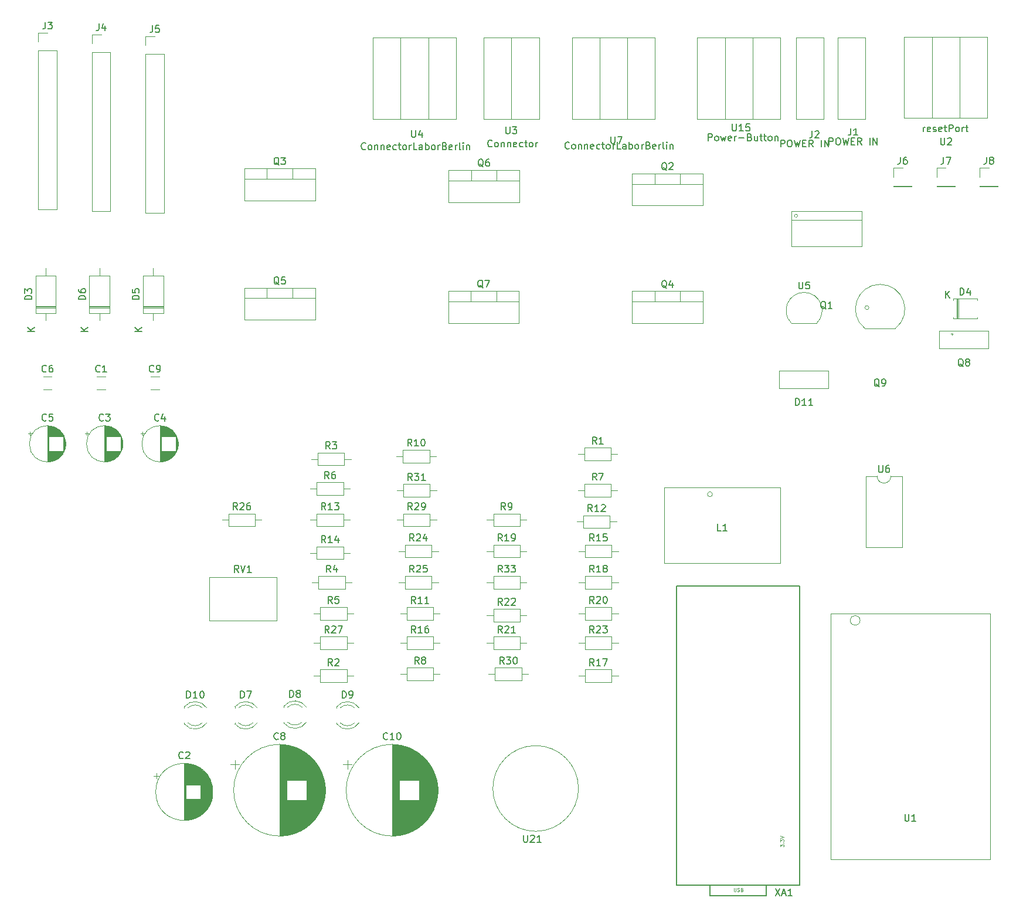
<source format=gbr>
G04 #@! TF.GenerationSoftware,KiCad,Pcbnew,5.1.5-52549c5~84~ubuntu19.04.1*
G04 #@! TF.CreationDate,2020-02-07T12:33:04+01:00*
G04 #@! TF.ProjectId,laborBerlin,6c61626f-7242-4657-926c-696e2e6b6963,rev?*
G04 #@! TF.SameCoordinates,Original*
G04 #@! TF.FileFunction,Legend,Top*
G04 #@! TF.FilePolarity,Positive*
%FSLAX46Y46*%
G04 Gerber Fmt 4.6, Leading zero omitted, Abs format (unit mm)*
G04 Created by KiCad (PCBNEW 5.1.5-52549c5~84~ubuntu19.04.1) date 2020-02-07 12:33:04*
%MOMM*%
%LPD*%
G04 APERTURE LIST*
%ADD10C,0.120000*%
%ADD11C,0.150000*%
%ADD12C,0.075000*%
G04 APERTURE END LIST*
D10*
X203870000Y-36170000D02*
X205200000Y-36170000D01*
X203870000Y-37500000D02*
X203870000Y-36170000D01*
X203870000Y-38770000D02*
X206530000Y-38770000D01*
X206530000Y-38770000D02*
X206530000Y-38830000D01*
X203870000Y-38770000D02*
X203870000Y-38830000D01*
X203870000Y-38830000D02*
X206530000Y-38830000D01*
X197645000Y-36170000D02*
X198975000Y-36170000D01*
X197645000Y-37500000D02*
X197645000Y-36170000D01*
X197645000Y-38770000D02*
X200305000Y-38770000D01*
X200305000Y-38770000D02*
X200305000Y-38830000D01*
X197645000Y-38770000D02*
X197645000Y-38830000D01*
X197645000Y-38830000D02*
X200305000Y-38830000D01*
X191420000Y-36170000D02*
X192750000Y-36170000D01*
X191420000Y-37500000D02*
X191420000Y-36170000D01*
X191420000Y-38770000D02*
X194080000Y-38770000D01*
X194080000Y-38770000D02*
X194080000Y-38830000D01*
X191420000Y-38770000D02*
X191420000Y-38830000D01*
X191420000Y-38830000D02*
X194080000Y-38830000D01*
D11*
X160110000Y-96570000D02*
X160110000Y-139750000D01*
X177890000Y-96570000D02*
X177890000Y-139750000D01*
X160110000Y-139750000D02*
X177890000Y-139750000D01*
X160110000Y-96570000D02*
X177890000Y-96570000D01*
X173064000Y-141200000D02*
X173064000Y-139750000D01*
X164936000Y-141200000D02*
X173064000Y-141200000D01*
X164936000Y-139750000D02*
X164936000Y-141200000D01*
D10*
X145935467Y-125750000D02*
G75*
G03X145935467Y-125750000I-6185467J0D01*
G01*
X171100000Y-29100000D02*
X175100000Y-29100000D01*
X175100000Y-29100000D02*
X175100000Y-17400000D01*
X175100000Y-17400000D02*
X171100000Y-17400000D01*
X167100000Y-17400000D02*
X163100000Y-17400000D01*
X163100000Y-17400000D02*
X163100000Y-29100000D01*
X163100000Y-29100000D02*
X167150000Y-29100000D01*
X167100000Y-29100000D02*
X171100000Y-29100000D01*
X171100000Y-29100000D02*
X171100000Y-17400000D01*
X171100000Y-17400000D02*
X167100000Y-17400000D01*
X167100000Y-17400000D02*
X167100000Y-29100000D01*
X153000000Y-29100000D02*
X157000000Y-29100000D01*
X157000000Y-29100000D02*
X157000000Y-17400000D01*
X157000000Y-17400000D02*
X153000000Y-17400000D01*
X149000000Y-17400000D02*
X145000000Y-17400000D01*
X145000000Y-17400000D02*
X145000000Y-29100000D01*
X145000000Y-29100000D02*
X149050000Y-29100000D01*
X149000000Y-29100000D02*
X153000000Y-29100000D01*
X153000000Y-29100000D02*
X153000000Y-17400000D01*
X153000000Y-17400000D02*
X149000000Y-17400000D01*
X149000000Y-17400000D02*
X149000000Y-29100000D01*
X192710000Y-80670000D02*
X191060000Y-80670000D01*
X192710000Y-90950000D02*
X192710000Y-80670000D01*
X187410000Y-90950000D02*
X192710000Y-90950000D01*
X187410000Y-80670000D02*
X187410000Y-90950000D01*
X189060000Y-80670000D02*
X187410000Y-80670000D01*
X191060000Y-80670000D02*
G75*
G02X189060000Y-80670000I-1000000J0D01*
G01*
X180358478Y-58588478D02*
G75*
G03X178520000Y-54150000I-1838478J1838478D01*
G01*
X176681522Y-58588478D02*
G75*
G02X178520000Y-54150000I1838478J1838478D01*
G01*
X176720000Y-58600000D02*
X180320000Y-58600000D01*
X124250000Y-29100000D02*
X128250000Y-29100000D01*
X128250000Y-29100000D02*
X128250000Y-17400000D01*
X128250000Y-17400000D02*
X124250000Y-17400000D01*
X120250000Y-17400000D02*
X116250000Y-17400000D01*
X116250000Y-17400000D02*
X116250000Y-29100000D01*
X116250000Y-29100000D02*
X120300000Y-29100000D01*
X120250000Y-29100000D02*
X124250000Y-29100000D01*
X124250000Y-29100000D02*
X124250000Y-17400000D01*
X124250000Y-17400000D02*
X120250000Y-17400000D01*
X120250000Y-17400000D02*
X120250000Y-29100000D01*
X136250000Y-29100000D02*
X136250000Y-17400000D01*
X136250000Y-29100000D02*
X132250000Y-29100000D01*
X132250000Y-29100000D02*
X132250000Y-17400000D01*
X132250000Y-17400000D02*
X140250000Y-17400000D01*
X140250000Y-17400000D02*
X140250000Y-29100000D01*
X140250000Y-29100000D02*
X136250000Y-29100000D01*
X200975000Y-29000000D02*
X204975000Y-29000000D01*
X204975000Y-29000000D02*
X204975000Y-17300000D01*
X204975000Y-17300000D02*
X200975000Y-17300000D01*
X196975000Y-17300000D02*
X192975000Y-17300000D01*
X192975000Y-17300000D02*
X192975000Y-29000000D01*
X192975000Y-29000000D02*
X197025000Y-29000000D01*
X196975000Y-29000000D02*
X200975000Y-29000000D01*
X200975000Y-29000000D02*
X200975000Y-17300000D01*
X200975000Y-17300000D02*
X196975000Y-17300000D01*
X196975000Y-17300000D02*
X196975000Y-29000000D01*
X186607107Y-101500000D02*
G75*
G03X186607107Y-101500000I-707107J0D01*
G01*
X182400000Y-136000000D02*
X182900000Y-136000000D01*
X182400000Y-100500000D02*
X182400000Y-136000000D01*
X205400000Y-136000000D02*
X182900000Y-136000000D01*
X205400000Y-100500000D02*
X205400000Y-136000000D01*
X182400000Y-100500000D02*
X205400000Y-100500000D01*
X102345000Y-95220000D02*
X102345000Y-101560000D01*
X92575000Y-95220000D02*
X92575000Y-101560000D01*
X92575000Y-101560000D02*
X102345000Y-101560000D01*
X92575000Y-95220000D02*
X102345000Y-95220000D01*
X138430000Y-96000000D02*
X137480000Y-96000000D01*
X132690000Y-96000000D02*
X133640000Y-96000000D01*
X137480000Y-95080000D02*
X133640000Y-95080000D01*
X137480000Y-96920000D02*
X137480000Y-95080000D01*
X133640000Y-96920000D02*
X137480000Y-96920000D01*
X133640000Y-95080000D02*
X133640000Y-96920000D01*
X125430000Y-82750000D02*
X124480000Y-82750000D01*
X119690000Y-82750000D02*
X120640000Y-82750000D01*
X124480000Y-81830000D02*
X120640000Y-81830000D01*
X124480000Y-83670000D02*
X124480000Y-81830000D01*
X120640000Y-83670000D02*
X124480000Y-83670000D01*
X120640000Y-81830000D02*
X120640000Y-83670000D01*
X138680000Y-109250000D02*
X137730000Y-109250000D01*
X132940000Y-109250000D02*
X133890000Y-109250000D01*
X137730000Y-108330000D02*
X133890000Y-108330000D01*
X137730000Y-110170000D02*
X137730000Y-108330000D01*
X133890000Y-110170000D02*
X137730000Y-110170000D01*
X133890000Y-108330000D02*
X133890000Y-110170000D01*
X125430000Y-87000000D02*
X124480000Y-87000000D01*
X119690000Y-87000000D02*
X120640000Y-87000000D01*
X124480000Y-86080000D02*
X120640000Y-86080000D01*
X124480000Y-87920000D02*
X124480000Y-86080000D01*
X120640000Y-87920000D02*
X124480000Y-87920000D01*
X120640000Y-86080000D02*
X120640000Y-87920000D01*
X113430000Y-104750000D02*
X112480000Y-104750000D01*
X107690000Y-104750000D02*
X108640000Y-104750000D01*
X112480000Y-103830000D02*
X108640000Y-103830000D01*
X112480000Y-105670000D02*
X112480000Y-103830000D01*
X108640000Y-105670000D02*
X112480000Y-105670000D01*
X108640000Y-103830000D02*
X108640000Y-105670000D01*
X100180000Y-87000000D02*
X99230000Y-87000000D01*
X94440000Y-87000000D02*
X95390000Y-87000000D01*
X99230000Y-86080000D02*
X95390000Y-86080000D01*
X99230000Y-87920000D02*
X99230000Y-86080000D01*
X95390000Y-87920000D02*
X99230000Y-87920000D01*
X95390000Y-86080000D02*
X95390000Y-87920000D01*
X125680000Y-96000000D02*
X124730000Y-96000000D01*
X119940000Y-96000000D02*
X120890000Y-96000000D01*
X124730000Y-95080000D02*
X120890000Y-95080000D01*
X124730000Y-96920000D02*
X124730000Y-95080000D01*
X120890000Y-96920000D02*
X124730000Y-96920000D01*
X120890000Y-95080000D02*
X120890000Y-96920000D01*
X125680000Y-91500000D02*
X124730000Y-91500000D01*
X119940000Y-91500000D02*
X120890000Y-91500000D01*
X124730000Y-90580000D02*
X120890000Y-90580000D01*
X124730000Y-92420000D02*
X124730000Y-90580000D01*
X120890000Y-92420000D02*
X124730000Y-92420000D01*
X120890000Y-90580000D02*
X120890000Y-92420000D01*
X151680000Y-104750000D02*
X150730000Y-104750000D01*
X145940000Y-104750000D02*
X146890000Y-104750000D01*
X150730000Y-103830000D02*
X146890000Y-103830000D01*
X150730000Y-105670000D02*
X150730000Y-103830000D01*
X146890000Y-105670000D02*
X150730000Y-105670000D01*
X146890000Y-103830000D02*
X146890000Y-105670000D01*
X138430000Y-100750000D02*
X137480000Y-100750000D01*
X132690000Y-100750000D02*
X133640000Y-100750000D01*
X137480000Y-99830000D02*
X133640000Y-99830000D01*
X137480000Y-101670000D02*
X137480000Y-99830000D01*
X133640000Y-101670000D02*
X137480000Y-101670000D01*
X133640000Y-99830000D02*
X133640000Y-101670000D01*
X138430000Y-104750000D02*
X137480000Y-104750000D01*
X132690000Y-104750000D02*
X133640000Y-104750000D01*
X137480000Y-103830000D02*
X133640000Y-103830000D01*
X137480000Y-105670000D02*
X137480000Y-103830000D01*
X133640000Y-105670000D02*
X137480000Y-105670000D01*
X133640000Y-103830000D02*
X133640000Y-105670000D01*
X151680000Y-100500000D02*
X150730000Y-100500000D01*
X145940000Y-100500000D02*
X146890000Y-100500000D01*
X150730000Y-99580000D02*
X146890000Y-99580000D01*
X150730000Y-101420000D02*
X150730000Y-99580000D01*
X146890000Y-101420000D02*
X150730000Y-101420000D01*
X146890000Y-99580000D02*
X146890000Y-101420000D01*
X138430000Y-91500000D02*
X137480000Y-91500000D01*
X132690000Y-91500000D02*
X133640000Y-91500000D01*
X137480000Y-90580000D02*
X133640000Y-90580000D01*
X137480000Y-92420000D02*
X137480000Y-90580000D01*
X133640000Y-92420000D02*
X137480000Y-92420000D01*
X133640000Y-90580000D02*
X133640000Y-92420000D01*
X151680000Y-96000000D02*
X150730000Y-96000000D01*
X145940000Y-96000000D02*
X146890000Y-96000000D01*
X150730000Y-95080000D02*
X146890000Y-95080000D01*
X150730000Y-96920000D02*
X150730000Y-95080000D01*
X146890000Y-96920000D02*
X150730000Y-96920000D01*
X146890000Y-95080000D02*
X146890000Y-96920000D01*
X151680000Y-109500000D02*
X150730000Y-109500000D01*
X145940000Y-109500000D02*
X146890000Y-109500000D01*
X150730000Y-108580000D02*
X146890000Y-108580000D01*
X150730000Y-110420000D02*
X150730000Y-108580000D01*
X146890000Y-110420000D02*
X150730000Y-110420000D01*
X146890000Y-108580000D02*
X146890000Y-110420000D01*
X125930000Y-104750000D02*
X124980000Y-104750000D01*
X120190000Y-104750000D02*
X121140000Y-104750000D01*
X124980000Y-103830000D02*
X121140000Y-103830000D01*
X124980000Y-105670000D02*
X124980000Y-103830000D01*
X121140000Y-105670000D02*
X124980000Y-105670000D01*
X121140000Y-103830000D02*
X121140000Y-105670000D01*
X151680000Y-91500000D02*
X150730000Y-91500000D01*
X145940000Y-91500000D02*
X146890000Y-91500000D01*
X150730000Y-90580000D02*
X146890000Y-90580000D01*
X150730000Y-92420000D02*
X150730000Y-90580000D01*
X146890000Y-92420000D02*
X150730000Y-92420000D01*
X146890000Y-90580000D02*
X146890000Y-92420000D01*
X112930000Y-91750000D02*
X111980000Y-91750000D01*
X107190000Y-91750000D02*
X108140000Y-91750000D01*
X111980000Y-90830000D02*
X108140000Y-90830000D01*
X111980000Y-92670000D02*
X111980000Y-90830000D01*
X108140000Y-92670000D02*
X111980000Y-92670000D01*
X108140000Y-90830000D02*
X108140000Y-92670000D01*
X112930000Y-87000000D02*
X111980000Y-87000000D01*
X107190000Y-87000000D02*
X108140000Y-87000000D01*
X111980000Y-86080000D02*
X108140000Y-86080000D01*
X111980000Y-87920000D02*
X111980000Y-86080000D01*
X108140000Y-87920000D02*
X111980000Y-87920000D01*
X108140000Y-86080000D02*
X108140000Y-87920000D01*
X151430000Y-87250000D02*
X150480000Y-87250000D01*
X145690000Y-87250000D02*
X146640000Y-87250000D01*
X150480000Y-86330000D02*
X146640000Y-86330000D01*
X150480000Y-88170000D02*
X150480000Y-86330000D01*
X146640000Y-88170000D02*
X150480000Y-88170000D01*
X146640000Y-86330000D02*
X146640000Y-88170000D01*
X125930000Y-100500000D02*
X124980000Y-100500000D01*
X120190000Y-100500000D02*
X121140000Y-100500000D01*
X124980000Y-99580000D02*
X121140000Y-99580000D01*
X124980000Y-101420000D02*
X124980000Y-99580000D01*
X121140000Y-101420000D02*
X124980000Y-101420000D01*
X121140000Y-99580000D02*
X121140000Y-101420000D01*
X125380000Y-77800000D02*
X124430000Y-77800000D01*
X119640000Y-77800000D02*
X120590000Y-77800000D01*
X124430000Y-76880000D02*
X120590000Y-76880000D01*
X124430000Y-78720000D02*
X124430000Y-76880000D01*
X120590000Y-78720000D02*
X124430000Y-78720000D01*
X120590000Y-76880000D02*
X120590000Y-78720000D01*
X138430000Y-87000000D02*
X137480000Y-87000000D01*
X132690000Y-87000000D02*
X133640000Y-87000000D01*
X137480000Y-86080000D02*
X133640000Y-86080000D01*
X137480000Y-87920000D02*
X137480000Y-86080000D01*
X133640000Y-87920000D02*
X137480000Y-87920000D01*
X133640000Y-86080000D02*
X133640000Y-87920000D01*
X125930000Y-109250000D02*
X124980000Y-109250000D01*
X120190000Y-109250000D02*
X121140000Y-109250000D01*
X124980000Y-108330000D02*
X121140000Y-108330000D01*
X124980000Y-110170000D02*
X124980000Y-108330000D01*
X121140000Y-110170000D02*
X124980000Y-110170000D01*
X121140000Y-108330000D02*
X121140000Y-110170000D01*
X151580000Y-82700000D02*
X150630000Y-82700000D01*
X145840000Y-82700000D02*
X146790000Y-82700000D01*
X150630000Y-81780000D02*
X146790000Y-81780000D01*
X150630000Y-83620000D02*
X150630000Y-81780000D01*
X146790000Y-83620000D02*
X150630000Y-83620000D01*
X146790000Y-81780000D02*
X146790000Y-83620000D01*
X112930000Y-82500000D02*
X111980000Y-82500000D01*
X107190000Y-82500000D02*
X108140000Y-82500000D01*
X111980000Y-81580000D02*
X108140000Y-81580000D01*
X111980000Y-83420000D02*
X111980000Y-81580000D01*
X108140000Y-83420000D02*
X111980000Y-83420000D01*
X108140000Y-81580000D02*
X108140000Y-83420000D01*
X113430000Y-100500000D02*
X112480000Y-100500000D01*
X107690000Y-100500000D02*
X108640000Y-100500000D01*
X112480000Y-99580000D02*
X108640000Y-99580000D01*
X112480000Y-101420000D02*
X112480000Y-99580000D01*
X108640000Y-101420000D02*
X112480000Y-101420000D01*
X108640000Y-99580000D02*
X108640000Y-101420000D01*
X113180000Y-96000000D02*
X112230000Y-96000000D01*
X107440000Y-96000000D02*
X108390000Y-96000000D01*
X112230000Y-95080000D02*
X108390000Y-95080000D01*
X112230000Y-96920000D02*
X112230000Y-95080000D01*
X108390000Y-96920000D02*
X112230000Y-96920000D01*
X108390000Y-95080000D02*
X108390000Y-96920000D01*
X113080000Y-78200000D02*
X112130000Y-78200000D01*
X107340000Y-78200000D02*
X108290000Y-78200000D01*
X112130000Y-77280000D02*
X108290000Y-77280000D01*
X112130000Y-79120000D02*
X112130000Y-77280000D01*
X108290000Y-79120000D02*
X112130000Y-79120000D01*
X108290000Y-77280000D02*
X108290000Y-79120000D01*
X113430000Y-109500000D02*
X112480000Y-109500000D01*
X107690000Y-109500000D02*
X108640000Y-109500000D01*
X112480000Y-108580000D02*
X108640000Y-108580000D01*
X112480000Y-110420000D02*
X112480000Y-108580000D01*
X108640000Y-110420000D02*
X112480000Y-110420000D01*
X108640000Y-108580000D02*
X108640000Y-110420000D01*
X151580000Y-77500000D02*
X150630000Y-77500000D01*
X145840000Y-77500000D02*
X146790000Y-77500000D01*
X150630000Y-76580000D02*
X146790000Y-76580000D01*
X150630000Y-78420000D02*
X150630000Y-76580000D01*
X146790000Y-78420000D02*
X150630000Y-78420000D01*
X146790000Y-76580000D02*
X146790000Y-78420000D01*
X187300000Y-59350000D02*
X191699999Y-59349999D01*
X187287277Y-59339954D02*
G75*
G02X191699999Y-59349999I2212723J2789954D01*
G01*
X187882843Y-56350000D02*
G75*
G03X187882843Y-56350000I-282843J0D01*
G01*
X200050357Y-60180000D02*
G75*
G03X200050357Y-60180000I-140357J0D01*
G01*
X205156000Y-62276000D02*
X198044000Y-62276000D01*
X198044000Y-59736000D02*
X205156000Y-59736000D01*
X198044000Y-59736000D02*
X198044000Y-62276000D01*
X205156000Y-59736000D02*
X205156000Y-62276000D01*
X134091000Y-53930000D02*
X134091000Y-55440000D01*
X130390000Y-53930000D02*
X130390000Y-55440000D01*
X127120000Y-55440000D02*
X137360000Y-55440000D01*
X137360000Y-53930000D02*
X137360000Y-58571000D01*
X127120000Y-53930000D02*
X127120000Y-58571000D01*
X127120000Y-58571000D02*
X137360000Y-58571000D01*
X127120000Y-53930000D02*
X137360000Y-53930000D01*
X134141000Y-36480000D02*
X134141000Y-37990000D01*
X130440000Y-36480000D02*
X130440000Y-37990000D01*
X127170000Y-37990000D02*
X137410000Y-37990000D01*
X137410000Y-36480000D02*
X137410000Y-41121000D01*
X127170000Y-36480000D02*
X127170000Y-41121000D01*
X127170000Y-41121000D02*
X137410000Y-41121000D01*
X127170000Y-36480000D02*
X137410000Y-36480000D01*
X104641000Y-53480000D02*
X104641000Y-54990000D01*
X100940000Y-53480000D02*
X100940000Y-54990000D01*
X97670000Y-54990000D02*
X107910000Y-54990000D01*
X107910000Y-53480000D02*
X107910000Y-58121000D01*
X97670000Y-53480000D02*
X97670000Y-58121000D01*
X97670000Y-58121000D02*
X107910000Y-58121000D01*
X97670000Y-53480000D02*
X107910000Y-53480000D01*
X160641000Y-53980000D02*
X160641000Y-55490000D01*
X156940000Y-53980000D02*
X156940000Y-55490000D01*
X153670000Y-55490000D02*
X163910000Y-55490000D01*
X163910000Y-53980000D02*
X163910000Y-58621000D01*
X153670000Y-53980000D02*
X153670000Y-58621000D01*
X153670000Y-58621000D02*
X163910000Y-58621000D01*
X153670000Y-53980000D02*
X163910000Y-53980000D01*
X104641000Y-36230000D02*
X104641000Y-37740000D01*
X100940000Y-36230000D02*
X100940000Y-37740000D01*
X97670000Y-37740000D02*
X107910000Y-37740000D01*
X107910000Y-36230000D02*
X107910000Y-40871000D01*
X97670000Y-36230000D02*
X97670000Y-40871000D01*
X97670000Y-40871000D02*
X107910000Y-40871000D01*
X97670000Y-36230000D02*
X107910000Y-36230000D01*
X160641000Y-36980000D02*
X160641000Y-38490000D01*
X156940000Y-36980000D02*
X156940000Y-38490000D01*
X153670000Y-38490000D02*
X163910000Y-38490000D01*
X163910000Y-36980000D02*
X163910000Y-41621000D01*
X153670000Y-36980000D02*
X153670000Y-41621000D01*
X153670000Y-41621000D02*
X163910000Y-41621000D01*
X153670000Y-36980000D02*
X163910000Y-36980000D01*
X186830000Y-43730000D02*
X176670000Y-43730000D01*
X177568499Y-43095000D02*
G75*
G03X177568499Y-43095000I-218499J0D01*
G01*
X176670000Y-47540000D02*
X176670000Y-42460000D01*
X186830000Y-47540000D02*
X176670000Y-47540000D01*
X186830000Y-42460000D02*
X186830000Y-47540000D01*
X176670000Y-42460000D02*
X186830000Y-42460000D01*
X165281210Y-83282000D02*
G75*
G03X165281210Y-83282000I-359210J0D01*
G01*
X158318000Y-93188000D02*
X158318000Y-82266000D01*
X175082000Y-93188000D02*
X158318000Y-93188000D01*
X175082000Y-82266000D02*
X175082000Y-93188000D01*
X158318000Y-82266000D02*
X175082000Y-82266000D01*
X83420000Y-17170000D02*
X84750000Y-17170000D01*
X83420000Y-18500000D02*
X83420000Y-17170000D01*
X83420000Y-19770000D02*
X86080000Y-19770000D01*
X86080000Y-19770000D02*
X86080000Y-42690000D01*
X83420000Y-19770000D02*
X83420000Y-42690000D01*
X83420000Y-42690000D02*
X86080000Y-42690000D01*
X75670000Y-16920000D02*
X77000000Y-16920000D01*
X75670000Y-18250000D02*
X75670000Y-16920000D01*
X75670000Y-19520000D02*
X78330000Y-19520000D01*
X78330000Y-19520000D02*
X78330000Y-42440000D01*
X75670000Y-19520000D02*
X75670000Y-42440000D01*
X75670000Y-42440000D02*
X78330000Y-42440000D01*
X67920000Y-16670000D02*
X69250000Y-16670000D01*
X67920000Y-18000000D02*
X67920000Y-16670000D01*
X67920000Y-19270000D02*
X70580000Y-19270000D01*
X70580000Y-19270000D02*
X70580000Y-42190000D01*
X67920000Y-19270000D02*
X67920000Y-42190000D01*
X67920000Y-42190000D02*
X70580000Y-42190000D01*
X177325000Y-17400000D02*
X177325000Y-29100000D01*
X181325000Y-17400000D02*
X177325000Y-17400000D01*
X181325000Y-29100000D02*
X181325000Y-17400000D01*
X177325000Y-29100000D02*
X181325000Y-29100000D01*
X183400000Y-17400000D02*
X183400000Y-29100000D01*
X187400000Y-17400000D02*
X183400000Y-17400000D01*
X187400000Y-29100000D02*
X187400000Y-17400000D01*
X183400000Y-29100000D02*
X187400000Y-29100000D01*
X182056000Y-67976000D02*
X174944000Y-67976000D01*
X174944000Y-65436000D02*
X182056000Y-65436000D01*
X174944000Y-65436000D02*
X174944000Y-67976000D01*
X182056000Y-65436000D02*
X182056000Y-67976000D01*
X89010000Y-116280000D02*
X89010000Y-116436000D01*
X89010000Y-113964000D02*
X89010000Y-114120000D01*
X91611130Y-116279837D02*
G75*
G02X89529039Y-116280000I-1041130J1079837D01*
G01*
X91611130Y-114120163D02*
G75*
G03X89529039Y-114120000I-1041130J-1079837D01*
G01*
X92242335Y-116278608D02*
G75*
G02X89010000Y-116435516I-1672335J1078608D01*
G01*
X92242335Y-114121392D02*
G75*
G03X89010000Y-113964484I-1672335J-1078608D01*
G01*
X111010000Y-116280000D02*
X111010000Y-116436000D01*
X111010000Y-113964000D02*
X111010000Y-114120000D01*
X113611130Y-116279837D02*
G75*
G02X111529039Y-116280000I-1041130J1079837D01*
G01*
X113611130Y-114120163D02*
G75*
G03X111529039Y-114120000I-1041130J-1079837D01*
G01*
X114242335Y-116278608D02*
G75*
G02X111010000Y-116435516I-1672335J1078608D01*
G01*
X114242335Y-114121392D02*
G75*
G03X111010000Y-113964484I-1672335J-1078608D01*
G01*
X103410000Y-116180000D02*
X103410000Y-116336000D01*
X103410000Y-113864000D02*
X103410000Y-114020000D01*
X106011130Y-116179837D02*
G75*
G02X103929039Y-116180000I-1041130J1079837D01*
G01*
X106011130Y-114020163D02*
G75*
G03X103929039Y-114020000I-1041130J-1079837D01*
G01*
X106642335Y-116178608D02*
G75*
G02X103410000Y-116335516I-1672335J1078608D01*
G01*
X106642335Y-114021392D02*
G75*
G03X103410000Y-113864484I-1672335J-1078608D01*
G01*
X96310000Y-116280000D02*
X96310000Y-116436000D01*
X96310000Y-113964000D02*
X96310000Y-114120000D01*
X98911130Y-116279837D02*
G75*
G02X96829039Y-116280000I-1041130J1079837D01*
G01*
X98911130Y-114120163D02*
G75*
G03X96829039Y-114120000I-1041130J-1079837D01*
G01*
X99542335Y-116278608D02*
G75*
G02X96310000Y-116435516I-1672335J1078608D01*
G01*
X99542335Y-114121392D02*
G75*
G03X96310000Y-113964484I-1672335J-1078608D01*
G01*
X75280000Y-56360000D02*
X78220000Y-56360000D01*
X75280000Y-56120000D02*
X78220000Y-56120000D01*
X75280000Y-56240000D02*
X78220000Y-56240000D01*
X76750000Y-50680000D02*
X76750000Y-51700000D01*
X76750000Y-58160000D02*
X76750000Y-57140000D01*
X75280000Y-51700000D02*
X75280000Y-57140000D01*
X78220000Y-51700000D02*
X75280000Y-51700000D01*
X78220000Y-57140000D02*
X78220000Y-51700000D01*
X75280000Y-57140000D02*
X78220000Y-57140000D01*
X83030000Y-56360000D02*
X85970000Y-56360000D01*
X83030000Y-56120000D02*
X85970000Y-56120000D01*
X83030000Y-56240000D02*
X85970000Y-56240000D01*
X84500000Y-50680000D02*
X84500000Y-51700000D01*
X84500000Y-58160000D02*
X84500000Y-57140000D01*
X83030000Y-51700000D02*
X83030000Y-57140000D01*
X85970000Y-51700000D02*
X83030000Y-51700000D01*
X85970000Y-57140000D02*
X85970000Y-51700000D01*
X83030000Y-57140000D02*
X85970000Y-57140000D01*
X200550000Y-55080000D02*
X200550000Y-57920000D01*
X200790000Y-55080000D02*
X200790000Y-57920000D01*
X200670000Y-55080000D02*
X200670000Y-57920000D01*
X203510000Y-57920000D02*
X203510000Y-57740000D01*
X200070000Y-57920000D02*
X203510000Y-57920000D01*
X200070000Y-57740000D02*
X200070000Y-57920000D01*
X203510000Y-55080000D02*
X203510000Y-55260000D01*
X200070000Y-55080000D02*
X203510000Y-55080000D01*
X200070000Y-55260000D02*
X200070000Y-55080000D01*
X67530000Y-56360000D02*
X70470000Y-56360000D01*
X67530000Y-56120000D02*
X70470000Y-56120000D01*
X67530000Y-56240000D02*
X70470000Y-56240000D01*
X69000000Y-50680000D02*
X69000000Y-51700000D01*
X69000000Y-58160000D02*
X69000000Y-57140000D01*
X67530000Y-51700000D02*
X67530000Y-57140000D01*
X70470000Y-51700000D02*
X67530000Y-51700000D01*
X70470000Y-57140000D02*
X70470000Y-51700000D01*
X67530000Y-57140000D02*
X70470000Y-57140000D01*
X112565431Y-121635000D02*
X112565431Y-122935000D01*
X111915431Y-122285000D02*
X113215431Y-122285000D01*
X125601000Y-125525000D02*
X125601000Y-126475000D01*
X125561000Y-125150000D02*
X125561000Y-126850000D01*
X125521000Y-124893000D02*
X125521000Y-127107000D01*
X125481000Y-124685000D02*
X125481000Y-127315000D01*
X125441000Y-124506000D02*
X125441000Y-127494000D01*
X125401000Y-124347000D02*
X125401000Y-127653000D01*
X125361000Y-124202000D02*
X125361000Y-127798000D01*
X125321000Y-124069000D02*
X125321000Y-127931000D01*
X125281000Y-123945000D02*
X125281000Y-128055000D01*
X125241000Y-123829000D02*
X125241000Y-128171000D01*
X125201000Y-123719000D02*
X125201000Y-128281000D01*
X125161000Y-123615000D02*
X125161000Y-128385000D01*
X125121000Y-123516000D02*
X125121000Y-128484000D01*
X125081000Y-123421000D02*
X125081000Y-128579000D01*
X125041000Y-123330000D02*
X125041000Y-128670000D01*
X125001000Y-123242000D02*
X125001000Y-128758000D01*
X124961000Y-123158000D02*
X124961000Y-128842000D01*
X124921000Y-123077000D02*
X124921000Y-128923000D01*
X124881000Y-122998000D02*
X124881000Y-129002000D01*
X124841000Y-122922000D02*
X124841000Y-129078000D01*
X124801000Y-122848000D02*
X124801000Y-129152000D01*
X124761000Y-122777000D02*
X124761000Y-129223000D01*
X124721000Y-122707000D02*
X124721000Y-129293000D01*
X124681000Y-122639000D02*
X124681000Y-129361000D01*
X124641000Y-122573000D02*
X124641000Y-129427000D01*
X124601000Y-122509000D02*
X124601000Y-129491000D01*
X124561000Y-122446000D02*
X124561000Y-129554000D01*
X124521000Y-122385000D02*
X124521000Y-129615000D01*
X124481000Y-122325000D02*
X124481000Y-129675000D01*
X124441000Y-122267000D02*
X124441000Y-129733000D01*
X124401000Y-122210000D02*
X124401000Y-129790000D01*
X124361000Y-122154000D02*
X124361000Y-129846000D01*
X124321000Y-122100000D02*
X124321000Y-129900000D01*
X124281000Y-122046000D02*
X124281000Y-129954000D01*
X124241000Y-121994000D02*
X124241000Y-130006000D01*
X124201000Y-121943000D02*
X124201000Y-130057000D01*
X124161000Y-121892000D02*
X124161000Y-130108000D01*
X124121000Y-121843000D02*
X124121000Y-130157000D01*
X124081000Y-121795000D02*
X124081000Y-130205000D01*
X124041000Y-121747000D02*
X124041000Y-130253000D01*
X124001000Y-121701000D02*
X124001000Y-130299000D01*
X123961000Y-121655000D02*
X123961000Y-130345000D01*
X123921000Y-121610000D02*
X123921000Y-130390000D01*
X123881000Y-121566000D02*
X123881000Y-130434000D01*
X123841000Y-121523000D02*
X123841000Y-130477000D01*
X123801000Y-121481000D02*
X123801000Y-130519000D01*
X123761000Y-121439000D02*
X123761000Y-130561000D01*
X123721000Y-121398000D02*
X123721000Y-130602000D01*
X123681000Y-121357000D02*
X123681000Y-130643000D01*
X123641000Y-121318000D02*
X123641000Y-130682000D01*
X123601000Y-121279000D02*
X123601000Y-130721000D01*
X123561000Y-121240000D02*
X123561000Y-130760000D01*
X123521000Y-121203000D02*
X123521000Y-130797000D01*
X123481000Y-121166000D02*
X123481000Y-130834000D01*
X123441000Y-121129000D02*
X123441000Y-130871000D01*
X123401000Y-121093000D02*
X123401000Y-130907000D01*
X123361000Y-121058000D02*
X123361000Y-130942000D01*
X123321000Y-121023000D02*
X123321000Y-130977000D01*
X123281000Y-120989000D02*
X123281000Y-131011000D01*
X123241000Y-120956000D02*
X123241000Y-131044000D01*
X123201000Y-120922000D02*
X123201000Y-131078000D01*
X123161000Y-120890000D02*
X123161000Y-131110000D01*
X123121000Y-120858000D02*
X123121000Y-131142000D01*
X123081000Y-120826000D02*
X123081000Y-131174000D01*
X123041000Y-120795000D02*
X123041000Y-131205000D01*
X123001000Y-120765000D02*
X123001000Y-131235000D01*
X122961000Y-120735000D02*
X122961000Y-131265000D01*
X122921000Y-127440000D02*
X122921000Y-131295000D01*
X122921000Y-120705000D02*
X122921000Y-124560000D01*
X122881000Y-127440000D02*
X122881000Y-131324000D01*
X122881000Y-120676000D02*
X122881000Y-124560000D01*
X122841000Y-127440000D02*
X122841000Y-131353000D01*
X122841000Y-120647000D02*
X122841000Y-124560000D01*
X122801000Y-127440000D02*
X122801000Y-131381000D01*
X122801000Y-120619000D02*
X122801000Y-124560000D01*
X122761000Y-127440000D02*
X122761000Y-131409000D01*
X122761000Y-120591000D02*
X122761000Y-124560000D01*
X122721000Y-127440000D02*
X122721000Y-131436000D01*
X122721000Y-120564000D02*
X122721000Y-124560000D01*
X122681000Y-127440000D02*
X122681000Y-131463000D01*
X122681000Y-120537000D02*
X122681000Y-124560000D01*
X122641000Y-127440000D02*
X122641000Y-131490000D01*
X122641000Y-120510000D02*
X122641000Y-124560000D01*
X122601000Y-127440000D02*
X122601000Y-131516000D01*
X122601000Y-120484000D02*
X122601000Y-124560000D01*
X122561000Y-127440000D02*
X122561000Y-131542000D01*
X122561000Y-120458000D02*
X122561000Y-124560000D01*
X122521000Y-127440000D02*
X122521000Y-131567000D01*
X122521000Y-120433000D02*
X122521000Y-124560000D01*
X122481000Y-127440000D02*
X122481000Y-131592000D01*
X122481000Y-120408000D02*
X122481000Y-124560000D01*
X122441000Y-127440000D02*
X122441000Y-131617000D01*
X122441000Y-120383000D02*
X122441000Y-124560000D01*
X122401000Y-127440000D02*
X122401000Y-131641000D01*
X122401000Y-120359000D02*
X122401000Y-124560000D01*
X122361000Y-127440000D02*
X122361000Y-131664000D01*
X122361000Y-120336000D02*
X122361000Y-124560000D01*
X122321000Y-127440000D02*
X122321000Y-131688000D01*
X122321000Y-120312000D02*
X122321000Y-124560000D01*
X122281000Y-127440000D02*
X122281000Y-131711000D01*
X122281000Y-120289000D02*
X122281000Y-124560000D01*
X122241000Y-127440000D02*
X122241000Y-131733000D01*
X122241000Y-120267000D02*
X122241000Y-124560000D01*
X122201000Y-127440000D02*
X122201000Y-131756000D01*
X122201000Y-120244000D02*
X122201000Y-124560000D01*
X122161000Y-127440000D02*
X122161000Y-131778000D01*
X122161000Y-120222000D02*
X122161000Y-124560000D01*
X122121000Y-127440000D02*
X122121000Y-131799000D01*
X122121000Y-120201000D02*
X122121000Y-124560000D01*
X122081000Y-127440000D02*
X122081000Y-131820000D01*
X122081000Y-120180000D02*
X122081000Y-124560000D01*
X122041000Y-127440000D02*
X122041000Y-131841000D01*
X122041000Y-120159000D02*
X122041000Y-124560000D01*
X122001000Y-127440000D02*
X122001000Y-131862000D01*
X122001000Y-120138000D02*
X122001000Y-124560000D01*
X121961000Y-127440000D02*
X121961000Y-131882000D01*
X121961000Y-120118000D02*
X121961000Y-124560000D01*
X121921000Y-127440000D02*
X121921000Y-131902000D01*
X121921000Y-120098000D02*
X121921000Y-124560000D01*
X121881000Y-127440000D02*
X121881000Y-131921000D01*
X121881000Y-120079000D02*
X121881000Y-124560000D01*
X121841000Y-127440000D02*
X121841000Y-131940000D01*
X121841000Y-120060000D02*
X121841000Y-124560000D01*
X121801000Y-127440000D02*
X121801000Y-131959000D01*
X121801000Y-120041000D02*
X121801000Y-124560000D01*
X121761000Y-127440000D02*
X121761000Y-131978000D01*
X121761000Y-120022000D02*
X121761000Y-124560000D01*
X121721000Y-127440000D02*
X121721000Y-131996000D01*
X121721000Y-120004000D02*
X121721000Y-124560000D01*
X121681000Y-127440000D02*
X121681000Y-132014000D01*
X121681000Y-119986000D02*
X121681000Y-124560000D01*
X121641000Y-127440000D02*
X121641000Y-132031000D01*
X121641000Y-119969000D02*
X121641000Y-124560000D01*
X121601000Y-127440000D02*
X121601000Y-132049000D01*
X121601000Y-119951000D02*
X121601000Y-124560000D01*
X121561000Y-127440000D02*
X121561000Y-132065000D01*
X121561000Y-119935000D02*
X121561000Y-124560000D01*
X121521000Y-127440000D02*
X121521000Y-132082000D01*
X121521000Y-119918000D02*
X121521000Y-124560000D01*
X121481000Y-127440000D02*
X121481000Y-132098000D01*
X121481000Y-119902000D02*
X121481000Y-124560000D01*
X121441000Y-127440000D02*
X121441000Y-132114000D01*
X121441000Y-119886000D02*
X121441000Y-124560000D01*
X121401000Y-127440000D02*
X121401000Y-132130000D01*
X121401000Y-119870000D02*
X121401000Y-124560000D01*
X121361000Y-127440000D02*
X121361000Y-132146000D01*
X121361000Y-119854000D02*
X121361000Y-124560000D01*
X121321000Y-127440000D02*
X121321000Y-132161000D01*
X121321000Y-119839000D02*
X121321000Y-124560000D01*
X121281000Y-127440000D02*
X121281000Y-132175000D01*
X121281000Y-119825000D02*
X121281000Y-124560000D01*
X121241000Y-127440000D02*
X121241000Y-132190000D01*
X121241000Y-119810000D02*
X121241000Y-124560000D01*
X121201000Y-127440000D02*
X121201000Y-132204000D01*
X121201000Y-119796000D02*
X121201000Y-124560000D01*
X121161000Y-127440000D02*
X121161000Y-132218000D01*
X121161000Y-119782000D02*
X121161000Y-124560000D01*
X121121000Y-127440000D02*
X121121000Y-132232000D01*
X121121000Y-119768000D02*
X121121000Y-124560000D01*
X121081000Y-127440000D02*
X121081000Y-132245000D01*
X121081000Y-119755000D02*
X121081000Y-124560000D01*
X121041000Y-127440000D02*
X121041000Y-132258000D01*
X121041000Y-119742000D02*
X121041000Y-124560000D01*
X121001000Y-127440000D02*
X121001000Y-132271000D01*
X121001000Y-119729000D02*
X121001000Y-124560000D01*
X120961000Y-127440000D02*
X120961000Y-132284000D01*
X120961000Y-119716000D02*
X120961000Y-124560000D01*
X120921000Y-127440000D02*
X120921000Y-132296000D01*
X120921000Y-119704000D02*
X120921000Y-124560000D01*
X120881000Y-127440000D02*
X120881000Y-132308000D01*
X120881000Y-119692000D02*
X120881000Y-124560000D01*
X120841000Y-127440000D02*
X120841000Y-132320000D01*
X120841000Y-119680000D02*
X120841000Y-124560000D01*
X120801000Y-127440000D02*
X120801000Y-132331000D01*
X120801000Y-119669000D02*
X120801000Y-124560000D01*
X120761000Y-127440000D02*
X120761000Y-132342000D01*
X120761000Y-119658000D02*
X120761000Y-124560000D01*
X120721000Y-127440000D02*
X120721000Y-132353000D01*
X120721000Y-119647000D02*
X120721000Y-124560000D01*
X120681000Y-127440000D02*
X120681000Y-132364000D01*
X120681000Y-119636000D02*
X120681000Y-124560000D01*
X120641000Y-127440000D02*
X120641000Y-132374000D01*
X120641000Y-119626000D02*
X120641000Y-124560000D01*
X120601000Y-127440000D02*
X120601000Y-132384000D01*
X120601000Y-119616000D02*
X120601000Y-124560000D01*
X120561000Y-127440000D02*
X120561000Y-132394000D01*
X120561000Y-119606000D02*
X120561000Y-124560000D01*
X120521000Y-127440000D02*
X120521000Y-132404000D01*
X120521000Y-119596000D02*
X120521000Y-124560000D01*
X120481000Y-127440000D02*
X120481000Y-132413000D01*
X120481000Y-119587000D02*
X120481000Y-124560000D01*
X120441000Y-127440000D02*
X120441000Y-132422000D01*
X120441000Y-119578000D02*
X120441000Y-124560000D01*
X120401000Y-127440000D02*
X120401000Y-132431000D01*
X120401000Y-119569000D02*
X120401000Y-124560000D01*
X120361000Y-127440000D02*
X120361000Y-132439000D01*
X120361000Y-119561000D02*
X120361000Y-124560000D01*
X120321000Y-127440000D02*
X120321000Y-132448000D01*
X120321000Y-119552000D02*
X120321000Y-124560000D01*
X120281000Y-127440000D02*
X120281000Y-132456000D01*
X120281000Y-119544000D02*
X120281000Y-124560000D01*
X120241000Y-127440000D02*
X120241000Y-132463000D01*
X120241000Y-119537000D02*
X120241000Y-124560000D01*
X120201000Y-127440000D02*
X120201000Y-132471000D01*
X120201000Y-119529000D02*
X120201000Y-124560000D01*
X120161000Y-127440000D02*
X120161000Y-132478000D01*
X120161000Y-119522000D02*
X120161000Y-124560000D01*
X120121000Y-127440000D02*
X120121000Y-132485000D01*
X120121000Y-119515000D02*
X120121000Y-124560000D01*
X120081000Y-127440000D02*
X120081000Y-132492000D01*
X120081000Y-119508000D02*
X120081000Y-124560000D01*
X120041000Y-119502000D02*
X120041000Y-132498000D01*
X120001000Y-119495000D02*
X120001000Y-132505000D01*
X119961000Y-119489000D02*
X119961000Y-132511000D01*
X119921000Y-119484000D02*
X119921000Y-132516000D01*
X119881000Y-119478000D02*
X119881000Y-132522000D01*
X119841000Y-119473000D02*
X119841000Y-132527000D01*
X119801000Y-119468000D02*
X119801000Y-132532000D01*
X119761000Y-119463000D02*
X119761000Y-132537000D01*
X119721000Y-119459000D02*
X119721000Y-132541000D01*
X119680000Y-119455000D02*
X119680000Y-132545000D01*
X119640000Y-119451000D02*
X119640000Y-132549000D01*
X119600000Y-119447000D02*
X119600000Y-132553000D01*
X119560000Y-119443000D02*
X119560000Y-132557000D01*
X119520000Y-119440000D02*
X119520000Y-132560000D01*
X119480000Y-119437000D02*
X119480000Y-132563000D01*
X119440000Y-119434000D02*
X119440000Y-132566000D01*
X119400000Y-119432000D02*
X119400000Y-132568000D01*
X119360000Y-119429000D02*
X119360000Y-132571000D01*
X119320000Y-119427000D02*
X119320000Y-132573000D01*
X119280000Y-119425000D02*
X119280000Y-132575000D01*
X119240000Y-119424000D02*
X119240000Y-132576000D01*
X119200000Y-119423000D02*
X119200000Y-132577000D01*
X119160000Y-119421000D02*
X119160000Y-132579000D01*
X119120000Y-119421000D02*
X119120000Y-132579000D01*
X119080000Y-119420000D02*
X119080000Y-132580000D01*
X119040000Y-119420000D02*
X119040000Y-132580000D01*
X119000000Y-119420000D02*
X119000000Y-132580000D01*
X125620000Y-126000000D02*
G75*
G03X125620000Y-126000000I-6620000J0D01*
G01*
X84121000Y-68170000D02*
X85379000Y-68170000D01*
X84121000Y-66330000D02*
X85379000Y-66330000D01*
X96315431Y-121635000D02*
X96315431Y-122935000D01*
X95665431Y-122285000D02*
X96965431Y-122285000D01*
X109351000Y-125525000D02*
X109351000Y-126475000D01*
X109311000Y-125150000D02*
X109311000Y-126850000D01*
X109271000Y-124893000D02*
X109271000Y-127107000D01*
X109231000Y-124685000D02*
X109231000Y-127315000D01*
X109191000Y-124506000D02*
X109191000Y-127494000D01*
X109151000Y-124347000D02*
X109151000Y-127653000D01*
X109111000Y-124202000D02*
X109111000Y-127798000D01*
X109071000Y-124069000D02*
X109071000Y-127931000D01*
X109031000Y-123945000D02*
X109031000Y-128055000D01*
X108991000Y-123829000D02*
X108991000Y-128171000D01*
X108951000Y-123719000D02*
X108951000Y-128281000D01*
X108911000Y-123615000D02*
X108911000Y-128385000D01*
X108871000Y-123516000D02*
X108871000Y-128484000D01*
X108831000Y-123421000D02*
X108831000Y-128579000D01*
X108791000Y-123330000D02*
X108791000Y-128670000D01*
X108751000Y-123242000D02*
X108751000Y-128758000D01*
X108711000Y-123158000D02*
X108711000Y-128842000D01*
X108671000Y-123077000D02*
X108671000Y-128923000D01*
X108631000Y-122998000D02*
X108631000Y-129002000D01*
X108591000Y-122922000D02*
X108591000Y-129078000D01*
X108551000Y-122848000D02*
X108551000Y-129152000D01*
X108511000Y-122777000D02*
X108511000Y-129223000D01*
X108471000Y-122707000D02*
X108471000Y-129293000D01*
X108431000Y-122639000D02*
X108431000Y-129361000D01*
X108391000Y-122573000D02*
X108391000Y-129427000D01*
X108351000Y-122509000D02*
X108351000Y-129491000D01*
X108311000Y-122446000D02*
X108311000Y-129554000D01*
X108271000Y-122385000D02*
X108271000Y-129615000D01*
X108231000Y-122325000D02*
X108231000Y-129675000D01*
X108191000Y-122267000D02*
X108191000Y-129733000D01*
X108151000Y-122210000D02*
X108151000Y-129790000D01*
X108111000Y-122154000D02*
X108111000Y-129846000D01*
X108071000Y-122100000D02*
X108071000Y-129900000D01*
X108031000Y-122046000D02*
X108031000Y-129954000D01*
X107991000Y-121994000D02*
X107991000Y-130006000D01*
X107951000Y-121943000D02*
X107951000Y-130057000D01*
X107911000Y-121892000D02*
X107911000Y-130108000D01*
X107871000Y-121843000D02*
X107871000Y-130157000D01*
X107831000Y-121795000D02*
X107831000Y-130205000D01*
X107791000Y-121747000D02*
X107791000Y-130253000D01*
X107751000Y-121701000D02*
X107751000Y-130299000D01*
X107711000Y-121655000D02*
X107711000Y-130345000D01*
X107671000Y-121610000D02*
X107671000Y-130390000D01*
X107631000Y-121566000D02*
X107631000Y-130434000D01*
X107591000Y-121523000D02*
X107591000Y-130477000D01*
X107551000Y-121481000D02*
X107551000Y-130519000D01*
X107511000Y-121439000D02*
X107511000Y-130561000D01*
X107471000Y-121398000D02*
X107471000Y-130602000D01*
X107431000Y-121357000D02*
X107431000Y-130643000D01*
X107391000Y-121318000D02*
X107391000Y-130682000D01*
X107351000Y-121279000D02*
X107351000Y-130721000D01*
X107311000Y-121240000D02*
X107311000Y-130760000D01*
X107271000Y-121203000D02*
X107271000Y-130797000D01*
X107231000Y-121166000D02*
X107231000Y-130834000D01*
X107191000Y-121129000D02*
X107191000Y-130871000D01*
X107151000Y-121093000D02*
X107151000Y-130907000D01*
X107111000Y-121058000D02*
X107111000Y-130942000D01*
X107071000Y-121023000D02*
X107071000Y-130977000D01*
X107031000Y-120989000D02*
X107031000Y-131011000D01*
X106991000Y-120956000D02*
X106991000Y-131044000D01*
X106951000Y-120922000D02*
X106951000Y-131078000D01*
X106911000Y-120890000D02*
X106911000Y-131110000D01*
X106871000Y-120858000D02*
X106871000Y-131142000D01*
X106831000Y-120826000D02*
X106831000Y-131174000D01*
X106791000Y-120795000D02*
X106791000Y-131205000D01*
X106751000Y-120765000D02*
X106751000Y-131235000D01*
X106711000Y-120735000D02*
X106711000Y-131265000D01*
X106671000Y-127440000D02*
X106671000Y-131295000D01*
X106671000Y-120705000D02*
X106671000Y-124560000D01*
X106631000Y-127440000D02*
X106631000Y-131324000D01*
X106631000Y-120676000D02*
X106631000Y-124560000D01*
X106591000Y-127440000D02*
X106591000Y-131353000D01*
X106591000Y-120647000D02*
X106591000Y-124560000D01*
X106551000Y-127440000D02*
X106551000Y-131381000D01*
X106551000Y-120619000D02*
X106551000Y-124560000D01*
X106511000Y-127440000D02*
X106511000Y-131409000D01*
X106511000Y-120591000D02*
X106511000Y-124560000D01*
X106471000Y-127440000D02*
X106471000Y-131436000D01*
X106471000Y-120564000D02*
X106471000Y-124560000D01*
X106431000Y-127440000D02*
X106431000Y-131463000D01*
X106431000Y-120537000D02*
X106431000Y-124560000D01*
X106391000Y-127440000D02*
X106391000Y-131490000D01*
X106391000Y-120510000D02*
X106391000Y-124560000D01*
X106351000Y-127440000D02*
X106351000Y-131516000D01*
X106351000Y-120484000D02*
X106351000Y-124560000D01*
X106311000Y-127440000D02*
X106311000Y-131542000D01*
X106311000Y-120458000D02*
X106311000Y-124560000D01*
X106271000Y-127440000D02*
X106271000Y-131567000D01*
X106271000Y-120433000D02*
X106271000Y-124560000D01*
X106231000Y-127440000D02*
X106231000Y-131592000D01*
X106231000Y-120408000D02*
X106231000Y-124560000D01*
X106191000Y-127440000D02*
X106191000Y-131617000D01*
X106191000Y-120383000D02*
X106191000Y-124560000D01*
X106151000Y-127440000D02*
X106151000Y-131641000D01*
X106151000Y-120359000D02*
X106151000Y-124560000D01*
X106111000Y-127440000D02*
X106111000Y-131664000D01*
X106111000Y-120336000D02*
X106111000Y-124560000D01*
X106071000Y-127440000D02*
X106071000Y-131688000D01*
X106071000Y-120312000D02*
X106071000Y-124560000D01*
X106031000Y-127440000D02*
X106031000Y-131711000D01*
X106031000Y-120289000D02*
X106031000Y-124560000D01*
X105991000Y-127440000D02*
X105991000Y-131733000D01*
X105991000Y-120267000D02*
X105991000Y-124560000D01*
X105951000Y-127440000D02*
X105951000Y-131756000D01*
X105951000Y-120244000D02*
X105951000Y-124560000D01*
X105911000Y-127440000D02*
X105911000Y-131778000D01*
X105911000Y-120222000D02*
X105911000Y-124560000D01*
X105871000Y-127440000D02*
X105871000Y-131799000D01*
X105871000Y-120201000D02*
X105871000Y-124560000D01*
X105831000Y-127440000D02*
X105831000Y-131820000D01*
X105831000Y-120180000D02*
X105831000Y-124560000D01*
X105791000Y-127440000D02*
X105791000Y-131841000D01*
X105791000Y-120159000D02*
X105791000Y-124560000D01*
X105751000Y-127440000D02*
X105751000Y-131862000D01*
X105751000Y-120138000D02*
X105751000Y-124560000D01*
X105711000Y-127440000D02*
X105711000Y-131882000D01*
X105711000Y-120118000D02*
X105711000Y-124560000D01*
X105671000Y-127440000D02*
X105671000Y-131902000D01*
X105671000Y-120098000D02*
X105671000Y-124560000D01*
X105631000Y-127440000D02*
X105631000Y-131921000D01*
X105631000Y-120079000D02*
X105631000Y-124560000D01*
X105591000Y-127440000D02*
X105591000Y-131940000D01*
X105591000Y-120060000D02*
X105591000Y-124560000D01*
X105551000Y-127440000D02*
X105551000Y-131959000D01*
X105551000Y-120041000D02*
X105551000Y-124560000D01*
X105511000Y-127440000D02*
X105511000Y-131978000D01*
X105511000Y-120022000D02*
X105511000Y-124560000D01*
X105471000Y-127440000D02*
X105471000Y-131996000D01*
X105471000Y-120004000D02*
X105471000Y-124560000D01*
X105431000Y-127440000D02*
X105431000Y-132014000D01*
X105431000Y-119986000D02*
X105431000Y-124560000D01*
X105391000Y-127440000D02*
X105391000Y-132031000D01*
X105391000Y-119969000D02*
X105391000Y-124560000D01*
X105351000Y-127440000D02*
X105351000Y-132049000D01*
X105351000Y-119951000D02*
X105351000Y-124560000D01*
X105311000Y-127440000D02*
X105311000Y-132065000D01*
X105311000Y-119935000D02*
X105311000Y-124560000D01*
X105271000Y-127440000D02*
X105271000Y-132082000D01*
X105271000Y-119918000D02*
X105271000Y-124560000D01*
X105231000Y-127440000D02*
X105231000Y-132098000D01*
X105231000Y-119902000D02*
X105231000Y-124560000D01*
X105191000Y-127440000D02*
X105191000Y-132114000D01*
X105191000Y-119886000D02*
X105191000Y-124560000D01*
X105151000Y-127440000D02*
X105151000Y-132130000D01*
X105151000Y-119870000D02*
X105151000Y-124560000D01*
X105111000Y-127440000D02*
X105111000Y-132146000D01*
X105111000Y-119854000D02*
X105111000Y-124560000D01*
X105071000Y-127440000D02*
X105071000Y-132161000D01*
X105071000Y-119839000D02*
X105071000Y-124560000D01*
X105031000Y-127440000D02*
X105031000Y-132175000D01*
X105031000Y-119825000D02*
X105031000Y-124560000D01*
X104991000Y-127440000D02*
X104991000Y-132190000D01*
X104991000Y-119810000D02*
X104991000Y-124560000D01*
X104951000Y-127440000D02*
X104951000Y-132204000D01*
X104951000Y-119796000D02*
X104951000Y-124560000D01*
X104911000Y-127440000D02*
X104911000Y-132218000D01*
X104911000Y-119782000D02*
X104911000Y-124560000D01*
X104871000Y-127440000D02*
X104871000Y-132232000D01*
X104871000Y-119768000D02*
X104871000Y-124560000D01*
X104831000Y-127440000D02*
X104831000Y-132245000D01*
X104831000Y-119755000D02*
X104831000Y-124560000D01*
X104791000Y-127440000D02*
X104791000Y-132258000D01*
X104791000Y-119742000D02*
X104791000Y-124560000D01*
X104751000Y-127440000D02*
X104751000Y-132271000D01*
X104751000Y-119729000D02*
X104751000Y-124560000D01*
X104711000Y-127440000D02*
X104711000Y-132284000D01*
X104711000Y-119716000D02*
X104711000Y-124560000D01*
X104671000Y-127440000D02*
X104671000Y-132296000D01*
X104671000Y-119704000D02*
X104671000Y-124560000D01*
X104631000Y-127440000D02*
X104631000Y-132308000D01*
X104631000Y-119692000D02*
X104631000Y-124560000D01*
X104591000Y-127440000D02*
X104591000Y-132320000D01*
X104591000Y-119680000D02*
X104591000Y-124560000D01*
X104551000Y-127440000D02*
X104551000Y-132331000D01*
X104551000Y-119669000D02*
X104551000Y-124560000D01*
X104511000Y-127440000D02*
X104511000Y-132342000D01*
X104511000Y-119658000D02*
X104511000Y-124560000D01*
X104471000Y-127440000D02*
X104471000Y-132353000D01*
X104471000Y-119647000D02*
X104471000Y-124560000D01*
X104431000Y-127440000D02*
X104431000Y-132364000D01*
X104431000Y-119636000D02*
X104431000Y-124560000D01*
X104391000Y-127440000D02*
X104391000Y-132374000D01*
X104391000Y-119626000D02*
X104391000Y-124560000D01*
X104351000Y-127440000D02*
X104351000Y-132384000D01*
X104351000Y-119616000D02*
X104351000Y-124560000D01*
X104311000Y-127440000D02*
X104311000Y-132394000D01*
X104311000Y-119606000D02*
X104311000Y-124560000D01*
X104271000Y-127440000D02*
X104271000Y-132404000D01*
X104271000Y-119596000D02*
X104271000Y-124560000D01*
X104231000Y-127440000D02*
X104231000Y-132413000D01*
X104231000Y-119587000D02*
X104231000Y-124560000D01*
X104191000Y-127440000D02*
X104191000Y-132422000D01*
X104191000Y-119578000D02*
X104191000Y-124560000D01*
X104151000Y-127440000D02*
X104151000Y-132431000D01*
X104151000Y-119569000D02*
X104151000Y-124560000D01*
X104111000Y-127440000D02*
X104111000Y-132439000D01*
X104111000Y-119561000D02*
X104111000Y-124560000D01*
X104071000Y-127440000D02*
X104071000Y-132448000D01*
X104071000Y-119552000D02*
X104071000Y-124560000D01*
X104031000Y-127440000D02*
X104031000Y-132456000D01*
X104031000Y-119544000D02*
X104031000Y-124560000D01*
X103991000Y-127440000D02*
X103991000Y-132463000D01*
X103991000Y-119537000D02*
X103991000Y-124560000D01*
X103951000Y-127440000D02*
X103951000Y-132471000D01*
X103951000Y-119529000D02*
X103951000Y-124560000D01*
X103911000Y-127440000D02*
X103911000Y-132478000D01*
X103911000Y-119522000D02*
X103911000Y-124560000D01*
X103871000Y-127440000D02*
X103871000Y-132485000D01*
X103871000Y-119515000D02*
X103871000Y-124560000D01*
X103831000Y-127440000D02*
X103831000Y-132492000D01*
X103831000Y-119508000D02*
X103831000Y-124560000D01*
X103791000Y-119502000D02*
X103791000Y-132498000D01*
X103751000Y-119495000D02*
X103751000Y-132505000D01*
X103711000Y-119489000D02*
X103711000Y-132511000D01*
X103671000Y-119484000D02*
X103671000Y-132516000D01*
X103631000Y-119478000D02*
X103631000Y-132522000D01*
X103591000Y-119473000D02*
X103591000Y-132527000D01*
X103551000Y-119468000D02*
X103551000Y-132532000D01*
X103511000Y-119463000D02*
X103511000Y-132537000D01*
X103471000Y-119459000D02*
X103471000Y-132541000D01*
X103430000Y-119455000D02*
X103430000Y-132545000D01*
X103390000Y-119451000D02*
X103390000Y-132549000D01*
X103350000Y-119447000D02*
X103350000Y-132553000D01*
X103310000Y-119443000D02*
X103310000Y-132557000D01*
X103270000Y-119440000D02*
X103270000Y-132560000D01*
X103230000Y-119437000D02*
X103230000Y-132563000D01*
X103190000Y-119434000D02*
X103190000Y-132566000D01*
X103150000Y-119432000D02*
X103150000Y-132568000D01*
X103110000Y-119429000D02*
X103110000Y-132571000D01*
X103070000Y-119427000D02*
X103070000Y-132573000D01*
X103030000Y-119425000D02*
X103030000Y-132575000D01*
X102990000Y-119424000D02*
X102990000Y-132576000D01*
X102950000Y-119423000D02*
X102950000Y-132577000D01*
X102910000Y-119421000D02*
X102910000Y-132579000D01*
X102870000Y-119421000D02*
X102870000Y-132579000D01*
X102830000Y-119420000D02*
X102830000Y-132580000D01*
X102790000Y-119420000D02*
X102790000Y-132580000D01*
X102750000Y-119420000D02*
X102750000Y-132580000D01*
X109370000Y-126000000D02*
G75*
G03X109370000Y-126000000I-6620000J0D01*
G01*
X68621000Y-68170000D02*
X69879000Y-68170000D01*
X68621000Y-66330000D02*
X69879000Y-66330000D01*
X66695225Y-74275000D02*
X66695225Y-74775000D01*
X66445225Y-74525000D02*
X66945225Y-74525000D01*
X71851000Y-75716000D02*
X71851000Y-76284000D01*
X71811000Y-75482000D02*
X71811000Y-76518000D01*
X71771000Y-75323000D02*
X71771000Y-76677000D01*
X71731000Y-75195000D02*
X71731000Y-76805000D01*
X71691000Y-75085000D02*
X71691000Y-76915000D01*
X71651000Y-74989000D02*
X71651000Y-77011000D01*
X71611000Y-74902000D02*
X71611000Y-77098000D01*
X71571000Y-74822000D02*
X71571000Y-77178000D01*
X71531000Y-77040000D02*
X71531000Y-77251000D01*
X71531000Y-74749000D02*
X71531000Y-74960000D01*
X71491000Y-77040000D02*
X71491000Y-77319000D01*
X71491000Y-74681000D02*
X71491000Y-74960000D01*
X71451000Y-77040000D02*
X71451000Y-77383000D01*
X71451000Y-74617000D02*
X71451000Y-74960000D01*
X71411000Y-77040000D02*
X71411000Y-77443000D01*
X71411000Y-74557000D02*
X71411000Y-74960000D01*
X71371000Y-77040000D02*
X71371000Y-77500000D01*
X71371000Y-74500000D02*
X71371000Y-74960000D01*
X71331000Y-77040000D02*
X71331000Y-77554000D01*
X71331000Y-74446000D02*
X71331000Y-74960000D01*
X71291000Y-77040000D02*
X71291000Y-77605000D01*
X71291000Y-74395000D02*
X71291000Y-74960000D01*
X71251000Y-77040000D02*
X71251000Y-77653000D01*
X71251000Y-74347000D02*
X71251000Y-74960000D01*
X71211000Y-77040000D02*
X71211000Y-77699000D01*
X71211000Y-74301000D02*
X71211000Y-74960000D01*
X71171000Y-77040000D02*
X71171000Y-77743000D01*
X71171000Y-74257000D02*
X71171000Y-74960000D01*
X71131000Y-77040000D02*
X71131000Y-77785000D01*
X71131000Y-74215000D02*
X71131000Y-74960000D01*
X71091000Y-77040000D02*
X71091000Y-77826000D01*
X71091000Y-74174000D02*
X71091000Y-74960000D01*
X71051000Y-77040000D02*
X71051000Y-77864000D01*
X71051000Y-74136000D02*
X71051000Y-74960000D01*
X71011000Y-77040000D02*
X71011000Y-77901000D01*
X71011000Y-74099000D02*
X71011000Y-74960000D01*
X70971000Y-77040000D02*
X70971000Y-77937000D01*
X70971000Y-74063000D02*
X70971000Y-74960000D01*
X70931000Y-77040000D02*
X70931000Y-77971000D01*
X70931000Y-74029000D02*
X70931000Y-74960000D01*
X70891000Y-77040000D02*
X70891000Y-78004000D01*
X70891000Y-73996000D02*
X70891000Y-74960000D01*
X70851000Y-77040000D02*
X70851000Y-78035000D01*
X70851000Y-73965000D02*
X70851000Y-74960000D01*
X70811000Y-77040000D02*
X70811000Y-78065000D01*
X70811000Y-73935000D02*
X70811000Y-74960000D01*
X70771000Y-77040000D02*
X70771000Y-78095000D01*
X70771000Y-73905000D02*
X70771000Y-74960000D01*
X70731000Y-77040000D02*
X70731000Y-78122000D01*
X70731000Y-73878000D02*
X70731000Y-74960000D01*
X70691000Y-77040000D02*
X70691000Y-78149000D01*
X70691000Y-73851000D02*
X70691000Y-74960000D01*
X70651000Y-77040000D02*
X70651000Y-78175000D01*
X70651000Y-73825000D02*
X70651000Y-74960000D01*
X70611000Y-77040000D02*
X70611000Y-78200000D01*
X70611000Y-73800000D02*
X70611000Y-74960000D01*
X70571000Y-77040000D02*
X70571000Y-78224000D01*
X70571000Y-73776000D02*
X70571000Y-74960000D01*
X70531000Y-77040000D02*
X70531000Y-78247000D01*
X70531000Y-73753000D02*
X70531000Y-74960000D01*
X70491000Y-77040000D02*
X70491000Y-78268000D01*
X70491000Y-73732000D02*
X70491000Y-74960000D01*
X70451000Y-77040000D02*
X70451000Y-78290000D01*
X70451000Y-73710000D02*
X70451000Y-74960000D01*
X70411000Y-77040000D02*
X70411000Y-78310000D01*
X70411000Y-73690000D02*
X70411000Y-74960000D01*
X70371000Y-77040000D02*
X70371000Y-78329000D01*
X70371000Y-73671000D02*
X70371000Y-74960000D01*
X70331000Y-77040000D02*
X70331000Y-78348000D01*
X70331000Y-73652000D02*
X70331000Y-74960000D01*
X70291000Y-77040000D02*
X70291000Y-78365000D01*
X70291000Y-73635000D02*
X70291000Y-74960000D01*
X70251000Y-77040000D02*
X70251000Y-78382000D01*
X70251000Y-73618000D02*
X70251000Y-74960000D01*
X70211000Y-77040000D02*
X70211000Y-78398000D01*
X70211000Y-73602000D02*
X70211000Y-74960000D01*
X70171000Y-77040000D02*
X70171000Y-78414000D01*
X70171000Y-73586000D02*
X70171000Y-74960000D01*
X70131000Y-77040000D02*
X70131000Y-78428000D01*
X70131000Y-73572000D02*
X70131000Y-74960000D01*
X70091000Y-77040000D02*
X70091000Y-78442000D01*
X70091000Y-73558000D02*
X70091000Y-74960000D01*
X70051000Y-77040000D02*
X70051000Y-78455000D01*
X70051000Y-73545000D02*
X70051000Y-74960000D01*
X70011000Y-77040000D02*
X70011000Y-78468000D01*
X70011000Y-73532000D02*
X70011000Y-74960000D01*
X69971000Y-77040000D02*
X69971000Y-78480000D01*
X69971000Y-73520000D02*
X69971000Y-74960000D01*
X69930000Y-77040000D02*
X69930000Y-78491000D01*
X69930000Y-73509000D02*
X69930000Y-74960000D01*
X69890000Y-77040000D02*
X69890000Y-78501000D01*
X69890000Y-73499000D02*
X69890000Y-74960000D01*
X69850000Y-77040000D02*
X69850000Y-78511000D01*
X69850000Y-73489000D02*
X69850000Y-74960000D01*
X69810000Y-77040000D02*
X69810000Y-78520000D01*
X69810000Y-73480000D02*
X69810000Y-74960000D01*
X69770000Y-77040000D02*
X69770000Y-78528000D01*
X69770000Y-73472000D02*
X69770000Y-74960000D01*
X69730000Y-77040000D02*
X69730000Y-78536000D01*
X69730000Y-73464000D02*
X69730000Y-74960000D01*
X69690000Y-77040000D02*
X69690000Y-78543000D01*
X69690000Y-73457000D02*
X69690000Y-74960000D01*
X69650000Y-77040000D02*
X69650000Y-78550000D01*
X69650000Y-73450000D02*
X69650000Y-74960000D01*
X69610000Y-77040000D02*
X69610000Y-78556000D01*
X69610000Y-73444000D02*
X69610000Y-74960000D01*
X69570000Y-77040000D02*
X69570000Y-78561000D01*
X69570000Y-73439000D02*
X69570000Y-74960000D01*
X69530000Y-77040000D02*
X69530000Y-78565000D01*
X69530000Y-73435000D02*
X69530000Y-74960000D01*
X69490000Y-77040000D02*
X69490000Y-78569000D01*
X69490000Y-73431000D02*
X69490000Y-74960000D01*
X69450000Y-73427000D02*
X69450000Y-78573000D01*
X69410000Y-73424000D02*
X69410000Y-78576000D01*
X69370000Y-73422000D02*
X69370000Y-78578000D01*
X69330000Y-73421000D02*
X69330000Y-78579000D01*
X69290000Y-73420000D02*
X69290000Y-78580000D01*
X69250000Y-73420000D02*
X69250000Y-78580000D01*
X71870000Y-76000000D02*
G75*
G03X71870000Y-76000000I-2620000J0D01*
G01*
X82945225Y-74275000D02*
X82945225Y-74775000D01*
X82695225Y-74525000D02*
X83195225Y-74525000D01*
X88101000Y-75716000D02*
X88101000Y-76284000D01*
X88061000Y-75482000D02*
X88061000Y-76518000D01*
X88021000Y-75323000D02*
X88021000Y-76677000D01*
X87981000Y-75195000D02*
X87981000Y-76805000D01*
X87941000Y-75085000D02*
X87941000Y-76915000D01*
X87901000Y-74989000D02*
X87901000Y-77011000D01*
X87861000Y-74902000D02*
X87861000Y-77098000D01*
X87821000Y-74822000D02*
X87821000Y-77178000D01*
X87781000Y-77040000D02*
X87781000Y-77251000D01*
X87781000Y-74749000D02*
X87781000Y-74960000D01*
X87741000Y-77040000D02*
X87741000Y-77319000D01*
X87741000Y-74681000D02*
X87741000Y-74960000D01*
X87701000Y-77040000D02*
X87701000Y-77383000D01*
X87701000Y-74617000D02*
X87701000Y-74960000D01*
X87661000Y-77040000D02*
X87661000Y-77443000D01*
X87661000Y-74557000D02*
X87661000Y-74960000D01*
X87621000Y-77040000D02*
X87621000Y-77500000D01*
X87621000Y-74500000D02*
X87621000Y-74960000D01*
X87581000Y-77040000D02*
X87581000Y-77554000D01*
X87581000Y-74446000D02*
X87581000Y-74960000D01*
X87541000Y-77040000D02*
X87541000Y-77605000D01*
X87541000Y-74395000D02*
X87541000Y-74960000D01*
X87501000Y-77040000D02*
X87501000Y-77653000D01*
X87501000Y-74347000D02*
X87501000Y-74960000D01*
X87461000Y-77040000D02*
X87461000Y-77699000D01*
X87461000Y-74301000D02*
X87461000Y-74960000D01*
X87421000Y-77040000D02*
X87421000Y-77743000D01*
X87421000Y-74257000D02*
X87421000Y-74960000D01*
X87381000Y-77040000D02*
X87381000Y-77785000D01*
X87381000Y-74215000D02*
X87381000Y-74960000D01*
X87341000Y-77040000D02*
X87341000Y-77826000D01*
X87341000Y-74174000D02*
X87341000Y-74960000D01*
X87301000Y-77040000D02*
X87301000Y-77864000D01*
X87301000Y-74136000D02*
X87301000Y-74960000D01*
X87261000Y-77040000D02*
X87261000Y-77901000D01*
X87261000Y-74099000D02*
X87261000Y-74960000D01*
X87221000Y-77040000D02*
X87221000Y-77937000D01*
X87221000Y-74063000D02*
X87221000Y-74960000D01*
X87181000Y-77040000D02*
X87181000Y-77971000D01*
X87181000Y-74029000D02*
X87181000Y-74960000D01*
X87141000Y-77040000D02*
X87141000Y-78004000D01*
X87141000Y-73996000D02*
X87141000Y-74960000D01*
X87101000Y-77040000D02*
X87101000Y-78035000D01*
X87101000Y-73965000D02*
X87101000Y-74960000D01*
X87061000Y-77040000D02*
X87061000Y-78065000D01*
X87061000Y-73935000D02*
X87061000Y-74960000D01*
X87021000Y-77040000D02*
X87021000Y-78095000D01*
X87021000Y-73905000D02*
X87021000Y-74960000D01*
X86981000Y-77040000D02*
X86981000Y-78122000D01*
X86981000Y-73878000D02*
X86981000Y-74960000D01*
X86941000Y-77040000D02*
X86941000Y-78149000D01*
X86941000Y-73851000D02*
X86941000Y-74960000D01*
X86901000Y-77040000D02*
X86901000Y-78175000D01*
X86901000Y-73825000D02*
X86901000Y-74960000D01*
X86861000Y-77040000D02*
X86861000Y-78200000D01*
X86861000Y-73800000D02*
X86861000Y-74960000D01*
X86821000Y-77040000D02*
X86821000Y-78224000D01*
X86821000Y-73776000D02*
X86821000Y-74960000D01*
X86781000Y-77040000D02*
X86781000Y-78247000D01*
X86781000Y-73753000D02*
X86781000Y-74960000D01*
X86741000Y-77040000D02*
X86741000Y-78268000D01*
X86741000Y-73732000D02*
X86741000Y-74960000D01*
X86701000Y-77040000D02*
X86701000Y-78290000D01*
X86701000Y-73710000D02*
X86701000Y-74960000D01*
X86661000Y-77040000D02*
X86661000Y-78310000D01*
X86661000Y-73690000D02*
X86661000Y-74960000D01*
X86621000Y-77040000D02*
X86621000Y-78329000D01*
X86621000Y-73671000D02*
X86621000Y-74960000D01*
X86581000Y-77040000D02*
X86581000Y-78348000D01*
X86581000Y-73652000D02*
X86581000Y-74960000D01*
X86541000Y-77040000D02*
X86541000Y-78365000D01*
X86541000Y-73635000D02*
X86541000Y-74960000D01*
X86501000Y-77040000D02*
X86501000Y-78382000D01*
X86501000Y-73618000D02*
X86501000Y-74960000D01*
X86461000Y-77040000D02*
X86461000Y-78398000D01*
X86461000Y-73602000D02*
X86461000Y-74960000D01*
X86421000Y-77040000D02*
X86421000Y-78414000D01*
X86421000Y-73586000D02*
X86421000Y-74960000D01*
X86381000Y-77040000D02*
X86381000Y-78428000D01*
X86381000Y-73572000D02*
X86381000Y-74960000D01*
X86341000Y-77040000D02*
X86341000Y-78442000D01*
X86341000Y-73558000D02*
X86341000Y-74960000D01*
X86301000Y-77040000D02*
X86301000Y-78455000D01*
X86301000Y-73545000D02*
X86301000Y-74960000D01*
X86261000Y-77040000D02*
X86261000Y-78468000D01*
X86261000Y-73532000D02*
X86261000Y-74960000D01*
X86221000Y-77040000D02*
X86221000Y-78480000D01*
X86221000Y-73520000D02*
X86221000Y-74960000D01*
X86180000Y-77040000D02*
X86180000Y-78491000D01*
X86180000Y-73509000D02*
X86180000Y-74960000D01*
X86140000Y-77040000D02*
X86140000Y-78501000D01*
X86140000Y-73499000D02*
X86140000Y-74960000D01*
X86100000Y-77040000D02*
X86100000Y-78511000D01*
X86100000Y-73489000D02*
X86100000Y-74960000D01*
X86060000Y-77040000D02*
X86060000Y-78520000D01*
X86060000Y-73480000D02*
X86060000Y-74960000D01*
X86020000Y-77040000D02*
X86020000Y-78528000D01*
X86020000Y-73472000D02*
X86020000Y-74960000D01*
X85980000Y-77040000D02*
X85980000Y-78536000D01*
X85980000Y-73464000D02*
X85980000Y-74960000D01*
X85940000Y-77040000D02*
X85940000Y-78543000D01*
X85940000Y-73457000D02*
X85940000Y-74960000D01*
X85900000Y-77040000D02*
X85900000Y-78550000D01*
X85900000Y-73450000D02*
X85900000Y-74960000D01*
X85860000Y-77040000D02*
X85860000Y-78556000D01*
X85860000Y-73444000D02*
X85860000Y-74960000D01*
X85820000Y-77040000D02*
X85820000Y-78561000D01*
X85820000Y-73439000D02*
X85820000Y-74960000D01*
X85780000Y-77040000D02*
X85780000Y-78565000D01*
X85780000Y-73435000D02*
X85780000Y-74960000D01*
X85740000Y-77040000D02*
X85740000Y-78569000D01*
X85740000Y-73431000D02*
X85740000Y-74960000D01*
X85700000Y-73427000D02*
X85700000Y-78573000D01*
X85660000Y-73424000D02*
X85660000Y-78576000D01*
X85620000Y-73422000D02*
X85620000Y-78578000D01*
X85580000Y-73421000D02*
X85580000Y-78579000D01*
X85540000Y-73420000D02*
X85540000Y-78580000D01*
X85500000Y-73420000D02*
X85500000Y-78580000D01*
X88120000Y-76000000D02*
G75*
G03X88120000Y-76000000I-2620000J0D01*
G01*
X74945225Y-74275000D02*
X74945225Y-74775000D01*
X74695225Y-74525000D02*
X75195225Y-74525000D01*
X80101000Y-75716000D02*
X80101000Y-76284000D01*
X80061000Y-75482000D02*
X80061000Y-76518000D01*
X80021000Y-75323000D02*
X80021000Y-76677000D01*
X79981000Y-75195000D02*
X79981000Y-76805000D01*
X79941000Y-75085000D02*
X79941000Y-76915000D01*
X79901000Y-74989000D02*
X79901000Y-77011000D01*
X79861000Y-74902000D02*
X79861000Y-77098000D01*
X79821000Y-74822000D02*
X79821000Y-77178000D01*
X79781000Y-77040000D02*
X79781000Y-77251000D01*
X79781000Y-74749000D02*
X79781000Y-74960000D01*
X79741000Y-77040000D02*
X79741000Y-77319000D01*
X79741000Y-74681000D02*
X79741000Y-74960000D01*
X79701000Y-77040000D02*
X79701000Y-77383000D01*
X79701000Y-74617000D02*
X79701000Y-74960000D01*
X79661000Y-77040000D02*
X79661000Y-77443000D01*
X79661000Y-74557000D02*
X79661000Y-74960000D01*
X79621000Y-77040000D02*
X79621000Y-77500000D01*
X79621000Y-74500000D02*
X79621000Y-74960000D01*
X79581000Y-77040000D02*
X79581000Y-77554000D01*
X79581000Y-74446000D02*
X79581000Y-74960000D01*
X79541000Y-77040000D02*
X79541000Y-77605000D01*
X79541000Y-74395000D02*
X79541000Y-74960000D01*
X79501000Y-77040000D02*
X79501000Y-77653000D01*
X79501000Y-74347000D02*
X79501000Y-74960000D01*
X79461000Y-77040000D02*
X79461000Y-77699000D01*
X79461000Y-74301000D02*
X79461000Y-74960000D01*
X79421000Y-77040000D02*
X79421000Y-77743000D01*
X79421000Y-74257000D02*
X79421000Y-74960000D01*
X79381000Y-77040000D02*
X79381000Y-77785000D01*
X79381000Y-74215000D02*
X79381000Y-74960000D01*
X79341000Y-77040000D02*
X79341000Y-77826000D01*
X79341000Y-74174000D02*
X79341000Y-74960000D01*
X79301000Y-77040000D02*
X79301000Y-77864000D01*
X79301000Y-74136000D02*
X79301000Y-74960000D01*
X79261000Y-77040000D02*
X79261000Y-77901000D01*
X79261000Y-74099000D02*
X79261000Y-74960000D01*
X79221000Y-77040000D02*
X79221000Y-77937000D01*
X79221000Y-74063000D02*
X79221000Y-74960000D01*
X79181000Y-77040000D02*
X79181000Y-77971000D01*
X79181000Y-74029000D02*
X79181000Y-74960000D01*
X79141000Y-77040000D02*
X79141000Y-78004000D01*
X79141000Y-73996000D02*
X79141000Y-74960000D01*
X79101000Y-77040000D02*
X79101000Y-78035000D01*
X79101000Y-73965000D02*
X79101000Y-74960000D01*
X79061000Y-77040000D02*
X79061000Y-78065000D01*
X79061000Y-73935000D02*
X79061000Y-74960000D01*
X79021000Y-77040000D02*
X79021000Y-78095000D01*
X79021000Y-73905000D02*
X79021000Y-74960000D01*
X78981000Y-77040000D02*
X78981000Y-78122000D01*
X78981000Y-73878000D02*
X78981000Y-74960000D01*
X78941000Y-77040000D02*
X78941000Y-78149000D01*
X78941000Y-73851000D02*
X78941000Y-74960000D01*
X78901000Y-77040000D02*
X78901000Y-78175000D01*
X78901000Y-73825000D02*
X78901000Y-74960000D01*
X78861000Y-77040000D02*
X78861000Y-78200000D01*
X78861000Y-73800000D02*
X78861000Y-74960000D01*
X78821000Y-77040000D02*
X78821000Y-78224000D01*
X78821000Y-73776000D02*
X78821000Y-74960000D01*
X78781000Y-77040000D02*
X78781000Y-78247000D01*
X78781000Y-73753000D02*
X78781000Y-74960000D01*
X78741000Y-77040000D02*
X78741000Y-78268000D01*
X78741000Y-73732000D02*
X78741000Y-74960000D01*
X78701000Y-77040000D02*
X78701000Y-78290000D01*
X78701000Y-73710000D02*
X78701000Y-74960000D01*
X78661000Y-77040000D02*
X78661000Y-78310000D01*
X78661000Y-73690000D02*
X78661000Y-74960000D01*
X78621000Y-77040000D02*
X78621000Y-78329000D01*
X78621000Y-73671000D02*
X78621000Y-74960000D01*
X78581000Y-77040000D02*
X78581000Y-78348000D01*
X78581000Y-73652000D02*
X78581000Y-74960000D01*
X78541000Y-77040000D02*
X78541000Y-78365000D01*
X78541000Y-73635000D02*
X78541000Y-74960000D01*
X78501000Y-77040000D02*
X78501000Y-78382000D01*
X78501000Y-73618000D02*
X78501000Y-74960000D01*
X78461000Y-77040000D02*
X78461000Y-78398000D01*
X78461000Y-73602000D02*
X78461000Y-74960000D01*
X78421000Y-77040000D02*
X78421000Y-78414000D01*
X78421000Y-73586000D02*
X78421000Y-74960000D01*
X78381000Y-77040000D02*
X78381000Y-78428000D01*
X78381000Y-73572000D02*
X78381000Y-74960000D01*
X78341000Y-77040000D02*
X78341000Y-78442000D01*
X78341000Y-73558000D02*
X78341000Y-74960000D01*
X78301000Y-77040000D02*
X78301000Y-78455000D01*
X78301000Y-73545000D02*
X78301000Y-74960000D01*
X78261000Y-77040000D02*
X78261000Y-78468000D01*
X78261000Y-73532000D02*
X78261000Y-74960000D01*
X78221000Y-77040000D02*
X78221000Y-78480000D01*
X78221000Y-73520000D02*
X78221000Y-74960000D01*
X78180000Y-77040000D02*
X78180000Y-78491000D01*
X78180000Y-73509000D02*
X78180000Y-74960000D01*
X78140000Y-77040000D02*
X78140000Y-78501000D01*
X78140000Y-73499000D02*
X78140000Y-74960000D01*
X78100000Y-77040000D02*
X78100000Y-78511000D01*
X78100000Y-73489000D02*
X78100000Y-74960000D01*
X78060000Y-77040000D02*
X78060000Y-78520000D01*
X78060000Y-73480000D02*
X78060000Y-74960000D01*
X78020000Y-77040000D02*
X78020000Y-78528000D01*
X78020000Y-73472000D02*
X78020000Y-74960000D01*
X77980000Y-77040000D02*
X77980000Y-78536000D01*
X77980000Y-73464000D02*
X77980000Y-74960000D01*
X77940000Y-77040000D02*
X77940000Y-78543000D01*
X77940000Y-73457000D02*
X77940000Y-74960000D01*
X77900000Y-77040000D02*
X77900000Y-78550000D01*
X77900000Y-73450000D02*
X77900000Y-74960000D01*
X77860000Y-77040000D02*
X77860000Y-78556000D01*
X77860000Y-73444000D02*
X77860000Y-74960000D01*
X77820000Y-77040000D02*
X77820000Y-78561000D01*
X77820000Y-73439000D02*
X77820000Y-74960000D01*
X77780000Y-77040000D02*
X77780000Y-78565000D01*
X77780000Y-73435000D02*
X77780000Y-74960000D01*
X77740000Y-77040000D02*
X77740000Y-78569000D01*
X77740000Y-73431000D02*
X77740000Y-74960000D01*
X77700000Y-73427000D02*
X77700000Y-78573000D01*
X77660000Y-73424000D02*
X77660000Y-78576000D01*
X77620000Y-73422000D02*
X77620000Y-78578000D01*
X77580000Y-73421000D02*
X77580000Y-78579000D01*
X77540000Y-73420000D02*
X77540000Y-78580000D01*
X77500000Y-73420000D02*
X77500000Y-78580000D01*
X80120000Y-76000000D02*
G75*
G03X80120000Y-76000000I-2620000J0D01*
G01*
X84990302Y-123535000D02*
X84990302Y-124335000D01*
X84590302Y-123935000D02*
X85390302Y-123935000D01*
X93081000Y-125717000D02*
X93081000Y-126783000D01*
X93041000Y-125482000D02*
X93041000Y-127018000D01*
X93001000Y-125302000D02*
X93001000Y-127198000D01*
X92961000Y-125152000D02*
X92961000Y-127348000D01*
X92921000Y-125021000D02*
X92921000Y-127479000D01*
X92881000Y-124904000D02*
X92881000Y-127596000D01*
X92841000Y-124797000D02*
X92841000Y-127703000D01*
X92801000Y-124698000D02*
X92801000Y-127802000D01*
X92761000Y-124605000D02*
X92761000Y-127895000D01*
X92721000Y-124519000D02*
X92721000Y-127981000D01*
X92681000Y-124437000D02*
X92681000Y-128063000D01*
X92641000Y-124360000D02*
X92641000Y-128140000D01*
X92601000Y-124286000D02*
X92601000Y-128214000D01*
X92561000Y-124216000D02*
X92561000Y-128284000D01*
X92521000Y-124148000D02*
X92521000Y-128352000D01*
X92481000Y-124084000D02*
X92481000Y-128416000D01*
X92441000Y-124022000D02*
X92441000Y-128478000D01*
X92401000Y-123963000D02*
X92401000Y-128537000D01*
X92361000Y-123905000D02*
X92361000Y-128595000D01*
X92321000Y-123850000D02*
X92321000Y-128650000D01*
X92281000Y-123796000D02*
X92281000Y-128704000D01*
X92241000Y-123745000D02*
X92241000Y-128755000D01*
X92201000Y-123694000D02*
X92201000Y-128806000D01*
X92161000Y-123646000D02*
X92161000Y-128854000D01*
X92121000Y-123599000D02*
X92121000Y-128901000D01*
X92081000Y-123553000D02*
X92081000Y-128947000D01*
X92041000Y-123509000D02*
X92041000Y-128991000D01*
X92001000Y-123466000D02*
X92001000Y-129034000D01*
X91961000Y-123424000D02*
X91961000Y-129076000D01*
X91921000Y-123383000D02*
X91921000Y-129117000D01*
X91881000Y-123343000D02*
X91881000Y-129157000D01*
X91841000Y-123305000D02*
X91841000Y-129195000D01*
X91801000Y-123267000D02*
X91801000Y-129233000D01*
X91761000Y-123231000D02*
X91761000Y-129269000D01*
X91721000Y-123195000D02*
X91721000Y-129305000D01*
X91681000Y-123160000D02*
X91681000Y-129340000D01*
X91641000Y-123126000D02*
X91641000Y-129374000D01*
X91601000Y-123094000D02*
X91601000Y-129406000D01*
X91561000Y-123061000D02*
X91561000Y-129439000D01*
X91521000Y-123030000D02*
X91521000Y-129470000D01*
X91481000Y-123000000D02*
X91481000Y-129500000D01*
X91441000Y-122970000D02*
X91441000Y-129530000D01*
X91401000Y-122941000D02*
X91401000Y-129559000D01*
X91361000Y-122912000D02*
X91361000Y-129588000D01*
X91321000Y-122885000D02*
X91321000Y-129615000D01*
X91281000Y-127290000D02*
X91281000Y-129642000D01*
X91281000Y-122858000D02*
X91281000Y-125210000D01*
X91241000Y-127290000D02*
X91241000Y-129668000D01*
X91241000Y-122832000D02*
X91241000Y-125210000D01*
X91201000Y-127290000D02*
X91201000Y-129694000D01*
X91201000Y-122806000D02*
X91201000Y-125210000D01*
X91161000Y-127290000D02*
X91161000Y-129719000D01*
X91161000Y-122781000D02*
X91161000Y-125210000D01*
X91121000Y-127290000D02*
X91121000Y-129743000D01*
X91121000Y-122757000D02*
X91121000Y-125210000D01*
X91081000Y-127290000D02*
X91081000Y-129767000D01*
X91081000Y-122733000D02*
X91081000Y-125210000D01*
X91041000Y-127290000D02*
X91041000Y-129790000D01*
X91041000Y-122710000D02*
X91041000Y-125210000D01*
X91001000Y-127290000D02*
X91001000Y-129812000D01*
X91001000Y-122688000D02*
X91001000Y-125210000D01*
X90961000Y-127290000D02*
X90961000Y-129834000D01*
X90961000Y-122666000D02*
X90961000Y-125210000D01*
X90921000Y-127290000D02*
X90921000Y-129856000D01*
X90921000Y-122644000D02*
X90921000Y-125210000D01*
X90881000Y-127290000D02*
X90881000Y-129877000D01*
X90881000Y-122623000D02*
X90881000Y-125210000D01*
X90841000Y-127290000D02*
X90841000Y-129897000D01*
X90841000Y-122603000D02*
X90841000Y-125210000D01*
X90801000Y-127290000D02*
X90801000Y-129916000D01*
X90801000Y-122584000D02*
X90801000Y-125210000D01*
X90761000Y-127290000D02*
X90761000Y-129936000D01*
X90761000Y-122564000D02*
X90761000Y-125210000D01*
X90721000Y-127290000D02*
X90721000Y-129954000D01*
X90721000Y-122546000D02*
X90721000Y-125210000D01*
X90681000Y-127290000D02*
X90681000Y-129972000D01*
X90681000Y-122528000D02*
X90681000Y-125210000D01*
X90641000Y-127290000D02*
X90641000Y-129990000D01*
X90641000Y-122510000D02*
X90641000Y-125210000D01*
X90601000Y-127290000D02*
X90601000Y-130007000D01*
X90601000Y-122493000D02*
X90601000Y-125210000D01*
X90561000Y-127290000D02*
X90561000Y-130024000D01*
X90561000Y-122476000D02*
X90561000Y-125210000D01*
X90521000Y-127290000D02*
X90521000Y-130040000D01*
X90521000Y-122460000D02*
X90521000Y-125210000D01*
X90481000Y-127290000D02*
X90481000Y-130055000D01*
X90481000Y-122445000D02*
X90481000Y-125210000D01*
X90441000Y-127290000D02*
X90441000Y-130071000D01*
X90441000Y-122429000D02*
X90441000Y-125210000D01*
X90401000Y-127290000D02*
X90401000Y-130085000D01*
X90401000Y-122415000D02*
X90401000Y-125210000D01*
X90361000Y-127290000D02*
X90361000Y-130100000D01*
X90361000Y-122400000D02*
X90361000Y-125210000D01*
X90321000Y-127290000D02*
X90321000Y-130113000D01*
X90321000Y-122387000D02*
X90321000Y-125210000D01*
X90281000Y-127290000D02*
X90281000Y-130127000D01*
X90281000Y-122373000D02*
X90281000Y-125210000D01*
X90241000Y-127290000D02*
X90241000Y-130139000D01*
X90241000Y-122361000D02*
X90241000Y-125210000D01*
X90201000Y-127290000D02*
X90201000Y-130152000D01*
X90201000Y-122348000D02*
X90201000Y-125210000D01*
X90161000Y-127290000D02*
X90161000Y-130164000D01*
X90161000Y-122336000D02*
X90161000Y-125210000D01*
X90121000Y-127290000D02*
X90121000Y-130175000D01*
X90121000Y-122325000D02*
X90121000Y-125210000D01*
X90081000Y-127290000D02*
X90081000Y-130186000D01*
X90081000Y-122314000D02*
X90081000Y-125210000D01*
X90041000Y-127290000D02*
X90041000Y-130197000D01*
X90041000Y-122303000D02*
X90041000Y-125210000D01*
X90001000Y-127290000D02*
X90001000Y-130207000D01*
X90001000Y-122293000D02*
X90001000Y-125210000D01*
X89961000Y-127290000D02*
X89961000Y-130217000D01*
X89961000Y-122283000D02*
X89961000Y-125210000D01*
X89921000Y-127290000D02*
X89921000Y-130226000D01*
X89921000Y-122274000D02*
X89921000Y-125210000D01*
X89881000Y-127290000D02*
X89881000Y-130235000D01*
X89881000Y-122265000D02*
X89881000Y-125210000D01*
X89841000Y-127290000D02*
X89841000Y-130244000D01*
X89841000Y-122256000D02*
X89841000Y-125210000D01*
X89801000Y-127290000D02*
X89801000Y-130252000D01*
X89801000Y-122248000D02*
X89801000Y-125210000D01*
X89761000Y-127290000D02*
X89761000Y-130260000D01*
X89761000Y-122240000D02*
X89761000Y-125210000D01*
X89721000Y-127290000D02*
X89721000Y-130267000D01*
X89721000Y-122233000D02*
X89721000Y-125210000D01*
X89680000Y-127290000D02*
X89680000Y-130274000D01*
X89680000Y-122226000D02*
X89680000Y-125210000D01*
X89640000Y-127290000D02*
X89640000Y-130280000D01*
X89640000Y-122220000D02*
X89640000Y-125210000D01*
X89600000Y-127290000D02*
X89600000Y-130287000D01*
X89600000Y-122213000D02*
X89600000Y-125210000D01*
X89560000Y-127290000D02*
X89560000Y-130292000D01*
X89560000Y-122208000D02*
X89560000Y-125210000D01*
X89520000Y-127290000D02*
X89520000Y-130298000D01*
X89520000Y-122202000D02*
X89520000Y-125210000D01*
X89480000Y-127290000D02*
X89480000Y-130302000D01*
X89480000Y-122198000D02*
X89480000Y-125210000D01*
X89440000Y-127290000D02*
X89440000Y-130307000D01*
X89440000Y-122193000D02*
X89440000Y-125210000D01*
X89400000Y-127290000D02*
X89400000Y-130311000D01*
X89400000Y-122189000D02*
X89400000Y-125210000D01*
X89360000Y-127290000D02*
X89360000Y-130315000D01*
X89360000Y-122185000D02*
X89360000Y-125210000D01*
X89320000Y-127290000D02*
X89320000Y-130318000D01*
X89320000Y-122182000D02*
X89320000Y-125210000D01*
X89280000Y-127290000D02*
X89280000Y-130321000D01*
X89280000Y-122179000D02*
X89280000Y-125210000D01*
X89240000Y-127290000D02*
X89240000Y-130324000D01*
X89240000Y-122176000D02*
X89240000Y-125210000D01*
X89200000Y-122174000D02*
X89200000Y-130326000D01*
X89160000Y-122173000D02*
X89160000Y-130327000D01*
X89120000Y-122171000D02*
X89120000Y-130329000D01*
X89080000Y-122170000D02*
X89080000Y-130330000D01*
X89040000Y-122170000D02*
X89040000Y-130330000D01*
X89000000Y-122170000D02*
X89000000Y-130330000D01*
X93120000Y-126250000D02*
G75*
G03X93120000Y-126250000I-4120000J0D01*
G01*
X76371000Y-68170000D02*
X77629000Y-68170000D01*
X76371000Y-66330000D02*
X77629000Y-66330000D01*
D11*
X204866666Y-34622380D02*
X204866666Y-35336666D01*
X204819047Y-35479523D01*
X204723809Y-35574761D01*
X204580952Y-35622380D01*
X204485714Y-35622380D01*
X205485714Y-35050952D02*
X205390476Y-35003333D01*
X205342857Y-34955714D01*
X205295238Y-34860476D01*
X205295238Y-34812857D01*
X205342857Y-34717619D01*
X205390476Y-34670000D01*
X205485714Y-34622380D01*
X205676190Y-34622380D01*
X205771428Y-34670000D01*
X205819047Y-34717619D01*
X205866666Y-34812857D01*
X205866666Y-34860476D01*
X205819047Y-34955714D01*
X205771428Y-35003333D01*
X205676190Y-35050952D01*
X205485714Y-35050952D01*
X205390476Y-35098571D01*
X205342857Y-35146190D01*
X205295238Y-35241428D01*
X205295238Y-35431904D01*
X205342857Y-35527142D01*
X205390476Y-35574761D01*
X205485714Y-35622380D01*
X205676190Y-35622380D01*
X205771428Y-35574761D01*
X205819047Y-35527142D01*
X205866666Y-35431904D01*
X205866666Y-35241428D01*
X205819047Y-35146190D01*
X205771428Y-35098571D01*
X205676190Y-35050952D01*
X198641666Y-34622380D02*
X198641666Y-35336666D01*
X198594047Y-35479523D01*
X198498809Y-35574761D01*
X198355952Y-35622380D01*
X198260714Y-35622380D01*
X199022619Y-34622380D02*
X199689285Y-34622380D01*
X199260714Y-35622380D01*
X192416666Y-34622380D02*
X192416666Y-35336666D01*
X192369047Y-35479523D01*
X192273809Y-35574761D01*
X192130952Y-35622380D01*
X192035714Y-35622380D01*
X193321428Y-34622380D02*
X193130952Y-34622380D01*
X193035714Y-34670000D01*
X192988095Y-34717619D01*
X192892857Y-34860476D01*
X192845238Y-35050952D01*
X192845238Y-35431904D01*
X192892857Y-35527142D01*
X192940476Y-35574761D01*
X193035714Y-35622380D01*
X193226190Y-35622380D01*
X193321428Y-35574761D01*
X193369047Y-35527142D01*
X193416666Y-35431904D01*
X193416666Y-35193809D01*
X193369047Y-35098571D01*
X193321428Y-35050952D01*
X193226190Y-35003333D01*
X193035714Y-35003333D01*
X192940476Y-35050952D01*
X192892857Y-35098571D01*
X192845238Y-35193809D01*
X174365904Y-140218380D02*
X175032571Y-141218380D01*
X175032571Y-140218380D02*
X174365904Y-141218380D01*
X175365904Y-140932666D02*
X175842095Y-140932666D01*
X175270666Y-141218380D02*
X175604000Y-140218380D01*
X175937333Y-141218380D01*
X176794476Y-141218380D02*
X176223047Y-141218380D01*
X176508761Y-141218380D02*
X176508761Y-140218380D01*
X176413523Y-140361238D01*
X176318285Y-140456476D01*
X176223047Y-140504095D01*
D12*
X175076190Y-134138095D02*
X175076190Y-133828571D01*
X175266666Y-133995238D01*
X175266666Y-133923809D01*
X175290476Y-133876190D01*
X175314285Y-133852380D01*
X175361904Y-133828571D01*
X175480952Y-133828571D01*
X175528571Y-133852380D01*
X175552380Y-133876190D01*
X175576190Y-133923809D01*
X175576190Y-134066666D01*
X175552380Y-134114285D01*
X175528571Y-134138095D01*
X175528571Y-133614285D02*
X175552380Y-133590476D01*
X175576190Y-133614285D01*
X175552380Y-133638095D01*
X175528571Y-133614285D01*
X175576190Y-133614285D01*
X175076190Y-133423809D02*
X175076190Y-133114285D01*
X175266666Y-133280952D01*
X175266666Y-133209523D01*
X175290476Y-133161904D01*
X175314285Y-133138095D01*
X175361904Y-133114285D01*
X175480952Y-133114285D01*
X175528571Y-133138095D01*
X175552380Y-133161904D01*
X175576190Y-133209523D01*
X175576190Y-133352380D01*
X175552380Y-133400000D01*
X175528571Y-133423809D01*
X175076190Y-132971428D02*
X175576190Y-132804761D01*
X175076190Y-132638095D01*
X168369047Y-140111190D02*
X168369047Y-140515952D01*
X168392857Y-140563571D01*
X168416666Y-140587380D01*
X168464285Y-140611190D01*
X168559523Y-140611190D01*
X168607142Y-140587380D01*
X168630952Y-140563571D01*
X168654761Y-140515952D01*
X168654761Y-140111190D01*
X168869047Y-140587380D02*
X168940476Y-140611190D01*
X169059523Y-140611190D01*
X169107142Y-140587380D01*
X169130952Y-140563571D01*
X169154761Y-140515952D01*
X169154761Y-140468333D01*
X169130952Y-140420714D01*
X169107142Y-140396904D01*
X169059523Y-140373095D01*
X168964285Y-140349285D01*
X168916666Y-140325476D01*
X168892857Y-140301666D01*
X168869047Y-140254047D01*
X168869047Y-140206428D01*
X168892857Y-140158809D01*
X168916666Y-140135000D01*
X168964285Y-140111190D01*
X169083333Y-140111190D01*
X169154761Y-140135000D01*
X169535714Y-140349285D02*
X169607142Y-140373095D01*
X169630952Y-140396904D01*
X169654761Y-140444523D01*
X169654761Y-140515952D01*
X169630952Y-140563571D01*
X169607142Y-140587380D01*
X169559523Y-140611190D01*
X169369047Y-140611190D01*
X169369047Y-140111190D01*
X169535714Y-140111190D01*
X169583333Y-140135000D01*
X169607142Y-140158809D01*
X169630952Y-140206428D01*
X169630952Y-140254047D01*
X169607142Y-140301666D01*
X169583333Y-140325476D01*
X169535714Y-140349285D01*
X169369047Y-140349285D01*
D11*
X138011904Y-132502380D02*
X138011904Y-133311904D01*
X138059523Y-133407142D01*
X138107142Y-133454761D01*
X138202380Y-133502380D01*
X138392857Y-133502380D01*
X138488095Y-133454761D01*
X138535714Y-133407142D01*
X138583333Y-133311904D01*
X138583333Y-132502380D01*
X139011904Y-132597619D02*
X139059523Y-132550000D01*
X139154761Y-132502380D01*
X139392857Y-132502380D01*
X139488095Y-132550000D01*
X139535714Y-132597619D01*
X139583333Y-132692857D01*
X139583333Y-132788095D01*
X139535714Y-132930952D01*
X138964285Y-133502380D01*
X139583333Y-133502380D01*
X140535714Y-133502380D02*
X139964285Y-133502380D01*
X140250000Y-133502380D02*
X140250000Y-132502380D01*
X140154761Y-132645238D01*
X140059523Y-132740476D01*
X139964285Y-132788095D01*
X168161904Y-29852380D02*
X168161904Y-30661904D01*
X168209523Y-30757142D01*
X168257142Y-30804761D01*
X168352380Y-30852380D01*
X168542857Y-30852380D01*
X168638095Y-30804761D01*
X168685714Y-30757142D01*
X168733333Y-30661904D01*
X168733333Y-29852380D01*
X169733333Y-30852380D02*
X169161904Y-30852380D01*
X169447619Y-30852380D02*
X169447619Y-29852380D01*
X169352380Y-29995238D01*
X169257142Y-30090476D01*
X169161904Y-30138095D01*
X170638095Y-29852380D02*
X170161904Y-29852380D01*
X170114285Y-30328571D01*
X170161904Y-30280952D01*
X170257142Y-30233333D01*
X170495238Y-30233333D01*
X170590476Y-30280952D01*
X170638095Y-30328571D01*
X170685714Y-30423809D01*
X170685714Y-30661904D01*
X170638095Y-30757142D01*
X170590476Y-30804761D01*
X170495238Y-30852380D01*
X170257142Y-30852380D01*
X170161904Y-30804761D01*
X170114285Y-30757142D01*
X164676190Y-32252380D02*
X164676190Y-31252380D01*
X165057142Y-31252380D01*
X165152380Y-31300000D01*
X165200000Y-31347619D01*
X165247619Y-31442857D01*
X165247619Y-31585714D01*
X165200000Y-31680952D01*
X165152380Y-31728571D01*
X165057142Y-31776190D01*
X164676190Y-31776190D01*
X165819047Y-32252380D02*
X165723809Y-32204761D01*
X165676190Y-32157142D01*
X165628571Y-32061904D01*
X165628571Y-31776190D01*
X165676190Y-31680952D01*
X165723809Y-31633333D01*
X165819047Y-31585714D01*
X165961904Y-31585714D01*
X166057142Y-31633333D01*
X166104761Y-31680952D01*
X166152380Y-31776190D01*
X166152380Y-32061904D01*
X166104761Y-32157142D01*
X166057142Y-32204761D01*
X165961904Y-32252380D01*
X165819047Y-32252380D01*
X166485714Y-31585714D02*
X166676190Y-32252380D01*
X166866666Y-31776190D01*
X167057142Y-32252380D01*
X167247619Y-31585714D01*
X168009523Y-32204761D02*
X167914285Y-32252380D01*
X167723809Y-32252380D01*
X167628571Y-32204761D01*
X167580952Y-32109523D01*
X167580952Y-31728571D01*
X167628571Y-31633333D01*
X167723809Y-31585714D01*
X167914285Y-31585714D01*
X168009523Y-31633333D01*
X168057142Y-31728571D01*
X168057142Y-31823809D01*
X167580952Y-31919047D01*
X168485714Y-32252380D02*
X168485714Y-31585714D01*
X168485714Y-31776190D02*
X168533333Y-31680952D01*
X168580952Y-31633333D01*
X168676190Y-31585714D01*
X168771428Y-31585714D01*
X169104761Y-31871428D02*
X169866666Y-31871428D01*
X170676190Y-31728571D02*
X170819047Y-31776190D01*
X170866666Y-31823809D01*
X170914285Y-31919047D01*
X170914285Y-32061904D01*
X170866666Y-32157142D01*
X170819047Y-32204761D01*
X170723809Y-32252380D01*
X170342857Y-32252380D01*
X170342857Y-31252380D01*
X170676190Y-31252380D01*
X170771428Y-31300000D01*
X170819047Y-31347619D01*
X170866666Y-31442857D01*
X170866666Y-31538095D01*
X170819047Y-31633333D01*
X170771428Y-31680952D01*
X170676190Y-31728571D01*
X170342857Y-31728571D01*
X171771428Y-31585714D02*
X171771428Y-32252380D01*
X171342857Y-31585714D02*
X171342857Y-32109523D01*
X171390476Y-32204761D01*
X171485714Y-32252380D01*
X171628571Y-32252380D01*
X171723809Y-32204761D01*
X171771428Y-32157142D01*
X172104761Y-31585714D02*
X172485714Y-31585714D01*
X172247619Y-31252380D02*
X172247619Y-32109523D01*
X172295238Y-32204761D01*
X172390476Y-32252380D01*
X172485714Y-32252380D01*
X172676190Y-31585714D02*
X173057142Y-31585714D01*
X172819047Y-31252380D02*
X172819047Y-32109523D01*
X172866666Y-32204761D01*
X172961904Y-32252380D01*
X173057142Y-32252380D01*
X173533333Y-32252380D02*
X173438095Y-32204761D01*
X173390476Y-32157142D01*
X173342857Y-32061904D01*
X173342857Y-31776190D01*
X173390476Y-31680952D01*
X173438095Y-31633333D01*
X173533333Y-31585714D01*
X173676190Y-31585714D01*
X173771428Y-31633333D01*
X173819047Y-31680952D01*
X173866666Y-31776190D01*
X173866666Y-32061904D01*
X173819047Y-32157142D01*
X173771428Y-32204761D01*
X173676190Y-32252380D01*
X173533333Y-32252380D01*
X174295238Y-31585714D02*
X174295238Y-32252380D01*
X174295238Y-31680952D02*
X174342857Y-31633333D01*
X174438095Y-31585714D01*
X174580952Y-31585714D01*
X174676190Y-31633333D01*
X174723809Y-31728571D01*
X174723809Y-32252380D01*
X150638095Y-31652380D02*
X150638095Y-32461904D01*
X150685714Y-32557142D01*
X150733333Y-32604761D01*
X150828571Y-32652380D01*
X151019047Y-32652380D01*
X151114285Y-32604761D01*
X151161904Y-32557142D01*
X151209523Y-32461904D01*
X151209523Y-31652380D01*
X151590476Y-31652380D02*
X152257142Y-31652380D01*
X151828571Y-32652380D01*
X144585714Y-33357142D02*
X144538095Y-33404761D01*
X144395238Y-33452380D01*
X144300000Y-33452380D01*
X144157142Y-33404761D01*
X144061904Y-33309523D01*
X144014285Y-33214285D01*
X143966666Y-33023809D01*
X143966666Y-32880952D01*
X144014285Y-32690476D01*
X144061904Y-32595238D01*
X144157142Y-32500000D01*
X144300000Y-32452380D01*
X144395238Y-32452380D01*
X144538095Y-32500000D01*
X144585714Y-32547619D01*
X145157142Y-33452380D02*
X145061904Y-33404761D01*
X145014285Y-33357142D01*
X144966666Y-33261904D01*
X144966666Y-32976190D01*
X145014285Y-32880952D01*
X145061904Y-32833333D01*
X145157142Y-32785714D01*
X145300000Y-32785714D01*
X145395238Y-32833333D01*
X145442857Y-32880952D01*
X145490476Y-32976190D01*
X145490476Y-33261904D01*
X145442857Y-33357142D01*
X145395238Y-33404761D01*
X145300000Y-33452380D01*
X145157142Y-33452380D01*
X145919047Y-32785714D02*
X145919047Y-33452380D01*
X145919047Y-32880952D02*
X145966666Y-32833333D01*
X146061904Y-32785714D01*
X146204761Y-32785714D01*
X146300000Y-32833333D01*
X146347619Y-32928571D01*
X146347619Y-33452380D01*
X146823809Y-32785714D02*
X146823809Y-33452380D01*
X146823809Y-32880952D02*
X146871428Y-32833333D01*
X146966666Y-32785714D01*
X147109523Y-32785714D01*
X147204761Y-32833333D01*
X147252380Y-32928571D01*
X147252380Y-33452380D01*
X148109523Y-33404761D02*
X148014285Y-33452380D01*
X147823809Y-33452380D01*
X147728571Y-33404761D01*
X147680952Y-33309523D01*
X147680952Y-32928571D01*
X147728571Y-32833333D01*
X147823809Y-32785714D01*
X148014285Y-32785714D01*
X148109523Y-32833333D01*
X148157142Y-32928571D01*
X148157142Y-33023809D01*
X147680952Y-33119047D01*
X149014285Y-33404761D02*
X148919047Y-33452380D01*
X148728571Y-33452380D01*
X148633333Y-33404761D01*
X148585714Y-33357142D01*
X148538095Y-33261904D01*
X148538095Y-32976190D01*
X148585714Y-32880952D01*
X148633333Y-32833333D01*
X148728571Y-32785714D01*
X148919047Y-32785714D01*
X149014285Y-32833333D01*
X149300000Y-32785714D02*
X149680952Y-32785714D01*
X149442857Y-32452380D02*
X149442857Y-33309523D01*
X149490476Y-33404761D01*
X149585714Y-33452380D01*
X149680952Y-33452380D01*
X150157142Y-33452380D02*
X150061904Y-33404761D01*
X150014285Y-33357142D01*
X149966666Y-33261904D01*
X149966666Y-32976190D01*
X150014285Y-32880952D01*
X150061904Y-32833333D01*
X150157142Y-32785714D01*
X150300000Y-32785714D01*
X150395238Y-32833333D01*
X150442857Y-32880952D01*
X150490476Y-32976190D01*
X150490476Y-33261904D01*
X150442857Y-33357142D01*
X150395238Y-33404761D01*
X150300000Y-33452380D01*
X150157142Y-33452380D01*
X150919047Y-33452380D02*
X150919047Y-32785714D01*
X150919047Y-32976190D02*
X150966666Y-32880952D01*
X151014285Y-32833333D01*
X151109523Y-32785714D01*
X151204761Y-32785714D01*
X152014285Y-33452380D02*
X151538095Y-33452380D01*
X151538095Y-32452380D01*
X152776190Y-33452380D02*
X152776190Y-32928571D01*
X152728571Y-32833333D01*
X152633333Y-32785714D01*
X152442857Y-32785714D01*
X152347619Y-32833333D01*
X152776190Y-33404761D02*
X152680952Y-33452380D01*
X152442857Y-33452380D01*
X152347619Y-33404761D01*
X152300000Y-33309523D01*
X152300000Y-33214285D01*
X152347619Y-33119047D01*
X152442857Y-33071428D01*
X152680952Y-33071428D01*
X152776190Y-33023809D01*
X153252380Y-33452380D02*
X153252380Y-32452380D01*
X153252380Y-32833333D02*
X153347619Y-32785714D01*
X153538095Y-32785714D01*
X153633333Y-32833333D01*
X153680952Y-32880952D01*
X153728571Y-32976190D01*
X153728571Y-33261904D01*
X153680952Y-33357142D01*
X153633333Y-33404761D01*
X153538095Y-33452380D01*
X153347619Y-33452380D01*
X153252380Y-33404761D01*
X154300000Y-33452380D02*
X154204761Y-33404761D01*
X154157142Y-33357142D01*
X154109523Y-33261904D01*
X154109523Y-32976190D01*
X154157142Y-32880952D01*
X154204761Y-32833333D01*
X154300000Y-32785714D01*
X154442857Y-32785714D01*
X154538095Y-32833333D01*
X154585714Y-32880952D01*
X154633333Y-32976190D01*
X154633333Y-33261904D01*
X154585714Y-33357142D01*
X154538095Y-33404761D01*
X154442857Y-33452380D01*
X154300000Y-33452380D01*
X155061904Y-33452380D02*
X155061904Y-32785714D01*
X155061904Y-32976190D02*
X155109523Y-32880952D01*
X155157142Y-32833333D01*
X155252380Y-32785714D01*
X155347619Y-32785714D01*
X156014285Y-32928571D02*
X156157142Y-32976190D01*
X156204761Y-33023809D01*
X156252380Y-33119047D01*
X156252380Y-33261904D01*
X156204761Y-33357142D01*
X156157142Y-33404761D01*
X156061904Y-33452380D01*
X155680952Y-33452380D01*
X155680952Y-32452380D01*
X156014285Y-32452380D01*
X156109523Y-32500000D01*
X156157142Y-32547619D01*
X156204761Y-32642857D01*
X156204761Y-32738095D01*
X156157142Y-32833333D01*
X156109523Y-32880952D01*
X156014285Y-32928571D01*
X155680952Y-32928571D01*
X157061904Y-33404761D02*
X156966666Y-33452380D01*
X156776190Y-33452380D01*
X156680952Y-33404761D01*
X156633333Y-33309523D01*
X156633333Y-32928571D01*
X156680952Y-32833333D01*
X156776190Y-32785714D01*
X156966666Y-32785714D01*
X157061904Y-32833333D01*
X157109523Y-32928571D01*
X157109523Y-33023809D01*
X156633333Y-33119047D01*
X157538095Y-33452380D02*
X157538095Y-32785714D01*
X157538095Y-32976190D02*
X157585714Y-32880952D01*
X157633333Y-32833333D01*
X157728571Y-32785714D01*
X157823809Y-32785714D01*
X158300000Y-33452380D02*
X158204761Y-33404761D01*
X158157142Y-33309523D01*
X158157142Y-32452380D01*
X158680952Y-33452380D02*
X158680952Y-32785714D01*
X158680952Y-32452380D02*
X158633333Y-32500000D01*
X158680952Y-32547619D01*
X158728571Y-32500000D01*
X158680952Y-32452380D01*
X158680952Y-32547619D01*
X159157142Y-32785714D02*
X159157142Y-33452380D01*
X159157142Y-32880952D02*
X159204761Y-32833333D01*
X159300000Y-32785714D01*
X159442857Y-32785714D01*
X159538095Y-32833333D01*
X159585714Y-32928571D01*
X159585714Y-33452380D01*
X189298095Y-79122380D02*
X189298095Y-79931904D01*
X189345714Y-80027142D01*
X189393333Y-80074761D01*
X189488571Y-80122380D01*
X189679047Y-80122380D01*
X189774285Y-80074761D01*
X189821904Y-80027142D01*
X189869523Y-79931904D01*
X189869523Y-79122380D01*
X190774285Y-79122380D02*
X190583809Y-79122380D01*
X190488571Y-79170000D01*
X190440952Y-79217619D01*
X190345714Y-79360476D01*
X190298095Y-79550952D01*
X190298095Y-79931904D01*
X190345714Y-80027142D01*
X190393333Y-80074761D01*
X190488571Y-80122380D01*
X190679047Y-80122380D01*
X190774285Y-80074761D01*
X190821904Y-80027142D01*
X190869523Y-79931904D01*
X190869523Y-79693809D01*
X190821904Y-79598571D01*
X190774285Y-79550952D01*
X190679047Y-79503333D01*
X190488571Y-79503333D01*
X190393333Y-79550952D01*
X190345714Y-79598571D01*
X190298095Y-79693809D01*
X177758095Y-52642380D02*
X177758095Y-53451904D01*
X177805714Y-53547142D01*
X177853333Y-53594761D01*
X177948571Y-53642380D01*
X178139047Y-53642380D01*
X178234285Y-53594761D01*
X178281904Y-53547142D01*
X178329523Y-53451904D01*
X178329523Y-52642380D01*
X179281904Y-52642380D02*
X178805714Y-52642380D01*
X178758095Y-53118571D01*
X178805714Y-53070952D01*
X178900952Y-53023333D01*
X179139047Y-53023333D01*
X179234285Y-53070952D01*
X179281904Y-53118571D01*
X179329523Y-53213809D01*
X179329523Y-53451904D01*
X179281904Y-53547142D01*
X179234285Y-53594761D01*
X179139047Y-53642380D01*
X178900952Y-53642380D01*
X178805714Y-53594761D01*
X178758095Y-53547142D01*
X121838095Y-30752380D02*
X121838095Y-31561904D01*
X121885714Y-31657142D01*
X121933333Y-31704761D01*
X122028571Y-31752380D01*
X122219047Y-31752380D01*
X122314285Y-31704761D01*
X122361904Y-31657142D01*
X122409523Y-31561904D01*
X122409523Y-30752380D01*
X123314285Y-31085714D02*
X123314285Y-31752380D01*
X123076190Y-30704761D02*
X122838095Y-31419047D01*
X123457142Y-31419047D01*
X115185714Y-33457142D02*
X115138095Y-33504761D01*
X114995238Y-33552380D01*
X114900000Y-33552380D01*
X114757142Y-33504761D01*
X114661904Y-33409523D01*
X114614285Y-33314285D01*
X114566666Y-33123809D01*
X114566666Y-32980952D01*
X114614285Y-32790476D01*
X114661904Y-32695238D01*
X114757142Y-32600000D01*
X114900000Y-32552380D01*
X114995238Y-32552380D01*
X115138095Y-32600000D01*
X115185714Y-32647619D01*
X115757142Y-33552380D02*
X115661904Y-33504761D01*
X115614285Y-33457142D01*
X115566666Y-33361904D01*
X115566666Y-33076190D01*
X115614285Y-32980952D01*
X115661904Y-32933333D01*
X115757142Y-32885714D01*
X115900000Y-32885714D01*
X115995238Y-32933333D01*
X116042857Y-32980952D01*
X116090476Y-33076190D01*
X116090476Y-33361904D01*
X116042857Y-33457142D01*
X115995238Y-33504761D01*
X115900000Y-33552380D01*
X115757142Y-33552380D01*
X116519047Y-32885714D02*
X116519047Y-33552380D01*
X116519047Y-32980952D02*
X116566666Y-32933333D01*
X116661904Y-32885714D01*
X116804761Y-32885714D01*
X116900000Y-32933333D01*
X116947619Y-33028571D01*
X116947619Y-33552380D01*
X117423809Y-32885714D02*
X117423809Y-33552380D01*
X117423809Y-32980952D02*
X117471428Y-32933333D01*
X117566666Y-32885714D01*
X117709523Y-32885714D01*
X117804761Y-32933333D01*
X117852380Y-33028571D01*
X117852380Y-33552380D01*
X118709523Y-33504761D02*
X118614285Y-33552380D01*
X118423809Y-33552380D01*
X118328571Y-33504761D01*
X118280952Y-33409523D01*
X118280952Y-33028571D01*
X118328571Y-32933333D01*
X118423809Y-32885714D01*
X118614285Y-32885714D01*
X118709523Y-32933333D01*
X118757142Y-33028571D01*
X118757142Y-33123809D01*
X118280952Y-33219047D01*
X119614285Y-33504761D02*
X119519047Y-33552380D01*
X119328571Y-33552380D01*
X119233333Y-33504761D01*
X119185714Y-33457142D01*
X119138095Y-33361904D01*
X119138095Y-33076190D01*
X119185714Y-32980952D01*
X119233333Y-32933333D01*
X119328571Y-32885714D01*
X119519047Y-32885714D01*
X119614285Y-32933333D01*
X119900000Y-32885714D02*
X120280952Y-32885714D01*
X120042857Y-32552380D02*
X120042857Y-33409523D01*
X120090476Y-33504761D01*
X120185714Y-33552380D01*
X120280952Y-33552380D01*
X120757142Y-33552380D02*
X120661904Y-33504761D01*
X120614285Y-33457142D01*
X120566666Y-33361904D01*
X120566666Y-33076190D01*
X120614285Y-32980952D01*
X120661904Y-32933333D01*
X120757142Y-32885714D01*
X120900000Y-32885714D01*
X120995238Y-32933333D01*
X121042857Y-32980952D01*
X121090476Y-33076190D01*
X121090476Y-33361904D01*
X121042857Y-33457142D01*
X120995238Y-33504761D01*
X120900000Y-33552380D01*
X120757142Y-33552380D01*
X121519047Y-33552380D02*
X121519047Y-32885714D01*
X121519047Y-33076190D02*
X121566666Y-32980952D01*
X121614285Y-32933333D01*
X121709523Y-32885714D01*
X121804761Y-32885714D01*
X122614285Y-33552380D02*
X122138095Y-33552380D01*
X122138095Y-32552380D01*
X123376190Y-33552380D02*
X123376190Y-33028571D01*
X123328571Y-32933333D01*
X123233333Y-32885714D01*
X123042857Y-32885714D01*
X122947619Y-32933333D01*
X123376190Y-33504761D02*
X123280952Y-33552380D01*
X123042857Y-33552380D01*
X122947619Y-33504761D01*
X122900000Y-33409523D01*
X122900000Y-33314285D01*
X122947619Y-33219047D01*
X123042857Y-33171428D01*
X123280952Y-33171428D01*
X123376190Y-33123809D01*
X123852380Y-33552380D02*
X123852380Y-32552380D01*
X123852380Y-32933333D02*
X123947619Y-32885714D01*
X124138095Y-32885714D01*
X124233333Y-32933333D01*
X124280952Y-32980952D01*
X124328571Y-33076190D01*
X124328571Y-33361904D01*
X124280952Y-33457142D01*
X124233333Y-33504761D01*
X124138095Y-33552380D01*
X123947619Y-33552380D01*
X123852380Y-33504761D01*
X124900000Y-33552380D02*
X124804761Y-33504761D01*
X124757142Y-33457142D01*
X124709523Y-33361904D01*
X124709523Y-33076190D01*
X124757142Y-32980952D01*
X124804761Y-32933333D01*
X124900000Y-32885714D01*
X125042857Y-32885714D01*
X125138095Y-32933333D01*
X125185714Y-32980952D01*
X125233333Y-33076190D01*
X125233333Y-33361904D01*
X125185714Y-33457142D01*
X125138095Y-33504761D01*
X125042857Y-33552380D01*
X124900000Y-33552380D01*
X125661904Y-33552380D02*
X125661904Y-32885714D01*
X125661904Y-33076190D02*
X125709523Y-32980952D01*
X125757142Y-32933333D01*
X125852380Y-32885714D01*
X125947619Y-32885714D01*
X126614285Y-33028571D02*
X126757142Y-33076190D01*
X126804761Y-33123809D01*
X126852380Y-33219047D01*
X126852380Y-33361904D01*
X126804761Y-33457142D01*
X126757142Y-33504761D01*
X126661904Y-33552380D01*
X126280952Y-33552380D01*
X126280952Y-32552380D01*
X126614285Y-32552380D01*
X126709523Y-32600000D01*
X126757142Y-32647619D01*
X126804761Y-32742857D01*
X126804761Y-32838095D01*
X126757142Y-32933333D01*
X126709523Y-32980952D01*
X126614285Y-33028571D01*
X126280952Y-33028571D01*
X127661904Y-33504761D02*
X127566666Y-33552380D01*
X127376190Y-33552380D01*
X127280952Y-33504761D01*
X127233333Y-33409523D01*
X127233333Y-33028571D01*
X127280952Y-32933333D01*
X127376190Y-32885714D01*
X127566666Y-32885714D01*
X127661904Y-32933333D01*
X127709523Y-33028571D01*
X127709523Y-33123809D01*
X127233333Y-33219047D01*
X128138095Y-33552380D02*
X128138095Y-32885714D01*
X128138095Y-33076190D02*
X128185714Y-32980952D01*
X128233333Y-32933333D01*
X128328571Y-32885714D01*
X128423809Y-32885714D01*
X128900000Y-33552380D02*
X128804761Y-33504761D01*
X128757142Y-33409523D01*
X128757142Y-32552380D01*
X129280952Y-33552380D02*
X129280952Y-32885714D01*
X129280952Y-32552380D02*
X129233333Y-32600000D01*
X129280952Y-32647619D01*
X129328571Y-32600000D01*
X129280952Y-32552380D01*
X129280952Y-32647619D01*
X129757142Y-32885714D02*
X129757142Y-33552380D01*
X129757142Y-32980952D02*
X129804761Y-32933333D01*
X129900000Y-32885714D01*
X130042857Y-32885714D01*
X130138095Y-32933333D01*
X130185714Y-33028571D01*
X130185714Y-33552380D01*
X135438095Y-30252380D02*
X135438095Y-31061904D01*
X135485714Y-31157142D01*
X135533333Y-31204761D01*
X135628571Y-31252380D01*
X135819047Y-31252380D01*
X135914285Y-31204761D01*
X135961904Y-31157142D01*
X136009523Y-31061904D01*
X136009523Y-30252380D01*
X136390476Y-30252380D02*
X137009523Y-30252380D01*
X136676190Y-30633333D01*
X136819047Y-30633333D01*
X136914285Y-30680952D01*
X136961904Y-30728571D01*
X137009523Y-30823809D01*
X137009523Y-31061904D01*
X136961904Y-31157142D01*
X136914285Y-31204761D01*
X136819047Y-31252380D01*
X136533333Y-31252380D01*
X136438095Y-31204761D01*
X136390476Y-31157142D01*
X133447619Y-33057142D02*
X133400000Y-33104761D01*
X133257142Y-33152380D01*
X133161904Y-33152380D01*
X133019047Y-33104761D01*
X132923809Y-33009523D01*
X132876190Y-32914285D01*
X132828571Y-32723809D01*
X132828571Y-32580952D01*
X132876190Y-32390476D01*
X132923809Y-32295238D01*
X133019047Y-32200000D01*
X133161904Y-32152380D01*
X133257142Y-32152380D01*
X133400000Y-32200000D01*
X133447619Y-32247619D01*
X134019047Y-33152380D02*
X133923809Y-33104761D01*
X133876190Y-33057142D01*
X133828571Y-32961904D01*
X133828571Y-32676190D01*
X133876190Y-32580952D01*
X133923809Y-32533333D01*
X134019047Y-32485714D01*
X134161904Y-32485714D01*
X134257142Y-32533333D01*
X134304761Y-32580952D01*
X134352380Y-32676190D01*
X134352380Y-32961904D01*
X134304761Y-33057142D01*
X134257142Y-33104761D01*
X134161904Y-33152380D01*
X134019047Y-33152380D01*
X134780952Y-32485714D02*
X134780952Y-33152380D01*
X134780952Y-32580952D02*
X134828571Y-32533333D01*
X134923809Y-32485714D01*
X135066666Y-32485714D01*
X135161904Y-32533333D01*
X135209523Y-32628571D01*
X135209523Y-33152380D01*
X135685714Y-32485714D02*
X135685714Y-33152380D01*
X135685714Y-32580952D02*
X135733333Y-32533333D01*
X135828571Y-32485714D01*
X135971428Y-32485714D01*
X136066666Y-32533333D01*
X136114285Y-32628571D01*
X136114285Y-33152380D01*
X136971428Y-33104761D02*
X136876190Y-33152380D01*
X136685714Y-33152380D01*
X136590476Y-33104761D01*
X136542857Y-33009523D01*
X136542857Y-32628571D01*
X136590476Y-32533333D01*
X136685714Y-32485714D01*
X136876190Y-32485714D01*
X136971428Y-32533333D01*
X137019047Y-32628571D01*
X137019047Y-32723809D01*
X136542857Y-32819047D01*
X137876190Y-33104761D02*
X137780952Y-33152380D01*
X137590476Y-33152380D01*
X137495238Y-33104761D01*
X137447619Y-33057142D01*
X137400000Y-32961904D01*
X137400000Y-32676190D01*
X137447619Y-32580952D01*
X137495238Y-32533333D01*
X137590476Y-32485714D01*
X137780952Y-32485714D01*
X137876190Y-32533333D01*
X138161904Y-32485714D02*
X138542857Y-32485714D01*
X138304761Y-32152380D02*
X138304761Y-33009523D01*
X138352380Y-33104761D01*
X138447619Y-33152380D01*
X138542857Y-33152380D01*
X139019047Y-33152380D02*
X138923809Y-33104761D01*
X138876190Y-33057142D01*
X138828571Y-32961904D01*
X138828571Y-32676190D01*
X138876190Y-32580952D01*
X138923809Y-32533333D01*
X139019047Y-32485714D01*
X139161904Y-32485714D01*
X139257142Y-32533333D01*
X139304761Y-32580952D01*
X139352380Y-32676190D01*
X139352380Y-32961904D01*
X139304761Y-33057142D01*
X139257142Y-33104761D01*
X139161904Y-33152380D01*
X139019047Y-33152380D01*
X139780952Y-33152380D02*
X139780952Y-32485714D01*
X139780952Y-32676190D02*
X139828571Y-32580952D01*
X139876190Y-32533333D01*
X139971428Y-32485714D01*
X140066666Y-32485714D01*
X198238095Y-31852380D02*
X198238095Y-32661904D01*
X198285714Y-32757142D01*
X198333333Y-32804761D01*
X198428571Y-32852380D01*
X198619047Y-32852380D01*
X198714285Y-32804761D01*
X198761904Y-32757142D01*
X198809523Y-32661904D01*
X198809523Y-31852380D01*
X199238095Y-31947619D02*
X199285714Y-31900000D01*
X199380952Y-31852380D01*
X199619047Y-31852380D01*
X199714285Y-31900000D01*
X199761904Y-31947619D01*
X199809523Y-32042857D01*
X199809523Y-32138095D01*
X199761904Y-32280952D01*
X199190476Y-32852380D01*
X199809523Y-32852380D01*
X195733333Y-30952380D02*
X195733333Y-30285714D01*
X195733333Y-30476190D02*
X195780952Y-30380952D01*
X195828571Y-30333333D01*
X195923809Y-30285714D01*
X196019047Y-30285714D01*
X196733333Y-30904761D02*
X196638095Y-30952380D01*
X196447619Y-30952380D01*
X196352380Y-30904761D01*
X196304761Y-30809523D01*
X196304761Y-30428571D01*
X196352380Y-30333333D01*
X196447619Y-30285714D01*
X196638095Y-30285714D01*
X196733333Y-30333333D01*
X196780952Y-30428571D01*
X196780952Y-30523809D01*
X196304761Y-30619047D01*
X197161904Y-30904761D02*
X197257142Y-30952380D01*
X197447619Y-30952380D01*
X197542857Y-30904761D01*
X197590476Y-30809523D01*
X197590476Y-30761904D01*
X197542857Y-30666666D01*
X197447619Y-30619047D01*
X197304761Y-30619047D01*
X197209523Y-30571428D01*
X197161904Y-30476190D01*
X197161904Y-30428571D01*
X197209523Y-30333333D01*
X197304761Y-30285714D01*
X197447619Y-30285714D01*
X197542857Y-30333333D01*
X198400000Y-30904761D02*
X198304761Y-30952380D01*
X198114285Y-30952380D01*
X198019047Y-30904761D01*
X197971428Y-30809523D01*
X197971428Y-30428571D01*
X198019047Y-30333333D01*
X198114285Y-30285714D01*
X198304761Y-30285714D01*
X198400000Y-30333333D01*
X198447619Y-30428571D01*
X198447619Y-30523809D01*
X197971428Y-30619047D01*
X198733333Y-30285714D02*
X199114285Y-30285714D01*
X198876190Y-29952380D02*
X198876190Y-30809523D01*
X198923809Y-30904761D01*
X199019047Y-30952380D01*
X199114285Y-30952380D01*
X199447619Y-30952380D02*
X199447619Y-29952380D01*
X199828571Y-29952380D01*
X199923809Y-30000000D01*
X199971428Y-30047619D01*
X200019047Y-30142857D01*
X200019047Y-30285714D01*
X199971428Y-30380952D01*
X199923809Y-30428571D01*
X199828571Y-30476190D01*
X199447619Y-30476190D01*
X200590476Y-30952380D02*
X200495238Y-30904761D01*
X200447619Y-30857142D01*
X200400000Y-30761904D01*
X200400000Y-30476190D01*
X200447619Y-30380952D01*
X200495238Y-30333333D01*
X200590476Y-30285714D01*
X200733333Y-30285714D01*
X200828571Y-30333333D01*
X200876190Y-30380952D01*
X200923809Y-30476190D01*
X200923809Y-30761904D01*
X200876190Y-30857142D01*
X200828571Y-30904761D01*
X200733333Y-30952380D01*
X200590476Y-30952380D01*
X201352380Y-30952380D02*
X201352380Y-30285714D01*
X201352380Y-30476190D02*
X201400000Y-30380952D01*
X201447619Y-30333333D01*
X201542857Y-30285714D01*
X201638095Y-30285714D01*
X201828571Y-30285714D02*
X202209523Y-30285714D01*
X201971428Y-29952380D02*
X201971428Y-30809523D01*
X202019047Y-30904761D01*
X202114285Y-30952380D01*
X202209523Y-30952380D01*
X193088095Y-129452380D02*
X193088095Y-130261904D01*
X193135714Y-130357142D01*
X193183333Y-130404761D01*
X193278571Y-130452380D01*
X193469047Y-130452380D01*
X193564285Y-130404761D01*
X193611904Y-130357142D01*
X193659523Y-130261904D01*
X193659523Y-129452380D01*
X194659523Y-130452380D02*
X194088095Y-130452380D01*
X194373809Y-130452380D02*
X194373809Y-129452380D01*
X194278571Y-129595238D01*
X194183333Y-129690476D01*
X194088095Y-129738095D01*
X96864761Y-94542380D02*
X96531428Y-94066190D01*
X96293333Y-94542380D02*
X96293333Y-93542380D01*
X96674285Y-93542380D01*
X96769523Y-93590000D01*
X96817142Y-93637619D01*
X96864761Y-93732857D01*
X96864761Y-93875714D01*
X96817142Y-93970952D01*
X96769523Y-94018571D01*
X96674285Y-94066190D01*
X96293333Y-94066190D01*
X97150476Y-93542380D02*
X97483809Y-94542380D01*
X97817142Y-93542380D01*
X98674285Y-94542380D02*
X98102857Y-94542380D01*
X98388571Y-94542380D02*
X98388571Y-93542380D01*
X98293333Y-93685238D01*
X98198095Y-93780476D01*
X98102857Y-93828095D01*
X134917142Y-94532380D02*
X134583809Y-94056190D01*
X134345714Y-94532380D02*
X134345714Y-93532380D01*
X134726666Y-93532380D01*
X134821904Y-93580000D01*
X134869523Y-93627619D01*
X134917142Y-93722857D01*
X134917142Y-93865714D01*
X134869523Y-93960952D01*
X134821904Y-94008571D01*
X134726666Y-94056190D01*
X134345714Y-94056190D01*
X135250476Y-93532380D02*
X135869523Y-93532380D01*
X135536190Y-93913333D01*
X135679047Y-93913333D01*
X135774285Y-93960952D01*
X135821904Y-94008571D01*
X135869523Y-94103809D01*
X135869523Y-94341904D01*
X135821904Y-94437142D01*
X135774285Y-94484761D01*
X135679047Y-94532380D01*
X135393333Y-94532380D01*
X135298095Y-94484761D01*
X135250476Y-94437142D01*
X136202857Y-93532380D02*
X136821904Y-93532380D01*
X136488571Y-93913333D01*
X136631428Y-93913333D01*
X136726666Y-93960952D01*
X136774285Y-94008571D01*
X136821904Y-94103809D01*
X136821904Y-94341904D01*
X136774285Y-94437142D01*
X136726666Y-94484761D01*
X136631428Y-94532380D01*
X136345714Y-94532380D01*
X136250476Y-94484761D01*
X136202857Y-94437142D01*
X121917142Y-81282380D02*
X121583809Y-80806190D01*
X121345714Y-81282380D02*
X121345714Y-80282380D01*
X121726666Y-80282380D01*
X121821904Y-80330000D01*
X121869523Y-80377619D01*
X121917142Y-80472857D01*
X121917142Y-80615714D01*
X121869523Y-80710952D01*
X121821904Y-80758571D01*
X121726666Y-80806190D01*
X121345714Y-80806190D01*
X122250476Y-80282380D02*
X122869523Y-80282380D01*
X122536190Y-80663333D01*
X122679047Y-80663333D01*
X122774285Y-80710952D01*
X122821904Y-80758571D01*
X122869523Y-80853809D01*
X122869523Y-81091904D01*
X122821904Y-81187142D01*
X122774285Y-81234761D01*
X122679047Y-81282380D01*
X122393333Y-81282380D01*
X122298095Y-81234761D01*
X122250476Y-81187142D01*
X123821904Y-81282380D02*
X123250476Y-81282380D01*
X123536190Y-81282380D02*
X123536190Y-80282380D01*
X123440952Y-80425238D01*
X123345714Y-80520476D01*
X123250476Y-80568095D01*
X135167142Y-107782380D02*
X134833809Y-107306190D01*
X134595714Y-107782380D02*
X134595714Y-106782380D01*
X134976666Y-106782380D01*
X135071904Y-106830000D01*
X135119523Y-106877619D01*
X135167142Y-106972857D01*
X135167142Y-107115714D01*
X135119523Y-107210952D01*
X135071904Y-107258571D01*
X134976666Y-107306190D01*
X134595714Y-107306190D01*
X135500476Y-106782380D02*
X136119523Y-106782380D01*
X135786190Y-107163333D01*
X135929047Y-107163333D01*
X136024285Y-107210952D01*
X136071904Y-107258571D01*
X136119523Y-107353809D01*
X136119523Y-107591904D01*
X136071904Y-107687142D01*
X136024285Y-107734761D01*
X135929047Y-107782380D01*
X135643333Y-107782380D01*
X135548095Y-107734761D01*
X135500476Y-107687142D01*
X136738571Y-106782380D02*
X136833809Y-106782380D01*
X136929047Y-106830000D01*
X136976666Y-106877619D01*
X137024285Y-106972857D01*
X137071904Y-107163333D01*
X137071904Y-107401428D01*
X137024285Y-107591904D01*
X136976666Y-107687142D01*
X136929047Y-107734761D01*
X136833809Y-107782380D01*
X136738571Y-107782380D01*
X136643333Y-107734761D01*
X136595714Y-107687142D01*
X136548095Y-107591904D01*
X136500476Y-107401428D01*
X136500476Y-107163333D01*
X136548095Y-106972857D01*
X136595714Y-106877619D01*
X136643333Y-106830000D01*
X136738571Y-106782380D01*
X121917142Y-85532380D02*
X121583809Y-85056190D01*
X121345714Y-85532380D02*
X121345714Y-84532380D01*
X121726666Y-84532380D01*
X121821904Y-84580000D01*
X121869523Y-84627619D01*
X121917142Y-84722857D01*
X121917142Y-84865714D01*
X121869523Y-84960952D01*
X121821904Y-85008571D01*
X121726666Y-85056190D01*
X121345714Y-85056190D01*
X122298095Y-84627619D02*
X122345714Y-84580000D01*
X122440952Y-84532380D01*
X122679047Y-84532380D01*
X122774285Y-84580000D01*
X122821904Y-84627619D01*
X122869523Y-84722857D01*
X122869523Y-84818095D01*
X122821904Y-84960952D01*
X122250476Y-85532380D01*
X122869523Y-85532380D01*
X123345714Y-85532380D02*
X123536190Y-85532380D01*
X123631428Y-85484761D01*
X123679047Y-85437142D01*
X123774285Y-85294285D01*
X123821904Y-85103809D01*
X123821904Y-84722857D01*
X123774285Y-84627619D01*
X123726666Y-84580000D01*
X123631428Y-84532380D01*
X123440952Y-84532380D01*
X123345714Y-84580000D01*
X123298095Y-84627619D01*
X123250476Y-84722857D01*
X123250476Y-84960952D01*
X123298095Y-85056190D01*
X123345714Y-85103809D01*
X123440952Y-85151428D01*
X123631428Y-85151428D01*
X123726666Y-85103809D01*
X123774285Y-85056190D01*
X123821904Y-84960952D01*
X109917142Y-103282380D02*
X109583809Y-102806190D01*
X109345714Y-103282380D02*
X109345714Y-102282380D01*
X109726666Y-102282380D01*
X109821904Y-102330000D01*
X109869523Y-102377619D01*
X109917142Y-102472857D01*
X109917142Y-102615714D01*
X109869523Y-102710952D01*
X109821904Y-102758571D01*
X109726666Y-102806190D01*
X109345714Y-102806190D01*
X110298095Y-102377619D02*
X110345714Y-102330000D01*
X110440952Y-102282380D01*
X110679047Y-102282380D01*
X110774285Y-102330000D01*
X110821904Y-102377619D01*
X110869523Y-102472857D01*
X110869523Y-102568095D01*
X110821904Y-102710952D01*
X110250476Y-103282380D01*
X110869523Y-103282380D01*
X111202857Y-102282380D02*
X111869523Y-102282380D01*
X111440952Y-103282380D01*
X96667142Y-85532380D02*
X96333809Y-85056190D01*
X96095714Y-85532380D02*
X96095714Y-84532380D01*
X96476666Y-84532380D01*
X96571904Y-84580000D01*
X96619523Y-84627619D01*
X96667142Y-84722857D01*
X96667142Y-84865714D01*
X96619523Y-84960952D01*
X96571904Y-85008571D01*
X96476666Y-85056190D01*
X96095714Y-85056190D01*
X97048095Y-84627619D02*
X97095714Y-84580000D01*
X97190952Y-84532380D01*
X97429047Y-84532380D01*
X97524285Y-84580000D01*
X97571904Y-84627619D01*
X97619523Y-84722857D01*
X97619523Y-84818095D01*
X97571904Y-84960952D01*
X97000476Y-85532380D01*
X97619523Y-85532380D01*
X98476666Y-84532380D02*
X98286190Y-84532380D01*
X98190952Y-84580000D01*
X98143333Y-84627619D01*
X98048095Y-84770476D01*
X98000476Y-84960952D01*
X98000476Y-85341904D01*
X98048095Y-85437142D01*
X98095714Y-85484761D01*
X98190952Y-85532380D01*
X98381428Y-85532380D01*
X98476666Y-85484761D01*
X98524285Y-85437142D01*
X98571904Y-85341904D01*
X98571904Y-85103809D01*
X98524285Y-85008571D01*
X98476666Y-84960952D01*
X98381428Y-84913333D01*
X98190952Y-84913333D01*
X98095714Y-84960952D01*
X98048095Y-85008571D01*
X98000476Y-85103809D01*
X122167142Y-94532380D02*
X121833809Y-94056190D01*
X121595714Y-94532380D02*
X121595714Y-93532380D01*
X121976666Y-93532380D01*
X122071904Y-93580000D01*
X122119523Y-93627619D01*
X122167142Y-93722857D01*
X122167142Y-93865714D01*
X122119523Y-93960952D01*
X122071904Y-94008571D01*
X121976666Y-94056190D01*
X121595714Y-94056190D01*
X122548095Y-93627619D02*
X122595714Y-93580000D01*
X122690952Y-93532380D01*
X122929047Y-93532380D01*
X123024285Y-93580000D01*
X123071904Y-93627619D01*
X123119523Y-93722857D01*
X123119523Y-93818095D01*
X123071904Y-93960952D01*
X122500476Y-94532380D01*
X123119523Y-94532380D01*
X124024285Y-93532380D02*
X123548095Y-93532380D01*
X123500476Y-94008571D01*
X123548095Y-93960952D01*
X123643333Y-93913333D01*
X123881428Y-93913333D01*
X123976666Y-93960952D01*
X124024285Y-94008571D01*
X124071904Y-94103809D01*
X124071904Y-94341904D01*
X124024285Y-94437142D01*
X123976666Y-94484761D01*
X123881428Y-94532380D01*
X123643333Y-94532380D01*
X123548095Y-94484761D01*
X123500476Y-94437142D01*
X122167142Y-90032380D02*
X121833809Y-89556190D01*
X121595714Y-90032380D02*
X121595714Y-89032380D01*
X121976666Y-89032380D01*
X122071904Y-89080000D01*
X122119523Y-89127619D01*
X122167142Y-89222857D01*
X122167142Y-89365714D01*
X122119523Y-89460952D01*
X122071904Y-89508571D01*
X121976666Y-89556190D01*
X121595714Y-89556190D01*
X122548095Y-89127619D02*
X122595714Y-89080000D01*
X122690952Y-89032380D01*
X122929047Y-89032380D01*
X123024285Y-89080000D01*
X123071904Y-89127619D01*
X123119523Y-89222857D01*
X123119523Y-89318095D01*
X123071904Y-89460952D01*
X122500476Y-90032380D01*
X123119523Y-90032380D01*
X123976666Y-89365714D02*
X123976666Y-90032380D01*
X123738571Y-88984761D02*
X123500476Y-89699047D01*
X124119523Y-89699047D01*
X148167142Y-103282380D02*
X147833809Y-102806190D01*
X147595714Y-103282380D02*
X147595714Y-102282380D01*
X147976666Y-102282380D01*
X148071904Y-102330000D01*
X148119523Y-102377619D01*
X148167142Y-102472857D01*
X148167142Y-102615714D01*
X148119523Y-102710952D01*
X148071904Y-102758571D01*
X147976666Y-102806190D01*
X147595714Y-102806190D01*
X148548095Y-102377619D02*
X148595714Y-102330000D01*
X148690952Y-102282380D01*
X148929047Y-102282380D01*
X149024285Y-102330000D01*
X149071904Y-102377619D01*
X149119523Y-102472857D01*
X149119523Y-102568095D01*
X149071904Y-102710952D01*
X148500476Y-103282380D01*
X149119523Y-103282380D01*
X149452857Y-102282380D02*
X150071904Y-102282380D01*
X149738571Y-102663333D01*
X149881428Y-102663333D01*
X149976666Y-102710952D01*
X150024285Y-102758571D01*
X150071904Y-102853809D01*
X150071904Y-103091904D01*
X150024285Y-103187142D01*
X149976666Y-103234761D01*
X149881428Y-103282380D01*
X149595714Y-103282380D01*
X149500476Y-103234761D01*
X149452857Y-103187142D01*
X134917142Y-99282380D02*
X134583809Y-98806190D01*
X134345714Y-99282380D02*
X134345714Y-98282380D01*
X134726666Y-98282380D01*
X134821904Y-98330000D01*
X134869523Y-98377619D01*
X134917142Y-98472857D01*
X134917142Y-98615714D01*
X134869523Y-98710952D01*
X134821904Y-98758571D01*
X134726666Y-98806190D01*
X134345714Y-98806190D01*
X135298095Y-98377619D02*
X135345714Y-98330000D01*
X135440952Y-98282380D01*
X135679047Y-98282380D01*
X135774285Y-98330000D01*
X135821904Y-98377619D01*
X135869523Y-98472857D01*
X135869523Y-98568095D01*
X135821904Y-98710952D01*
X135250476Y-99282380D01*
X135869523Y-99282380D01*
X136250476Y-98377619D02*
X136298095Y-98330000D01*
X136393333Y-98282380D01*
X136631428Y-98282380D01*
X136726666Y-98330000D01*
X136774285Y-98377619D01*
X136821904Y-98472857D01*
X136821904Y-98568095D01*
X136774285Y-98710952D01*
X136202857Y-99282380D01*
X136821904Y-99282380D01*
X134917142Y-103282380D02*
X134583809Y-102806190D01*
X134345714Y-103282380D02*
X134345714Y-102282380D01*
X134726666Y-102282380D01*
X134821904Y-102330000D01*
X134869523Y-102377619D01*
X134917142Y-102472857D01*
X134917142Y-102615714D01*
X134869523Y-102710952D01*
X134821904Y-102758571D01*
X134726666Y-102806190D01*
X134345714Y-102806190D01*
X135298095Y-102377619D02*
X135345714Y-102330000D01*
X135440952Y-102282380D01*
X135679047Y-102282380D01*
X135774285Y-102330000D01*
X135821904Y-102377619D01*
X135869523Y-102472857D01*
X135869523Y-102568095D01*
X135821904Y-102710952D01*
X135250476Y-103282380D01*
X135869523Y-103282380D01*
X136821904Y-103282380D02*
X136250476Y-103282380D01*
X136536190Y-103282380D02*
X136536190Y-102282380D01*
X136440952Y-102425238D01*
X136345714Y-102520476D01*
X136250476Y-102568095D01*
X148167142Y-99032380D02*
X147833809Y-98556190D01*
X147595714Y-99032380D02*
X147595714Y-98032380D01*
X147976666Y-98032380D01*
X148071904Y-98080000D01*
X148119523Y-98127619D01*
X148167142Y-98222857D01*
X148167142Y-98365714D01*
X148119523Y-98460952D01*
X148071904Y-98508571D01*
X147976666Y-98556190D01*
X147595714Y-98556190D01*
X148548095Y-98127619D02*
X148595714Y-98080000D01*
X148690952Y-98032380D01*
X148929047Y-98032380D01*
X149024285Y-98080000D01*
X149071904Y-98127619D01*
X149119523Y-98222857D01*
X149119523Y-98318095D01*
X149071904Y-98460952D01*
X148500476Y-99032380D01*
X149119523Y-99032380D01*
X149738571Y-98032380D02*
X149833809Y-98032380D01*
X149929047Y-98080000D01*
X149976666Y-98127619D01*
X150024285Y-98222857D01*
X150071904Y-98413333D01*
X150071904Y-98651428D01*
X150024285Y-98841904D01*
X149976666Y-98937142D01*
X149929047Y-98984761D01*
X149833809Y-99032380D01*
X149738571Y-99032380D01*
X149643333Y-98984761D01*
X149595714Y-98937142D01*
X149548095Y-98841904D01*
X149500476Y-98651428D01*
X149500476Y-98413333D01*
X149548095Y-98222857D01*
X149595714Y-98127619D01*
X149643333Y-98080000D01*
X149738571Y-98032380D01*
X134917142Y-90032380D02*
X134583809Y-89556190D01*
X134345714Y-90032380D02*
X134345714Y-89032380D01*
X134726666Y-89032380D01*
X134821904Y-89080000D01*
X134869523Y-89127619D01*
X134917142Y-89222857D01*
X134917142Y-89365714D01*
X134869523Y-89460952D01*
X134821904Y-89508571D01*
X134726666Y-89556190D01*
X134345714Y-89556190D01*
X135869523Y-90032380D02*
X135298095Y-90032380D01*
X135583809Y-90032380D02*
X135583809Y-89032380D01*
X135488571Y-89175238D01*
X135393333Y-89270476D01*
X135298095Y-89318095D01*
X136345714Y-90032380D02*
X136536190Y-90032380D01*
X136631428Y-89984761D01*
X136679047Y-89937142D01*
X136774285Y-89794285D01*
X136821904Y-89603809D01*
X136821904Y-89222857D01*
X136774285Y-89127619D01*
X136726666Y-89080000D01*
X136631428Y-89032380D01*
X136440952Y-89032380D01*
X136345714Y-89080000D01*
X136298095Y-89127619D01*
X136250476Y-89222857D01*
X136250476Y-89460952D01*
X136298095Y-89556190D01*
X136345714Y-89603809D01*
X136440952Y-89651428D01*
X136631428Y-89651428D01*
X136726666Y-89603809D01*
X136774285Y-89556190D01*
X136821904Y-89460952D01*
X148167142Y-94532380D02*
X147833809Y-94056190D01*
X147595714Y-94532380D02*
X147595714Y-93532380D01*
X147976666Y-93532380D01*
X148071904Y-93580000D01*
X148119523Y-93627619D01*
X148167142Y-93722857D01*
X148167142Y-93865714D01*
X148119523Y-93960952D01*
X148071904Y-94008571D01*
X147976666Y-94056190D01*
X147595714Y-94056190D01*
X149119523Y-94532380D02*
X148548095Y-94532380D01*
X148833809Y-94532380D02*
X148833809Y-93532380D01*
X148738571Y-93675238D01*
X148643333Y-93770476D01*
X148548095Y-93818095D01*
X149690952Y-93960952D02*
X149595714Y-93913333D01*
X149548095Y-93865714D01*
X149500476Y-93770476D01*
X149500476Y-93722857D01*
X149548095Y-93627619D01*
X149595714Y-93580000D01*
X149690952Y-93532380D01*
X149881428Y-93532380D01*
X149976666Y-93580000D01*
X150024285Y-93627619D01*
X150071904Y-93722857D01*
X150071904Y-93770476D01*
X150024285Y-93865714D01*
X149976666Y-93913333D01*
X149881428Y-93960952D01*
X149690952Y-93960952D01*
X149595714Y-94008571D01*
X149548095Y-94056190D01*
X149500476Y-94151428D01*
X149500476Y-94341904D01*
X149548095Y-94437142D01*
X149595714Y-94484761D01*
X149690952Y-94532380D01*
X149881428Y-94532380D01*
X149976666Y-94484761D01*
X150024285Y-94437142D01*
X150071904Y-94341904D01*
X150071904Y-94151428D01*
X150024285Y-94056190D01*
X149976666Y-94008571D01*
X149881428Y-93960952D01*
X148167142Y-108032380D02*
X147833809Y-107556190D01*
X147595714Y-108032380D02*
X147595714Y-107032380D01*
X147976666Y-107032380D01*
X148071904Y-107080000D01*
X148119523Y-107127619D01*
X148167142Y-107222857D01*
X148167142Y-107365714D01*
X148119523Y-107460952D01*
X148071904Y-107508571D01*
X147976666Y-107556190D01*
X147595714Y-107556190D01*
X149119523Y-108032380D02*
X148548095Y-108032380D01*
X148833809Y-108032380D02*
X148833809Y-107032380D01*
X148738571Y-107175238D01*
X148643333Y-107270476D01*
X148548095Y-107318095D01*
X149452857Y-107032380D02*
X150119523Y-107032380D01*
X149690952Y-108032380D01*
X122417142Y-103282380D02*
X122083809Y-102806190D01*
X121845714Y-103282380D02*
X121845714Y-102282380D01*
X122226666Y-102282380D01*
X122321904Y-102330000D01*
X122369523Y-102377619D01*
X122417142Y-102472857D01*
X122417142Y-102615714D01*
X122369523Y-102710952D01*
X122321904Y-102758571D01*
X122226666Y-102806190D01*
X121845714Y-102806190D01*
X123369523Y-103282380D02*
X122798095Y-103282380D01*
X123083809Y-103282380D02*
X123083809Y-102282380D01*
X122988571Y-102425238D01*
X122893333Y-102520476D01*
X122798095Y-102568095D01*
X124226666Y-102282380D02*
X124036190Y-102282380D01*
X123940952Y-102330000D01*
X123893333Y-102377619D01*
X123798095Y-102520476D01*
X123750476Y-102710952D01*
X123750476Y-103091904D01*
X123798095Y-103187142D01*
X123845714Y-103234761D01*
X123940952Y-103282380D01*
X124131428Y-103282380D01*
X124226666Y-103234761D01*
X124274285Y-103187142D01*
X124321904Y-103091904D01*
X124321904Y-102853809D01*
X124274285Y-102758571D01*
X124226666Y-102710952D01*
X124131428Y-102663333D01*
X123940952Y-102663333D01*
X123845714Y-102710952D01*
X123798095Y-102758571D01*
X123750476Y-102853809D01*
X148167142Y-90032380D02*
X147833809Y-89556190D01*
X147595714Y-90032380D02*
X147595714Y-89032380D01*
X147976666Y-89032380D01*
X148071904Y-89080000D01*
X148119523Y-89127619D01*
X148167142Y-89222857D01*
X148167142Y-89365714D01*
X148119523Y-89460952D01*
X148071904Y-89508571D01*
X147976666Y-89556190D01*
X147595714Y-89556190D01*
X149119523Y-90032380D02*
X148548095Y-90032380D01*
X148833809Y-90032380D02*
X148833809Y-89032380D01*
X148738571Y-89175238D01*
X148643333Y-89270476D01*
X148548095Y-89318095D01*
X150024285Y-89032380D02*
X149548095Y-89032380D01*
X149500476Y-89508571D01*
X149548095Y-89460952D01*
X149643333Y-89413333D01*
X149881428Y-89413333D01*
X149976666Y-89460952D01*
X150024285Y-89508571D01*
X150071904Y-89603809D01*
X150071904Y-89841904D01*
X150024285Y-89937142D01*
X149976666Y-89984761D01*
X149881428Y-90032380D01*
X149643333Y-90032380D01*
X149548095Y-89984761D01*
X149500476Y-89937142D01*
X109417142Y-90282380D02*
X109083809Y-89806190D01*
X108845714Y-90282380D02*
X108845714Y-89282380D01*
X109226666Y-89282380D01*
X109321904Y-89330000D01*
X109369523Y-89377619D01*
X109417142Y-89472857D01*
X109417142Y-89615714D01*
X109369523Y-89710952D01*
X109321904Y-89758571D01*
X109226666Y-89806190D01*
X108845714Y-89806190D01*
X110369523Y-90282380D02*
X109798095Y-90282380D01*
X110083809Y-90282380D02*
X110083809Y-89282380D01*
X109988571Y-89425238D01*
X109893333Y-89520476D01*
X109798095Y-89568095D01*
X111226666Y-89615714D02*
X111226666Y-90282380D01*
X110988571Y-89234761D02*
X110750476Y-89949047D01*
X111369523Y-89949047D01*
X109417142Y-85532380D02*
X109083809Y-85056190D01*
X108845714Y-85532380D02*
X108845714Y-84532380D01*
X109226666Y-84532380D01*
X109321904Y-84580000D01*
X109369523Y-84627619D01*
X109417142Y-84722857D01*
X109417142Y-84865714D01*
X109369523Y-84960952D01*
X109321904Y-85008571D01*
X109226666Y-85056190D01*
X108845714Y-85056190D01*
X110369523Y-85532380D02*
X109798095Y-85532380D01*
X110083809Y-85532380D02*
X110083809Y-84532380D01*
X109988571Y-84675238D01*
X109893333Y-84770476D01*
X109798095Y-84818095D01*
X110702857Y-84532380D02*
X111321904Y-84532380D01*
X110988571Y-84913333D01*
X111131428Y-84913333D01*
X111226666Y-84960952D01*
X111274285Y-85008571D01*
X111321904Y-85103809D01*
X111321904Y-85341904D01*
X111274285Y-85437142D01*
X111226666Y-85484761D01*
X111131428Y-85532380D01*
X110845714Y-85532380D01*
X110750476Y-85484761D01*
X110702857Y-85437142D01*
X147917142Y-85782380D02*
X147583809Y-85306190D01*
X147345714Y-85782380D02*
X147345714Y-84782380D01*
X147726666Y-84782380D01*
X147821904Y-84830000D01*
X147869523Y-84877619D01*
X147917142Y-84972857D01*
X147917142Y-85115714D01*
X147869523Y-85210952D01*
X147821904Y-85258571D01*
X147726666Y-85306190D01*
X147345714Y-85306190D01*
X148869523Y-85782380D02*
X148298095Y-85782380D01*
X148583809Y-85782380D02*
X148583809Y-84782380D01*
X148488571Y-84925238D01*
X148393333Y-85020476D01*
X148298095Y-85068095D01*
X149250476Y-84877619D02*
X149298095Y-84830000D01*
X149393333Y-84782380D01*
X149631428Y-84782380D01*
X149726666Y-84830000D01*
X149774285Y-84877619D01*
X149821904Y-84972857D01*
X149821904Y-85068095D01*
X149774285Y-85210952D01*
X149202857Y-85782380D01*
X149821904Y-85782380D01*
X122417142Y-99032380D02*
X122083809Y-98556190D01*
X121845714Y-99032380D02*
X121845714Y-98032380D01*
X122226666Y-98032380D01*
X122321904Y-98080000D01*
X122369523Y-98127619D01*
X122417142Y-98222857D01*
X122417142Y-98365714D01*
X122369523Y-98460952D01*
X122321904Y-98508571D01*
X122226666Y-98556190D01*
X121845714Y-98556190D01*
X123369523Y-99032380D02*
X122798095Y-99032380D01*
X123083809Y-99032380D02*
X123083809Y-98032380D01*
X122988571Y-98175238D01*
X122893333Y-98270476D01*
X122798095Y-98318095D01*
X124321904Y-99032380D02*
X123750476Y-99032380D01*
X124036190Y-99032380D02*
X124036190Y-98032380D01*
X123940952Y-98175238D01*
X123845714Y-98270476D01*
X123750476Y-98318095D01*
X121867142Y-76332380D02*
X121533809Y-75856190D01*
X121295714Y-76332380D02*
X121295714Y-75332380D01*
X121676666Y-75332380D01*
X121771904Y-75380000D01*
X121819523Y-75427619D01*
X121867142Y-75522857D01*
X121867142Y-75665714D01*
X121819523Y-75760952D01*
X121771904Y-75808571D01*
X121676666Y-75856190D01*
X121295714Y-75856190D01*
X122819523Y-76332380D02*
X122248095Y-76332380D01*
X122533809Y-76332380D02*
X122533809Y-75332380D01*
X122438571Y-75475238D01*
X122343333Y-75570476D01*
X122248095Y-75618095D01*
X123438571Y-75332380D02*
X123533809Y-75332380D01*
X123629047Y-75380000D01*
X123676666Y-75427619D01*
X123724285Y-75522857D01*
X123771904Y-75713333D01*
X123771904Y-75951428D01*
X123724285Y-76141904D01*
X123676666Y-76237142D01*
X123629047Y-76284761D01*
X123533809Y-76332380D01*
X123438571Y-76332380D01*
X123343333Y-76284761D01*
X123295714Y-76237142D01*
X123248095Y-76141904D01*
X123200476Y-75951428D01*
X123200476Y-75713333D01*
X123248095Y-75522857D01*
X123295714Y-75427619D01*
X123343333Y-75380000D01*
X123438571Y-75332380D01*
X135393333Y-85532380D02*
X135060000Y-85056190D01*
X134821904Y-85532380D02*
X134821904Y-84532380D01*
X135202857Y-84532380D01*
X135298095Y-84580000D01*
X135345714Y-84627619D01*
X135393333Y-84722857D01*
X135393333Y-84865714D01*
X135345714Y-84960952D01*
X135298095Y-85008571D01*
X135202857Y-85056190D01*
X134821904Y-85056190D01*
X135869523Y-85532380D02*
X136060000Y-85532380D01*
X136155238Y-85484761D01*
X136202857Y-85437142D01*
X136298095Y-85294285D01*
X136345714Y-85103809D01*
X136345714Y-84722857D01*
X136298095Y-84627619D01*
X136250476Y-84580000D01*
X136155238Y-84532380D01*
X135964761Y-84532380D01*
X135869523Y-84580000D01*
X135821904Y-84627619D01*
X135774285Y-84722857D01*
X135774285Y-84960952D01*
X135821904Y-85056190D01*
X135869523Y-85103809D01*
X135964761Y-85151428D01*
X136155238Y-85151428D01*
X136250476Y-85103809D01*
X136298095Y-85056190D01*
X136345714Y-84960952D01*
X122893333Y-107782380D02*
X122560000Y-107306190D01*
X122321904Y-107782380D02*
X122321904Y-106782380D01*
X122702857Y-106782380D01*
X122798095Y-106830000D01*
X122845714Y-106877619D01*
X122893333Y-106972857D01*
X122893333Y-107115714D01*
X122845714Y-107210952D01*
X122798095Y-107258571D01*
X122702857Y-107306190D01*
X122321904Y-107306190D01*
X123464761Y-107210952D02*
X123369523Y-107163333D01*
X123321904Y-107115714D01*
X123274285Y-107020476D01*
X123274285Y-106972857D01*
X123321904Y-106877619D01*
X123369523Y-106830000D01*
X123464761Y-106782380D01*
X123655238Y-106782380D01*
X123750476Y-106830000D01*
X123798095Y-106877619D01*
X123845714Y-106972857D01*
X123845714Y-107020476D01*
X123798095Y-107115714D01*
X123750476Y-107163333D01*
X123655238Y-107210952D01*
X123464761Y-107210952D01*
X123369523Y-107258571D01*
X123321904Y-107306190D01*
X123274285Y-107401428D01*
X123274285Y-107591904D01*
X123321904Y-107687142D01*
X123369523Y-107734761D01*
X123464761Y-107782380D01*
X123655238Y-107782380D01*
X123750476Y-107734761D01*
X123798095Y-107687142D01*
X123845714Y-107591904D01*
X123845714Y-107401428D01*
X123798095Y-107306190D01*
X123750476Y-107258571D01*
X123655238Y-107210952D01*
X148543333Y-81232380D02*
X148210000Y-80756190D01*
X147971904Y-81232380D02*
X147971904Y-80232380D01*
X148352857Y-80232380D01*
X148448095Y-80280000D01*
X148495714Y-80327619D01*
X148543333Y-80422857D01*
X148543333Y-80565714D01*
X148495714Y-80660952D01*
X148448095Y-80708571D01*
X148352857Y-80756190D01*
X147971904Y-80756190D01*
X148876666Y-80232380D02*
X149543333Y-80232380D01*
X149114761Y-81232380D01*
X109893333Y-81032380D02*
X109560000Y-80556190D01*
X109321904Y-81032380D02*
X109321904Y-80032380D01*
X109702857Y-80032380D01*
X109798095Y-80080000D01*
X109845714Y-80127619D01*
X109893333Y-80222857D01*
X109893333Y-80365714D01*
X109845714Y-80460952D01*
X109798095Y-80508571D01*
X109702857Y-80556190D01*
X109321904Y-80556190D01*
X110750476Y-80032380D02*
X110560000Y-80032380D01*
X110464761Y-80080000D01*
X110417142Y-80127619D01*
X110321904Y-80270476D01*
X110274285Y-80460952D01*
X110274285Y-80841904D01*
X110321904Y-80937142D01*
X110369523Y-80984761D01*
X110464761Y-81032380D01*
X110655238Y-81032380D01*
X110750476Y-80984761D01*
X110798095Y-80937142D01*
X110845714Y-80841904D01*
X110845714Y-80603809D01*
X110798095Y-80508571D01*
X110750476Y-80460952D01*
X110655238Y-80413333D01*
X110464761Y-80413333D01*
X110369523Y-80460952D01*
X110321904Y-80508571D01*
X110274285Y-80603809D01*
X110393333Y-99032380D02*
X110060000Y-98556190D01*
X109821904Y-99032380D02*
X109821904Y-98032380D01*
X110202857Y-98032380D01*
X110298095Y-98080000D01*
X110345714Y-98127619D01*
X110393333Y-98222857D01*
X110393333Y-98365714D01*
X110345714Y-98460952D01*
X110298095Y-98508571D01*
X110202857Y-98556190D01*
X109821904Y-98556190D01*
X111298095Y-98032380D02*
X110821904Y-98032380D01*
X110774285Y-98508571D01*
X110821904Y-98460952D01*
X110917142Y-98413333D01*
X111155238Y-98413333D01*
X111250476Y-98460952D01*
X111298095Y-98508571D01*
X111345714Y-98603809D01*
X111345714Y-98841904D01*
X111298095Y-98937142D01*
X111250476Y-98984761D01*
X111155238Y-99032380D01*
X110917142Y-99032380D01*
X110821904Y-98984761D01*
X110774285Y-98937142D01*
X110143333Y-94532380D02*
X109810000Y-94056190D01*
X109571904Y-94532380D02*
X109571904Y-93532380D01*
X109952857Y-93532380D01*
X110048095Y-93580000D01*
X110095714Y-93627619D01*
X110143333Y-93722857D01*
X110143333Y-93865714D01*
X110095714Y-93960952D01*
X110048095Y-94008571D01*
X109952857Y-94056190D01*
X109571904Y-94056190D01*
X111000476Y-93865714D02*
X111000476Y-94532380D01*
X110762380Y-93484761D02*
X110524285Y-94199047D01*
X111143333Y-94199047D01*
X110043333Y-76732380D02*
X109710000Y-76256190D01*
X109471904Y-76732380D02*
X109471904Y-75732380D01*
X109852857Y-75732380D01*
X109948095Y-75780000D01*
X109995714Y-75827619D01*
X110043333Y-75922857D01*
X110043333Y-76065714D01*
X109995714Y-76160952D01*
X109948095Y-76208571D01*
X109852857Y-76256190D01*
X109471904Y-76256190D01*
X110376666Y-75732380D02*
X110995714Y-75732380D01*
X110662380Y-76113333D01*
X110805238Y-76113333D01*
X110900476Y-76160952D01*
X110948095Y-76208571D01*
X110995714Y-76303809D01*
X110995714Y-76541904D01*
X110948095Y-76637142D01*
X110900476Y-76684761D01*
X110805238Y-76732380D01*
X110519523Y-76732380D01*
X110424285Y-76684761D01*
X110376666Y-76637142D01*
X110393333Y-108032380D02*
X110060000Y-107556190D01*
X109821904Y-108032380D02*
X109821904Y-107032380D01*
X110202857Y-107032380D01*
X110298095Y-107080000D01*
X110345714Y-107127619D01*
X110393333Y-107222857D01*
X110393333Y-107365714D01*
X110345714Y-107460952D01*
X110298095Y-107508571D01*
X110202857Y-107556190D01*
X109821904Y-107556190D01*
X110774285Y-107127619D02*
X110821904Y-107080000D01*
X110917142Y-107032380D01*
X111155238Y-107032380D01*
X111250476Y-107080000D01*
X111298095Y-107127619D01*
X111345714Y-107222857D01*
X111345714Y-107318095D01*
X111298095Y-107460952D01*
X110726666Y-108032380D01*
X111345714Y-108032380D01*
X148543333Y-76032380D02*
X148210000Y-75556190D01*
X147971904Y-76032380D02*
X147971904Y-75032380D01*
X148352857Y-75032380D01*
X148448095Y-75080000D01*
X148495714Y-75127619D01*
X148543333Y-75222857D01*
X148543333Y-75365714D01*
X148495714Y-75460952D01*
X148448095Y-75508571D01*
X148352857Y-75556190D01*
X147971904Y-75556190D01*
X149495714Y-76032380D02*
X148924285Y-76032380D01*
X149210000Y-76032380D02*
X149210000Y-75032380D01*
X149114761Y-75175238D01*
X149019523Y-75270476D01*
X148924285Y-75318095D01*
X189384761Y-67777619D02*
X189289523Y-67730000D01*
X189194285Y-67634761D01*
X189051428Y-67491904D01*
X188956190Y-67444285D01*
X188860952Y-67444285D01*
X188908571Y-67682380D02*
X188813333Y-67634761D01*
X188718095Y-67539523D01*
X188670476Y-67349047D01*
X188670476Y-67015714D01*
X188718095Y-66825238D01*
X188813333Y-66730000D01*
X188908571Y-66682380D01*
X189099047Y-66682380D01*
X189194285Y-66730000D01*
X189289523Y-66825238D01*
X189337142Y-67015714D01*
X189337142Y-67349047D01*
X189289523Y-67539523D01*
X189194285Y-67634761D01*
X189099047Y-67682380D01*
X188908571Y-67682380D01*
X189813333Y-67682380D02*
X190003809Y-67682380D01*
X190099047Y-67634761D01*
X190146666Y-67587142D01*
X190241904Y-67444285D01*
X190289523Y-67253809D01*
X190289523Y-66872857D01*
X190241904Y-66777619D01*
X190194285Y-66730000D01*
X190099047Y-66682380D01*
X189908571Y-66682380D01*
X189813333Y-66730000D01*
X189765714Y-66777619D01*
X189718095Y-66872857D01*
X189718095Y-67110952D01*
X189765714Y-67206190D01*
X189813333Y-67253809D01*
X189908571Y-67301428D01*
X190099047Y-67301428D01*
X190194285Y-67253809D01*
X190241904Y-67206190D01*
X190289523Y-67110952D01*
X201504761Y-64847619D02*
X201409523Y-64800000D01*
X201314285Y-64704761D01*
X201171428Y-64561904D01*
X201076190Y-64514285D01*
X200980952Y-64514285D01*
X201028571Y-64752380D02*
X200933333Y-64704761D01*
X200838095Y-64609523D01*
X200790476Y-64419047D01*
X200790476Y-64085714D01*
X200838095Y-63895238D01*
X200933333Y-63800000D01*
X201028571Y-63752380D01*
X201219047Y-63752380D01*
X201314285Y-63800000D01*
X201409523Y-63895238D01*
X201457142Y-64085714D01*
X201457142Y-64419047D01*
X201409523Y-64609523D01*
X201314285Y-64704761D01*
X201219047Y-64752380D01*
X201028571Y-64752380D01*
X202028571Y-64180952D02*
X201933333Y-64133333D01*
X201885714Y-64085714D01*
X201838095Y-63990476D01*
X201838095Y-63942857D01*
X201885714Y-63847619D01*
X201933333Y-63800000D01*
X202028571Y-63752380D01*
X202219047Y-63752380D01*
X202314285Y-63800000D01*
X202361904Y-63847619D01*
X202409523Y-63942857D01*
X202409523Y-63990476D01*
X202361904Y-64085714D01*
X202314285Y-64133333D01*
X202219047Y-64180952D01*
X202028571Y-64180952D01*
X201933333Y-64228571D01*
X201885714Y-64276190D01*
X201838095Y-64371428D01*
X201838095Y-64561904D01*
X201885714Y-64657142D01*
X201933333Y-64704761D01*
X202028571Y-64752380D01*
X202219047Y-64752380D01*
X202314285Y-64704761D01*
X202361904Y-64657142D01*
X202409523Y-64561904D01*
X202409523Y-64371428D01*
X202361904Y-64276190D01*
X202314285Y-64228571D01*
X202219047Y-64180952D01*
X132144761Y-53477619D02*
X132049523Y-53430000D01*
X131954285Y-53334761D01*
X131811428Y-53191904D01*
X131716190Y-53144285D01*
X131620952Y-53144285D01*
X131668571Y-53382380D02*
X131573333Y-53334761D01*
X131478095Y-53239523D01*
X131430476Y-53049047D01*
X131430476Y-52715714D01*
X131478095Y-52525238D01*
X131573333Y-52430000D01*
X131668571Y-52382380D01*
X131859047Y-52382380D01*
X131954285Y-52430000D01*
X132049523Y-52525238D01*
X132097142Y-52715714D01*
X132097142Y-53049047D01*
X132049523Y-53239523D01*
X131954285Y-53334761D01*
X131859047Y-53382380D01*
X131668571Y-53382380D01*
X132430476Y-52382380D02*
X133097142Y-52382380D01*
X132668571Y-53382380D01*
X132194761Y-36027619D02*
X132099523Y-35980000D01*
X132004285Y-35884761D01*
X131861428Y-35741904D01*
X131766190Y-35694285D01*
X131670952Y-35694285D01*
X131718571Y-35932380D02*
X131623333Y-35884761D01*
X131528095Y-35789523D01*
X131480476Y-35599047D01*
X131480476Y-35265714D01*
X131528095Y-35075238D01*
X131623333Y-34980000D01*
X131718571Y-34932380D01*
X131909047Y-34932380D01*
X132004285Y-34980000D01*
X132099523Y-35075238D01*
X132147142Y-35265714D01*
X132147142Y-35599047D01*
X132099523Y-35789523D01*
X132004285Y-35884761D01*
X131909047Y-35932380D01*
X131718571Y-35932380D01*
X133004285Y-34932380D02*
X132813809Y-34932380D01*
X132718571Y-34980000D01*
X132670952Y-35027619D01*
X132575714Y-35170476D01*
X132528095Y-35360952D01*
X132528095Y-35741904D01*
X132575714Y-35837142D01*
X132623333Y-35884761D01*
X132718571Y-35932380D01*
X132909047Y-35932380D01*
X133004285Y-35884761D01*
X133051904Y-35837142D01*
X133099523Y-35741904D01*
X133099523Y-35503809D01*
X133051904Y-35408571D01*
X133004285Y-35360952D01*
X132909047Y-35313333D01*
X132718571Y-35313333D01*
X132623333Y-35360952D01*
X132575714Y-35408571D01*
X132528095Y-35503809D01*
X102694761Y-53027619D02*
X102599523Y-52980000D01*
X102504285Y-52884761D01*
X102361428Y-52741904D01*
X102266190Y-52694285D01*
X102170952Y-52694285D01*
X102218571Y-52932380D02*
X102123333Y-52884761D01*
X102028095Y-52789523D01*
X101980476Y-52599047D01*
X101980476Y-52265714D01*
X102028095Y-52075238D01*
X102123333Y-51980000D01*
X102218571Y-51932380D01*
X102409047Y-51932380D01*
X102504285Y-51980000D01*
X102599523Y-52075238D01*
X102647142Y-52265714D01*
X102647142Y-52599047D01*
X102599523Y-52789523D01*
X102504285Y-52884761D01*
X102409047Y-52932380D01*
X102218571Y-52932380D01*
X103551904Y-51932380D02*
X103075714Y-51932380D01*
X103028095Y-52408571D01*
X103075714Y-52360952D01*
X103170952Y-52313333D01*
X103409047Y-52313333D01*
X103504285Y-52360952D01*
X103551904Y-52408571D01*
X103599523Y-52503809D01*
X103599523Y-52741904D01*
X103551904Y-52837142D01*
X103504285Y-52884761D01*
X103409047Y-52932380D01*
X103170952Y-52932380D01*
X103075714Y-52884761D01*
X103028095Y-52837142D01*
X158694761Y-53527619D02*
X158599523Y-53480000D01*
X158504285Y-53384761D01*
X158361428Y-53241904D01*
X158266190Y-53194285D01*
X158170952Y-53194285D01*
X158218571Y-53432380D02*
X158123333Y-53384761D01*
X158028095Y-53289523D01*
X157980476Y-53099047D01*
X157980476Y-52765714D01*
X158028095Y-52575238D01*
X158123333Y-52480000D01*
X158218571Y-52432380D01*
X158409047Y-52432380D01*
X158504285Y-52480000D01*
X158599523Y-52575238D01*
X158647142Y-52765714D01*
X158647142Y-53099047D01*
X158599523Y-53289523D01*
X158504285Y-53384761D01*
X158409047Y-53432380D01*
X158218571Y-53432380D01*
X159504285Y-52765714D02*
X159504285Y-53432380D01*
X159266190Y-52384761D02*
X159028095Y-53099047D01*
X159647142Y-53099047D01*
X102694761Y-35777619D02*
X102599523Y-35730000D01*
X102504285Y-35634761D01*
X102361428Y-35491904D01*
X102266190Y-35444285D01*
X102170952Y-35444285D01*
X102218571Y-35682380D02*
X102123333Y-35634761D01*
X102028095Y-35539523D01*
X101980476Y-35349047D01*
X101980476Y-35015714D01*
X102028095Y-34825238D01*
X102123333Y-34730000D01*
X102218571Y-34682380D01*
X102409047Y-34682380D01*
X102504285Y-34730000D01*
X102599523Y-34825238D01*
X102647142Y-35015714D01*
X102647142Y-35349047D01*
X102599523Y-35539523D01*
X102504285Y-35634761D01*
X102409047Y-35682380D01*
X102218571Y-35682380D01*
X102980476Y-34682380D02*
X103599523Y-34682380D01*
X103266190Y-35063333D01*
X103409047Y-35063333D01*
X103504285Y-35110952D01*
X103551904Y-35158571D01*
X103599523Y-35253809D01*
X103599523Y-35491904D01*
X103551904Y-35587142D01*
X103504285Y-35634761D01*
X103409047Y-35682380D01*
X103123333Y-35682380D01*
X103028095Y-35634761D01*
X102980476Y-35587142D01*
X158694761Y-36527619D02*
X158599523Y-36480000D01*
X158504285Y-36384761D01*
X158361428Y-36241904D01*
X158266190Y-36194285D01*
X158170952Y-36194285D01*
X158218571Y-36432380D02*
X158123333Y-36384761D01*
X158028095Y-36289523D01*
X157980476Y-36099047D01*
X157980476Y-35765714D01*
X158028095Y-35575238D01*
X158123333Y-35480000D01*
X158218571Y-35432380D01*
X158409047Y-35432380D01*
X158504285Y-35480000D01*
X158599523Y-35575238D01*
X158647142Y-35765714D01*
X158647142Y-36099047D01*
X158599523Y-36289523D01*
X158504285Y-36384761D01*
X158409047Y-36432380D01*
X158218571Y-36432380D01*
X159028095Y-35527619D02*
X159075714Y-35480000D01*
X159170952Y-35432380D01*
X159409047Y-35432380D01*
X159504285Y-35480000D01*
X159551904Y-35527619D01*
X159599523Y-35622857D01*
X159599523Y-35718095D01*
X159551904Y-35860952D01*
X158980476Y-36432380D01*
X159599523Y-36432380D01*
X181654761Y-56547619D02*
X181559523Y-56500000D01*
X181464285Y-56404761D01*
X181321428Y-56261904D01*
X181226190Y-56214285D01*
X181130952Y-56214285D01*
X181178571Y-56452380D02*
X181083333Y-56404761D01*
X180988095Y-56309523D01*
X180940476Y-56119047D01*
X180940476Y-55785714D01*
X180988095Y-55595238D01*
X181083333Y-55500000D01*
X181178571Y-55452380D01*
X181369047Y-55452380D01*
X181464285Y-55500000D01*
X181559523Y-55595238D01*
X181607142Y-55785714D01*
X181607142Y-56119047D01*
X181559523Y-56309523D01*
X181464285Y-56404761D01*
X181369047Y-56452380D01*
X181178571Y-56452380D01*
X182559523Y-56452380D02*
X181988095Y-56452380D01*
X182273809Y-56452380D02*
X182273809Y-55452380D01*
X182178571Y-55595238D01*
X182083333Y-55690476D01*
X181988095Y-55738095D01*
X166533333Y-88552380D02*
X166057142Y-88552380D01*
X166057142Y-87552380D01*
X167390476Y-88552380D02*
X166819047Y-88552380D01*
X167104761Y-88552380D02*
X167104761Y-87552380D01*
X167009523Y-87695238D01*
X166914285Y-87790476D01*
X166819047Y-87838095D01*
X84416666Y-15622380D02*
X84416666Y-16336666D01*
X84369047Y-16479523D01*
X84273809Y-16574761D01*
X84130952Y-16622380D01*
X84035714Y-16622380D01*
X85369047Y-15622380D02*
X84892857Y-15622380D01*
X84845238Y-16098571D01*
X84892857Y-16050952D01*
X84988095Y-16003333D01*
X85226190Y-16003333D01*
X85321428Y-16050952D01*
X85369047Y-16098571D01*
X85416666Y-16193809D01*
X85416666Y-16431904D01*
X85369047Y-16527142D01*
X85321428Y-16574761D01*
X85226190Y-16622380D01*
X84988095Y-16622380D01*
X84892857Y-16574761D01*
X84845238Y-16527142D01*
X76666666Y-15372380D02*
X76666666Y-16086666D01*
X76619047Y-16229523D01*
X76523809Y-16324761D01*
X76380952Y-16372380D01*
X76285714Y-16372380D01*
X77571428Y-15705714D02*
X77571428Y-16372380D01*
X77333333Y-15324761D02*
X77095238Y-16039047D01*
X77714285Y-16039047D01*
X68916666Y-15122380D02*
X68916666Y-15836666D01*
X68869047Y-15979523D01*
X68773809Y-16074761D01*
X68630952Y-16122380D01*
X68535714Y-16122380D01*
X69297619Y-15122380D02*
X69916666Y-15122380D01*
X69583333Y-15503333D01*
X69726190Y-15503333D01*
X69821428Y-15550952D01*
X69869047Y-15598571D01*
X69916666Y-15693809D01*
X69916666Y-15931904D01*
X69869047Y-16027142D01*
X69821428Y-16074761D01*
X69726190Y-16122380D01*
X69440476Y-16122380D01*
X69345238Y-16074761D01*
X69297619Y-16027142D01*
X179666666Y-30852380D02*
X179666666Y-31566666D01*
X179619047Y-31709523D01*
X179523809Y-31804761D01*
X179380952Y-31852380D01*
X179285714Y-31852380D01*
X180095238Y-30947619D02*
X180142857Y-30900000D01*
X180238095Y-30852380D01*
X180476190Y-30852380D01*
X180571428Y-30900000D01*
X180619047Y-30947619D01*
X180666666Y-31042857D01*
X180666666Y-31138095D01*
X180619047Y-31280952D01*
X180047619Y-31852380D01*
X180666666Y-31852380D01*
X175147619Y-33152380D02*
X175147619Y-32152380D01*
X175528571Y-32152380D01*
X175623809Y-32200000D01*
X175671428Y-32247619D01*
X175719047Y-32342857D01*
X175719047Y-32485714D01*
X175671428Y-32580952D01*
X175623809Y-32628571D01*
X175528571Y-32676190D01*
X175147619Y-32676190D01*
X176338095Y-32152380D02*
X176528571Y-32152380D01*
X176623809Y-32200000D01*
X176719047Y-32295238D01*
X176766666Y-32485714D01*
X176766666Y-32819047D01*
X176719047Y-33009523D01*
X176623809Y-33104761D01*
X176528571Y-33152380D01*
X176338095Y-33152380D01*
X176242857Y-33104761D01*
X176147619Y-33009523D01*
X176100000Y-32819047D01*
X176100000Y-32485714D01*
X176147619Y-32295238D01*
X176242857Y-32200000D01*
X176338095Y-32152380D01*
X177100000Y-32152380D02*
X177338095Y-33152380D01*
X177528571Y-32438095D01*
X177719047Y-33152380D01*
X177957142Y-32152380D01*
X178338095Y-32628571D02*
X178671428Y-32628571D01*
X178814285Y-33152380D02*
X178338095Y-33152380D01*
X178338095Y-32152380D01*
X178814285Y-32152380D01*
X179814285Y-33152380D02*
X179480952Y-32676190D01*
X179242857Y-33152380D02*
X179242857Y-32152380D01*
X179623809Y-32152380D01*
X179719047Y-32200000D01*
X179766666Y-32247619D01*
X179814285Y-32342857D01*
X179814285Y-32485714D01*
X179766666Y-32580952D01*
X179719047Y-32628571D01*
X179623809Y-32676190D01*
X179242857Y-32676190D01*
X181004761Y-33152380D02*
X181004761Y-32152380D01*
X181480952Y-33152380D02*
X181480952Y-32152380D01*
X182052380Y-33152380D01*
X182052380Y-32152380D01*
X185266666Y-30452380D02*
X185266666Y-31166666D01*
X185219047Y-31309523D01*
X185123809Y-31404761D01*
X184980952Y-31452380D01*
X184885714Y-31452380D01*
X186266666Y-31452380D02*
X185695238Y-31452380D01*
X185980952Y-31452380D02*
X185980952Y-30452380D01*
X185885714Y-30595238D01*
X185790476Y-30690476D01*
X185695238Y-30738095D01*
X182147619Y-32852380D02*
X182147619Y-31852380D01*
X182528571Y-31852380D01*
X182623809Y-31900000D01*
X182671428Y-31947619D01*
X182719047Y-32042857D01*
X182719047Y-32185714D01*
X182671428Y-32280952D01*
X182623809Y-32328571D01*
X182528571Y-32376190D01*
X182147619Y-32376190D01*
X183338095Y-31852380D02*
X183528571Y-31852380D01*
X183623809Y-31900000D01*
X183719047Y-31995238D01*
X183766666Y-32185714D01*
X183766666Y-32519047D01*
X183719047Y-32709523D01*
X183623809Y-32804761D01*
X183528571Y-32852380D01*
X183338095Y-32852380D01*
X183242857Y-32804761D01*
X183147619Y-32709523D01*
X183100000Y-32519047D01*
X183100000Y-32185714D01*
X183147619Y-31995238D01*
X183242857Y-31900000D01*
X183338095Y-31852380D01*
X184100000Y-31852380D02*
X184338095Y-32852380D01*
X184528571Y-32138095D01*
X184719047Y-32852380D01*
X184957142Y-31852380D01*
X185338095Y-32328571D02*
X185671428Y-32328571D01*
X185814285Y-32852380D02*
X185338095Y-32852380D01*
X185338095Y-31852380D01*
X185814285Y-31852380D01*
X186814285Y-32852380D02*
X186480952Y-32376190D01*
X186242857Y-32852380D02*
X186242857Y-31852380D01*
X186623809Y-31852380D01*
X186719047Y-31900000D01*
X186766666Y-31947619D01*
X186814285Y-32042857D01*
X186814285Y-32185714D01*
X186766666Y-32280952D01*
X186719047Y-32328571D01*
X186623809Y-32376190D01*
X186242857Y-32376190D01*
X188004761Y-32852380D02*
X188004761Y-31852380D01*
X188480952Y-32852380D02*
X188480952Y-31852380D01*
X189052380Y-32852380D01*
X189052380Y-31852380D01*
X177285714Y-70452380D02*
X177285714Y-69452380D01*
X177523809Y-69452380D01*
X177666666Y-69500000D01*
X177761904Y-69595238D01*
X177809523Y-69690476D01*
X177857142Y-69880952D01*
X177857142Y-70023809D01*
X177809523Y-70214285D01*
X177761904Y-70309523D01*
X177666666Y-70404761D01*
X177523809Y-70452380D01*
X177285714Y-70452380D01*
X178809523Y-70452380D02*
X178238095Y-70452380D01*
X178523809Y-70452380D02*
X178523809Y-69452380D01*
X178428571Y-69595238D01*
X178333333Y-69690476D01*
X178238095Y-69738095D01*
X179761904Y-70452380D02*
X179190476Y-70452380D01*
X179476190Y-70452380D02*
X179476190Y-69452380D01*
X179380952Y-69595238D01*
X179285714Y-69690476D01*
X179190476Y-69738095D01*
X89355714Y-112692380D02*
X89355714Y-111692380D01*
X89593809Y-111692380D01*
X89736666Y-111740000D01*
X89831904Y-111835238D01*
X89879523Y-111930476D01*
X89927142Y-112120952D01*
X89927142Y-112263809D01*
X89879523Y-112454285D01*
X89831904Y-112549523D01*
X89736666Y-112644761D01*
X89593809Y-112692380D01*
X89355714Y-112692380D01*
X90879523Y-112692380D02*
X90308095Y-112692380D01*
X90593809Y-112692380D02*
X90593809Y-111692380D01*
X90498571Y-111835238D01*
X90403333Y-111930476D01*
X90308095Y-111978095D01*
X91498571Y-111692380D02*
X91593809Y-111692380D01*
X91689047Y-111740000D01*
X91736666Y-111787619D01*
X91784285Y-111882857D01*
X91831904Y-112073333D01*
X91831904Y-112311428D01*
X91784285Y-112501904D01*
X91736666Y-112597142D01*
X91689047Y-112644761D01*
X91593809Y-112692380D01*
X91498571Y-112692380D01*
X91403333Y-112644761D01*
X91355714Y-112597142D01*
X91308095Y-112501904D01*
X91260476Y-112311428D01*
X91260476Y-112073333D01*
X91308095Y-111882857D01*
X91355714Y-111787619D01*
X91403333Y-111740000D01*
X91498571Y-111692380D01*
X111831904Y-112692380D02*
X111831904Y-111692380D01*
X112070000Y-111692380D01*
X112212857Y-111740000D01*
X112308095Y-111835238D01*
X112355714Y-111930476D01*
X112403333Y-112120952D01*
X112403333Y-112263809D01*
X112355714Y-112454285D01*
X112308095Y-112549523D01*
X112212857Y-112644761D01*
X112070000Y-112692380D01*
X111831904Y-112692380D01*
X112879523Y-112692380D02*
X113070000Y-112692380D01*
X113165238Y-112644761D01*
X113212857Y-112597142D01*
X113308095Y-112454285D01*
X113355714Y-112263809D01*
X113355714Y-111882857D01*
X113308095Y-111787619D01*
X113260476Y-111740000D01*
X113165238Y-111692380D01*
X112974761Y-111692380D01*
X112879523Y-111740000D01*
X112831904Y-111787619D01*
X112784285Y-111882857D01*
X112784285Y-112120952D01*
X112831904Y-112216190D01*
X112879523Y-112263809D01*
X112974761Y-112311428D01*
X113165238Y-112311428D01*
X113260476Y-112263809D01*
X113308095Y-112216190D01*
X113355714Y-112120952D01*
X104231904Y-112592380D02*
X104231904Y-111592380D01*
X104470000Y-111592380D01*
X104612857Y-111640000D01*
X104708095Y-111735238D01*
X104755714Y-111830476D01*
X104803333Y-112020952D01*
X104803333Y-112163809D01*
X104755714Y-112354285D01*
X104708095Y-112449523D01*
X104612857Y-112544761D01*
X104470000Y-112592380D01*
X104231904Y-112592380D01*
X105374761Y-112020952D02*
X105279523Y-111973333D01*
X105231904Y-111925714D01*
X105184285Y-111830476D01*
X105184285Y-111782857D01*
X105231904Y-111687619D01*
X105279523Y-111640000D01*
X105374761Y-111592380D01*
X105565238Y-111592380D01*
X105660476Y-111640000D01*
X105708095Y-111687619D01*
X105755714Y-111782857D01*
X105755714Y-111830476D01*
X105708095Y-111925714D01*
X105660476Y-111973333D01*
X105565238Y-112020952D01*
X105374761Y-112020952D01*
X105279523Y-112068571D01*
X105231904Y-112116190D01*
X105184285Y-112211428D01*
X105184285Y-112401904D01*
X105231904Y-112497142D01*
X105279523Y-112544761D01*
X105374761Y-112592380D01*
X105565238Y-112592380D01*
X105660476Y-112544761D01*
X105708095Y-112497142D01*
X105755714Y-112401904D01*
X105755714Y-112211428D01*
X105708095Y-112116190D01*
X105660476Y-112068571D01*
X105565238Y-112020952D01*
X97131904Y-112692380D02*
X97131904Y-111692380D01*
X97370000Y-111692380D01*
X97512857Y-111740000D01*
X97608095Y-111835238D01*
X97655714Y-111930476D01*
X97703333Y-112120952D01*
X97703333Y-112263809D01*
X97655714Y-112454285D01*
X97608095Y-112549523D01*
X97512857Y-112644761D01*
X97370000Y-112692380D01*
X97131904Y-112692380D01*
X98036666Y-111692380D02*
X98703333Y-111692380D01*
X98274761Y-112692380D01*
X74732380Y-55158095D02*
X73732380Y-55158095D01*
X73732380Y-54920000D01*
X73780000Y-54777142D01*
X73875238Y-54681904D01*
X73970476Y-54634285D01*
X74160952Y-54586666D01*
X74303809Y-54586666D01*
X74494285Y-54634285D01*
X74589523Y-54681904D01*
X74684761Y-54777142D01*
X74732380Y-54920000D01*
X74732380Y-55158095D01*
X73732380Y-53729523D02*
X73732380Y-53920000D01*
X73780000Y-54015238D01*
X73827619Y-54062857D01*
X73970476Y-54158095D01*
X74160952Y-54205714D01*
X74541904Y-54205714D01*
X74637142Y-54158095D01*
X74684761Y-54110476D01*
X74732380Y-54015238D01*
X74732380Y-53824761D01*
X74684761Y-53729523D01*
X74637142Y-53681904D01*
X74541904Y-53634285D01*
X74303809Y-53634285D01*
X74208571Y-53681904D01*
X74160952Y-53729523D01*
X74113333Y-53824761D01*
X74113333Y-54015238D01*
X74160952Y-54110476D01*
X74208571Y-54158095D01*
X74303809Y-54205714D01*
X75102380Y-59761904D02*
X74102380Y-59761904D01*
X75102380Y-59190476D02*
X74530952Y-59619047D01*
X74102380Y-59190476D02*
X74673809Y-59761904D01*
X82482380Y-55158095D02*
X81482380Y-55158095D01*
X81482380Y-54920000D01*
X81530000Y-54777142D01*
X81625238Y-54681904D01*
X81720476Y-54634285D01*
X81910952Y-54586666D01*
X82053809Y-54586666D01*
X82244285Y-54634285D01*
X82339523Y-54681904D01*
X82434761Y-54777142D01*
X82482380Y-54920000D01*
X82482380Y-55158095D01*
X81482380Y-53681904D02*
X81482380Y-54158095D01*
X81958571Y-54205714D01*
X81910952Y-54158095D01*
X81863333Y-54062857D01*
X81863333Y-53824761D01*
X81910952Y-53729523D01*
X81958571Y-53681904D01*
X82053809Y-53634285D01*
X82291904Y-53634285D01*
X82387142Y-53681904D01*
X82434761Y-53729523D01*
X82482380Y-53824761D01*
X82482380Y-54062857D01*
X82434761Y-54158095D01*
X82387142Y-54205714D01*
X82852380Y-59761904D02*
X81852380Y-59761904D01*
X82852380Y-59190476D02*
X82280952Y-59619047D01*
X81852380Y-59190476D02*
X82423809Y-59761904D01*
X201051904Y-54532380D02*
X201051904Y-53532380D01*
X201290000Y-53532380D01*
X201432857Y-53580000D01*
X201528095Y-53675238D01*
X201575714Y-53770476D01*
X201623333Y-53960952D01*
X201623333Y-54103809D01*
X201575714Y-54294285D01*
X201528095Y-54389523D01*
X201432857Y-54484761D01*
X201290000Y-54532380D01*
X201051904Y-54532380D01*
X202480476Y-53865714D02*
X202480476Y-54532380D01*
X202242380Y-53484761D02*
X202004285Y-54199047D01*
X202623333Y-54199047D01*
X198988095Y-54952380D02*
X198988095Y-53952380D01*
X199559523Y-54952380D02*
X199130952Y-54380952D01*
X199559523Y-53952380D02*
X198988095Y-54523809D01*
X66982380Y-55158095D02*
X65982380Y-55158095D01*
X65982380Y-54920000D01*
X66030000Y-54777142D01*
X66125238Y-54681904D01*
X66220476Y-54634285D01*
X66410952Y-54586666D01*
X66553809Y-54586666D01*
X66744285Y-54634285D01*
X66839523Y-54681904D01*
X66934761Y-54777142D01*
X66982380Y-54920000D01*
X66982380Y-55158095D01*
X65982380Y-54253333D02*
X65982380Y-53634285D01*
X66363333Y-53967619D01*
X66363333Y-53824761D01*
X66410952Y-53729523D01*
X66458571Y-53681904D01*
X66553809Y-53634285D01*
X66791904Y-53634285D01*
X66887142Y-53681904D01*
X66934761Y-53729523D01*
X66982380Y-53824761D01*
X66982380Y-54110476D01*
X66934761Y-54205714D01*
X66887142Y-54253333D01*
X67352380Y-59761904D02*
X66352380Y-59761904D01*
X67352380Y-59190476D02*
X66780952Y-59619047D01*
X66352380Y-59190476D02*
X66923809Y-59761904D01*
X118357142Y-118607142D02*
X118309523Y-118654761D01*
X118166666Y-118702380D01*
X118071428Y-118702380D01*
X117928571Y-118654761D01*
X117833333Y-118559523D01*
X117785714Y-118464285D01*
X117738095Y-118273809D01*
X117738095Y-118130952D01*
X117785714Y-117940476D01*
X117833333Y-117845238D01*
X117928571Y-117750000D01*
X118071428Y-117702380D01*
X118166666Y-117702380D01*
X118309523Y-117750000D01*
X118357142Y-117797619D01*
X119309523Y-118702380D02*
X118738095Y-118702380D01*
X119023809Y-118702380D02*
X119023809Y-117702380D01*
X118928571Y-117845238D01*
X118833333Y-117940476D01*
X118738095Y-117988095D01*
X119928571Y-117702380D02*
X120023809Y-117702380D01*
X120119047Y-117750000D01*
X120166666Y-117797619D01*
X120214285Y-117892857D01*
X120261904Y-118083333D01*
X120261904Y-118321428D01*
X120214285Y-118511904D01*
X120166666Y-118607142D01*
X120119047Y-118654761D01*
X120023809Y-118702380D01*
X119928571Y-118702380D01*
X119833333Y-118654761D01*
X119785714Y-118607142D01*
X119738095Y-118511904D01*
X119690476Y-118321428D01*
X119690476Y-118083333D01*
X119738095Y-117892857D01*
X119785714Y-117797619D01*
X119833333Y-117750000D01*
X119928571Y-117702380D01*
X84583333Y-65557142D02*
X84535714Y-65604761D01*
X84392857Y-65652380D01*
X84297619Y-65652380D01*
X84154761Y-65604761D01*
X84059523Y-65509523D01*
X84011904Y-65414285D01*
X83964285Y-65223809D01*
X83964285Y-65080952D01*
X84011904Y-64890476D01*
X84059523Y-64795238D01*
X84154761Y-64700000D01*
X84297619Y-64652380D01*
X84392857Y-64652380D01*
X84535714Y-64700000D01*
X84583333Y-64747619D01*
X85059523Y-65652380D02*
X85250000Y-65652380D01*
X85345238Y-65604761D01*
X85392857Y-65557142D01*
X85488095Y-65414285D01*
X85535714Y-65223809D01*
X85535714Y-64842857D01*
X85488095Y-64747619D01*
X85440476Y-64700000D01*
X85345238Y-64652380D01*
X85154761Y-64652380D01*
X85059523Y-64700000D01*
X85011904Y-64747619D01*
X84964285Y-64842857D01*
X84964285Y-65080952D01*
X85011904Y-65176190D01*
X85059523Y-65223809D01*
X85154761Y-65271428D01*
X85345238Y-65271428D01*
X85440476Y-65223809D01*
X85488095Y-65176190D01*
X85535714Y-65080952D01*
X102583333Y-118607142D02*
X102535714Y-118654761D01*
X102392857Y-118702380D01*
X102297619Y-118702380D01*
X102154761Y-118654761D01*
X102059523Y-118559523D01*
X102011904Y-118464285D01*
X101964285Y-118273809D01*
X101964285Y-118130952D01*
X102011904Y-117940476D01*
X102059523Y-117845238D01*
X102154761Y-117750000D01*
X102297619Y-117702380D01*
X102392857Y-117702380D01*
X102535714Y-117750000D01*
X102583333Y-117797619D01*
X103154761Y-118130952D02*
X103059523Y-118083333D01*
X103011904Y-118035714D01*
X102964285Y-117940476D01*
X102964285Y-117892857D01*
X103011904Y-117797619D01*
X103059523Y-117750000D01*
X103154761Y-117702380D01*
X103345238Y-117702380D01*
X103440476Y-117750000D01*
X103488095Y-117797619D01*
X103535714Y-117892857D01*
X103535714Y-117940476D01*
X103488095Y-118035714D01*
X103440476Y-118083333D01*
X103345238Y-118130952D01*
X103154761Y-118130952D01*
X103059523Y-118178571D01*
X103011904Y-118226190D01*
X102964285Y-118321428D01*
X102964285Y-118511904D01*
X103011904Y-118607142D01*
X103059523Y-118654761D01*
X103154761Y-118702380D01*
X103345238Y-118702380D01*
X103440476Y-118654761D01*
X103488095Y-118607142D01*
X103535714Y-118511904D01*
X103535714Y-118321428D01*
X103488095Y-118226190D01*
X103440476Y-118178571D01*
X103345238Y-118130952D01*
X69083333Y-65557142D02*
X69035714Y-65604761D01*
X68892857Y-65652380D01*
X68797619Y-65652380D01*
X68654761Y-65604761D01*
X68559523Y-65509523D01*
X68511904Y-65414285D01*
X68464285Y-65223809D01*
X68464285Y-65080952D01*
X68511904Y-64890476D01*
X68559523Y-64795238D01*
X68654761Y-64700000D01*
X68797619Y-64652380D01*
X68892857Y-64652380D01*
X69035714Y-64700000D01*
X69083333Y-64747619D01*
X69940476Y-64652380D02*
X69750000Y-64652380D01*
X69654761Y-64700000D01*
X69607142Y-64747619D01*
X69511904Y-64890476D01*
X69464285Y-65080952D01*
X69464285Y-65461904D01*
X69511904Y-65557142D01*
X69559523Y-65604761D01*
X69654761Y-65652380D01*
X69845238Y-65652380D01*
X69940476Y-65604761D01*
X69988095Y-65557142D01*
X70035714Y-65461904D01*
X70035714Y-65223809D01*
X69988095Y-65128571D01*
X69940476Y-65080952D01*
X69845238Y-65033333D01*
X69654761Y-65033333D01*
X69559523Y-65080952D01*
X69511904Y-65128571D01*
X69464285Y-65223809D01*
X69083333Y-72607142D02*
X69035714Y-72654761D01*
X68892857Y-72702380D01*
X68797619Y-72702380D01*
X68654761Y-72654761D01*
X68559523Y-72559523D01*
X68511904Y-72464285D01*
X68464285Y-72273809D01*
X68464285Y-72130952D01*
X68511904Y-71940476D01*
X68559523Y-71845238D01*
X68654761Y-71750000D01*
X68797619Y-71702380D01*
X68892857Y-71702380D01*
X69035714Y-71750000D01*
X69083333Y-71797619D01*
X69988095Y-71702380D02*
X69511904Y-71702380D01*
X69464285Y-72178571D01*
X69511904Y-72130952D01*
X69607142Y-72083333D01*
X69845238Y-72083333D01*
X69940476Y-72130952D01*
X69988095Y-72178571D01*
X70035714Y-72273809D01*
X70035714Y-72511904D01*
X69988095Y-72607142D01*
X69940476Y-72654761D01*
X69845238Y-72702380D01*
X69607142Y-72702380D01*
X69511904Y-72654761D01*
X69464285Y-72607142D01*
X85333333Y-72607142D02*
X85285714Y-72654761D01*
X85142857Y-72702380D01*
X85047619Y-72702380D01*
X84904761Y-72654761D01*
X84809523Y-72559523D01*
X84761904Y-72464285D01*
X84714285Y-72273809D01*
X84714285Y-72130952D01*
X84761904Y-71940476D01*
X84809523Y-71845238D01*
X84904761Y-71750000D01*
X85047619Y-71702380D01*
X85142857Y-71702380D01*
X85285714Y-71750000D01*
X85333333Y-71797619D01*
X86190476Y-72035714D02*
X86190476Y-72702380D01*
X85952380Y-71654761D02*
X85714285Y-72369047D01*
X86333333Y-72369047D01*
X77333333Y-72607142D02*
X77285714Y-72654761D01*
X77142857Y-72702380D01*
X77047619Y-72702380D01*
X76904761Y-72654761D01*
X76809523Y-72559523D01*
X76761904Y-72464285D01*
X76714285Y-72273809D01*
X76714285Y-72130952D01*
X76761904Y-71940476D01*
X76809523Y-71845238D01*
X76904761Y-71750000D01*
X77047619Y-71702380D01*
X77142857Y-71702380D01*
X77285714Y-71750000D01*
X77333333Y-71797619D01*
X77666666Y-71702380D02*
X78285714Y-71702380D01*
X77952380Y-72083333D01*
X78095238Y-72083333D01*
X78190476Y-72130952D01*
X78238095Y-72178571D01*
X78285714Y-72273809D01*
X78285714Y-72511904D01*
X78238095Y-72607142D01*
X78190476Y-72654761D01*
X78095238Y-72702380D01*
X77809523Y-72702380D01*
X77714285Y-72654761D01*
X77666666Y-72607142D01*
X88833333Y-121357142D02*
X88785714Y-121404761D01*
X88642857Y-121452380D01*
X88547619Y-121452380D01*
X88404761Y-121404761D01*
X88309523Y-121309523D01*
X88261904Y-121214285D01*
X88214285Y-121023809D01*
X88214285Y-120880952D01*
X88261904Y-120690476D01*
X88309523Y-120595238D01*
X88404761Y-120500000D01*
X88547619Y-120452380D01*
X88642857Y-120452380D01*
X88785714Y-120500000D01*
X88833333Y-120547619D01*
X89214285Y-120547619D02*
X89261904Y-120500000D01*
X89357142Y-120452380D01*
X89595238Y-120452380D01*
X89690476Y-120500000D01*
X89738095Y-120547619D01*
X89785714Y-120642857D01*
X89785714Y-120738095D01*
X89738095Y-120880952D01*
X89166666Y-121452380D01*
X89785714Y-121452380D01*
X76833333Y-65557142D02*
X76785714Y-65604761D01*
X76642857Y-65652380D01*
X76547619Y-65652380D01*
X76404761Y-65604761D01*
X76309523Y-65509523D01*
X76261904Y-65414285D01*
X76214285Y-65223809D01*
X76214285Y-65080952D01*
X76261904Y-64890476D01*
X76309523Y-64795238D01*
X76404761Y-64700000D01*
X76547619Y-64652380D01*
X76642857Y-64652380D01*
X76785714Y-64700000D01*
X76833333Y-64747619D01*
X77785714Y-65652380D02*
X77214285Y-65652380D01*
X77500000Y-65652380D02*
X77500000Y-64652380D01*
X77404761Y-64795238D01*
X77309523Y-64890476D01*
X77214285Y-64938095D01*
M02*

</source>
